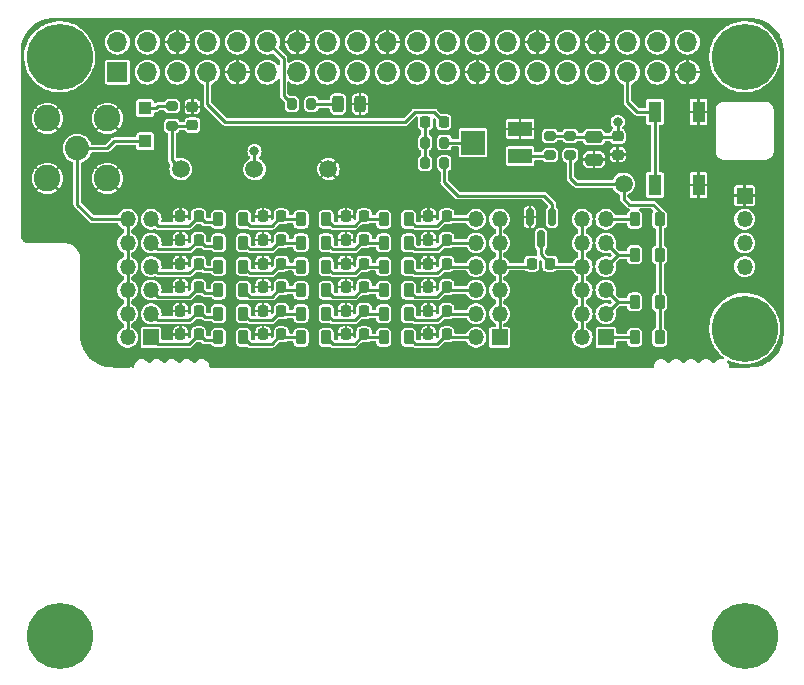
<source format=gbr>
%TF.GenerationSoftware,KiCad,Pcbnew,(6.0.1)*%
%TF.CreationDate,2022-08-09T16:04:10-07:00*%
%TF.ProjectId,WSPR3,57535052-332e-46b6-9963-61645f706362,rev?*%
%TF.SameCoordinates,Original*%
%TF.FileFunction,Copper,L1,Top*%
%TF.FilePolarity,Positive*%
%FSLAX46Y46*%
G04 Gerber Fmt 4.6, Leading zero omitted, Abs format (unit mm)*
G04 Created by KiCad (PCBNEW (6.0.1)) date 2022-08-09 16:04:10*
%MOMM*%
%LPD*%
G01*
G04 APERTURE LIST*
G04 Aperture macros list*
%AMRoundRect*
0 Rectangle with rounded corners*
0 $1 Rounding radius*
0 $2 $3 $4 $5 $6 $7 $8 $9 X,Y pos of 4 corners*
0 Add a 4 corners polygon primitive as box body*
4,1,4,$2,$3,$4,$5,$6,$7,$8,$9,$2,$3,0*
0 Add four circle primitives for the rounded corners*
1,1,$1+$1,$2,$3*
1,1,$1+$1,$4,$5*
1,1,$1+$1,$6,$7*
1,1,$1+$1,$8,$9*
0 Add four rect primitives between the rounded corners*
20,1,$1+$1,$2,$3,$4,$5,0*
20,1,$1+$1,$4,$5,$6,$7,0*
20,1,$1+$1,$6,$7,$8,$9,0*
20,1,$1+$1,$8,$9,$2,$3,0*%
G04 Aperture macros list end*
%TA.AperFunction,ComponentPad*%
%ADD10R,1.350000X1.350000*%
%TD*%
%TA.AperFunction,ComponentPad*%
%ADD11O,1.350000X1.350000*%
%TD*%
%TA.AperFunction,ComponentPad*%
%ADD12C,5.600000*%
%TD*%
%TA.AperFunction,SMDPad,CuDef*%
%ADD13RoundRect,0.225000X0.225000X0.250000X-0.225000X0.250000X-0.225000X-0.250000X0.225000X-0.250000X0*%
%TD*%
%TA.AperFunction,SMDPad,CuDef*%
%ADD14RoundRect,0.218750X0.218750X0.381250X-0.218750X0.381250X-0.218750X-0.381250X0.218750X-0.381250X0*%
%TD*%
%TA.AperFunction,SMDPad,CuDef*%
%ADD15RoundRect,0.200000X0.275000X-0.200000X0.275000X0.200000X-0.275000X0.200000X-0.275000X-0.200000X0*%
%TD*%
%TA.AperFunction,SMDPad,CuDef*%
%ADD16RoundRect,0.225000X-0.250000X0.225000X-0.250000X-0.225000X0.250000X-0.225000X0.250000X0.225000X0*%
%TD*%
%TA.AperFunction,SMDPad,CuDef*%
%ADD17RoundRect,0.200000X-0.200000X-0.275000X0.200000X-0.275000X0.200000X0.275000X-0.200000X0.275000X0*%
%TD*%
%TA.AperFunction,SMDPad,CuDef*%
%ADD18C,1.500000*%
%TD*%
%TA.AperFunction,ComponentPad*%
%ADD19C,2.050000*%
%TD*%
%TA.AperFunction,ComponentPad*%
%ADD20C,2.250000*%
%TD*%
%TA.AperFunction,SMDPad,CuDef*%
%ADD21RoundRect,0.200000X-0.275000X0.200000X-0.275000X-0.200000X0.275000X-0.200000X0.275000X0.200000X0*%
%TD*%
%TA.AperFunction,SMDPad,CuDef*%
%ADD22RoundRect,0.225000X0.250000X-0.225000X0.250000X0.225000X-0.250000X0.225000X-0.250000X-0.225000X0*%
%TD*%
%TA.AperFunction,SMDPad,CuDef*%
%ADD23RoundRect,0.150000X-0.150000X0.587500X-0.150000X-0.587500X0.150000X-0.587500X0.150000X0.587500X0*%
%TD*%
%TA.AperFunction,SMDPad,CuDef*%
%ADD24R,1.100000X1.100000*%
%TD*%
%TA.AperFunction,SMDPad,CuDef*%
%ADD25R,2.000000X1.300000*%
%TD*%
%TA.AperFunction,SMDPad,CuDef*%
%ADD26R,2.000000X2.000000*%
%TD*%
%TA.AperFunction,SMDPad,CuDef*%
%ADD27RoundRect,0.243750X0.243750X0.456250X-0.243750X0.456250X-0.243750X-0.456250X0.243750X-0.456250X0*%
%TD*%
%TA.AperFunction,SMDPad,CuDef*%
%ADD28RoundRect,0.200000X0.200000X0.275000X-0.200000X0.275000X-0.200000X-0.275000X0.200000X-0.275000X0*%
%TD*%
%TA.AperFunction,SMDPad,CuDef*%
%ADD29RoundRect,0.250000X-0.475000X0.250000X-0.475000X-0.250000X0.475000X-0.250000X0.475000X0.250000X0*%
%TD*%
%TA.AperFunction,SMDPad,CuDef*%
%ADD30R,1.100000X1.800000*%
%TD*%
%TA.AperFunction,ComponentPad*%
%ADD31R,1.700000X1.700000*%
%TD*%
%TA.AperFunction,ComponentPad*%
%ADD32O,1.700000X1.700000*%
%TD*%
%TA.AperFunction,ViaPad*%
%ADD33C,0.800000*%
%TD*%
%TA.AperFunction,Conductor*%
%ADD34C,0.250000*%
%TD*%
G04 APERTURE END LIST*
D10*
%TO.P,J1,1,Pin_1*%
%TO.N,Net-(J1-Pad1)*%
X99750001Y-77250000D03*
D11*
%TO.P,J1,2,Pin_2*%
%TO.N,Net-(C7-Pad1)*%
X97750001Y-77250000D03*
%TO.P,J1,3,Pin_3*%
%TO.N,Net-(J1-Pad3)*%
X99750001Y-75250000D03*
%TO.P,J1,4,Pin_4*%
%TO.N,Net-(C7-Pad1)*%
X97750001Y-75250000D03*
%TO.P,J1,5,Pin_5*%
%TO.N,Net-(J1-Pad3)*%
X99750001Y-73250000D03*
%TO.P,J1,6,Pin_6*%
%TO.N,Net-(C7-Pad1)*%
X97750001Y-73250000D03*
%TO.P,J1,7,Pin_7*%
%TO.N,Net-(J1-Pad7)*%
X99750001Y-71250000D03*
%TO.P,J1,8,Pin_8*%
%TO.N,Net-(C7-Pad1)*%
X97750001Y-71250000D03*
%TO.P,J1,9,Pin_9*%
%TO.N,Net-(J1-Pad7)*%
X99750001Y-69250000D03*
%TO.P,J1,10,Pin_10*%
%TO.N,Net-(C7-Pad1)*%
X97750001Y-69250000D03*
%TO.P,J1,11,Pin_11*%
%TO.N,Net-(J1-Pad11)*%
X99750001Y-67250000D03*
%TO.P,J1,12,Pin_12*%
%TO.N,Net-(C7-Pad1)*%
X97750001Y-67250000D03*
%TD*%
D12*
%TO.P,H3,1*%
%TO.N,N/C*%
X111500000Y-76500000D03*
%TD*%
D13*
%TO.P,C23,1*%
%TO.N,Net-(C23-Pad1)*%
X79275000Y-69000001D03*
%TO.P,C23,2*%
%TO.N,GND*%
X77725000Y-69000001D03*
%TD*%
%TO.P,C3,1*%
%TO.N,Net-(C3-Pad1)*%
X86275000Y-77000000D03*
%TO.P,C3,2*%
%TO.N,GND*%
X84725000Y-77000000D03*
%TD*%
D14*
%TO.P,L12,1*%
%TO.N,Net-(C15-Pad1)*%
X76062500Y-73250000D03*
%TO.P,L12,2*%
%TO.N,Net-(C16-Pad1)*%
X73937500Y-73250000D03*
%TD*%
D15*
%TO.P,R2,1*%
%TO.N,Net-(R2-Pad1)*%
X95000000Y-61825000D03*
%TO.P,R2,2*%
%TO.N,VCC*%
X95000000Y-60175000D03*
%TD*%
D14*
%TO.P,L6,1*%
%TO.N,Net-(C4-Pad1)*%
X76062500Y-77250000D03*
%TO.P,L6,2*%
%TO.N,Net-(C5-Pad1)*%
X73937500Y-77250000D03*
%TD*%
D16*
%TO.P,C1,1*%
%TO.N,VCC*%
X100750000Y-60225000D03*
%TO.P,C1,2*%
%TO.N,GND*%
X100750000Y-61775000D03*
%TD*%
D14*
%TO.P,L16,1*%
%TO.N,Net-(C20-Pad1)*%
X69062500Y-71250000D03*
%TO.P,L16,2*%
%TO.N,Net-(C21-Pad1)*%
X66937500Y-71250000D03*
%TD*%
D10*
%TO.P,J6,1,Pin_1*%
%TO.N,GND*%
X111500000Y-65250000D03*
D11*
%TO.P,J6,2,Pin_2*%
%TO.N,/TX*%
X111500000Y-67250000D03*
%TO.P,J6,3,Pin_3*%
%TO.N,/RX*%
X111500000Y-69250000D03*
%TO.P,J6,4,Pin_4*%
%TO.N,/3.3v*%
X111500000Y-71250000D03*
%TD*%
D13*
%TO.P,C7,1*%
%TO.N,Net-(C7-Pad1)*%
X95025000Y-71000000D03*
%TO.P,C7,2*%
%TO.N,Net-(C7-Pad2)*%
X93475000Y-71000000D03*
%TD*%
D14*
%TO.P,L10,1*%
%TO.N,Net-(C11-Pad1)*%
X69062500Y-75250000D03*
%TO.P,L10,2*%
%TO.N,Net-(C12-Pad1)*%
X66937500Y-75250000D03*
%TD*%
D13*
%TO.P,C14,1*%
%TO.N,Net-(C14-Pad1)*%
X86275000Y-73000000D03*
%TO.P,C14,2*%
%TO.N,GND*%
X84725000Y-73000000D03*
%TD*%
D17*
%TO.P,R6,1*%
%TO.N,Net-(C8-Pad2)*%
X84425000Y-62500000D03*
%TO.P,R6,2*%
%TO.N,Net-(Q1-Pad1)*%
X86075000Y-62500000D03*
%TD*%
D14*
%TO.P,L14,1*%
%TO.N,Net-(C18-Pad1)*%
X83062500Y-71250000D03*
%TO.P,L14,2*%
%TO.N,Net-(C19-Pad1)*%
X80937500Y-71250000D03*
%TD*%
D13*
%TO.P,C20,1*%
%TO.N,Net-(C20-Pad1)*%
X72275000Y-71000001D03*
%TO.P,C20,2*%
%TO.N,GND*%
X70725000Y-71000001D03*
%TD*%
%TO.P,C27,1*%
%TO.N,Net-(C27-Pad1)*%
X79275000Y-67000000D03*
%TO.P,C27,2*%
%TO.N,GND*%
X77725000Y-67000000D03*
%TD*%
%TO.P,C25,1*%
%TO.N,Net-(C25-Pad1)*%
X65275001Y-69000000D03*
%TO.P,C25,2*%
%TO.N,GND*%
X63725001Y-69000000D03*
%TD*%
D18*
%TO.P,TP2,1,1*%
%TO.N,Net-(L1-Pad1)*%
X101250000Y-64250000D03*
%TD*%
D19*
%TO.P,J3,1,Pin_1*%
%TO.N,Net-(D1-Pad2)*%
X55000000Y-61250000D03*
D20*
%TO.P,J3,2,Pin_2*%
%TO.N,GND*%
X52460000Y-58710000D03*
X57540000Y-63790000D03*
X52460000Y-63790000D03*
X57540000Y-58710000D03*
%TD*%
D14*
%TO.P,L21,1*%
%TO.N,Net-(C27-Pad1)*%
X76062500Y-67250000D03*
%TO.P,L21,2*%
%TO.N,Net-(C28-Pad1)*%
X73937500Y-67250000D03*
%TD*%
D13*
%TO.P,C26,1*%
%TO.N,Net-(C26-Pad1)*%
X86275000Y-66999999D03*
%TO.P,C26,2*%
%TO.N,GND*%
X84725000Y-66999999D03*
%TD*%
D12*
%TO.P,H2,1*%
%TO.N,N/C*%
X111500000Y-53500000D03*
%TD*%
D13*
%TO.P,C9,1*%
%TO.N,Net-(C9-Pad1)*%
X86275000Y-75000000D03*
%TO.P,C9,2*%
%TO.N,GND*%
X84725000Y-75000000D03*
%TD*%
D14*
%TO.P,L7,1*%
%TO.N,Net-(C5-Pad1)*%
X69062500Y-77250000D03*
%TO.P,L7,2*%
%TO.N,Net-(C6-Pad1)*%
X66937500Y-77250000D03*
%TD*%
D18*
%TO.P,TP1,1,1*%
%TO.N,VCC*%
X70000000Y-63000000D03*
%TD*%
D21*
%TO.P,R1,1*%
%TO.N,VCC*%
X96750000Y-60175000D03*
%TO.P,R1,2*%
%TO.N,Net-(L1-Pad1)*%
X96750000Y-61825000D03*
%TD*%
D12*
%TO.P,H1,1*%
%TO.N,N/C*%
X53500000Y-53500000D03*
%TD*%
D13*
%TO.P,C28,1*%
%TO.N,Net-(C28-Pad1)*%
X72275001Y-67000000D03*
%TO.P,C28,2*%
%TO.N,GND*%
X70725001Y-67000000D03*
%TD*%
D14*
%TO.P,L18,1*%
%TO.N,Net-(C23-Pad1)*%
X76062500Y-69250000D03*
%TO.P,L18,2*%
%TO.N,Net-(C24-Pad1)*%
X73937500Y-69250000D03*
%TD*%
%TO.P,L20,1*%
%TO.N,Net-(C26-Pad1)*%
X83062500Y-67250000D03*
%TO.P,L20,2*%
%TO.N,Net-(C27-Pad1)*%
X80937500Y-67250000D03*
%TD*%
%TO.P,L1,1*%
%TO.N,Net-(L1-Pad1)*%
X104312499Y-77250000D03*
%TO.P,L1,2*%
%TO.N,Net-(J1-Pad1)*%
X102187499Y-77250000D03*
%TD*%
D10*
%TO.P,J4,1,Pin_1*%
%TO.N,Net-(C7-Pad2)*%
X90750001Y-77250000D03*
D11*
%TO.P,J4,2,Pin_2*%
%TO.N,Net-(C3-Pad1)*%
X88750001Y-77250000D03*
%TO.P,J4,3,Pin_3*%
%TO.N,Net-(C7-Pad2)*%
X90750001Y-75250000D03*
%TO.P,J4,4,Pin_4*%
%TO.N,Net-(C9-Pad1)*%
X88750001Y-75250000D03*
%TO.P,J4,5,Pin_5*%
%TO.N,Net-(C7-Pad2)*%
X90750001Y-73250000D03*
%TO.P,J4,6,Pin_6*%
%TO.N,Net-(C14-Pad1)*%
X88750001Y-73250000D03*
%TO.P,J4,7,Pin_7*%
%TO.N,Net-(C7-Pad2)*%
X90750001Y-71250000D03*
%TO.P,J4,8,Pin_8*%
%TO.N,Net-(C18-Pad1)*%
X88750001Y-71250000D03*
%TO.P,J4,9,Pin_9*%
%TO.N,Net-(C7-Pad2)*%
X90750001Y-69250000D03*
%TO.P,J4,10,Pin_10*%
%TO.N,Net-(C22-Pad1)*%
X88750001Y-69250000D03*
%TO.P,J4,11,Pin_11*%
%TO.N,Net-(C7-Pad2)*%
X90750001Y-67250000D03*
%TO.P,J4,12,Pin_12*%
%TO.N,Net-(C26-Pad1)*%
X88750001Y-67250000D03*
%TD*%
D13*
%TO.P,C4,1*%
%TO.N,Net-(C4-Pad1)*%
X79275000Y-77000000D03*
%TO.P,C4,2*%
%TO.N,GND*%
X77725000Y-77000000D03*
%TD*%
D22*
%TO.P,C13,1*%
%TO.N,Net-(C13-Pad1)*%
X64750000Y-59275000D03*
%TO.P,C13,2*%
%TO.N,GND*%
X64750000Y-57725000D03*
%TD*%
D23*
%TO.P,Q1,1,G*%
%TO.N,Net-(Q1-Pad1)*%
X95200000Y-67062500D03*
%TO.P,Q1,2,S*%
%TO.N,GND*%
X93300000Y-67062500D03*
%TO.P,Q1,3,D*%
%TO.N,Net-(C7-Pad1)*%
X94250000Y-68937500D03*
%TD*%
D14*
%TO.P,L8,1*%
%TO.N,Net-(C9-Pad1)*%
X83062500Y-75250000D03*
%TO.P,L8,2*%
%TO.N,Net-(C10-Pad1)*%
X80937500Y-75250000D03*
%TD*%
%TO.P,L11,1*%
%TO.N,Net-(C14-Pad1)*%
X83062500Y-73250000D03*
%TO.P,L11,2*%
%TO.N,Net-(C15-Pad1)*%
X80937500Y-73250000D03*
%TD*%
D12*
%TO.P,H5,1*%
%TO.N,N/C*%
X53500000Y-102500000D03*
%TD*%
D14*
%TO.P,L13,1*%
%TO.N,Net-(C16-Pad1)*%
X69062500Y-73250000D03*
%TO.P,L13,2*%
%TO.N,Net-(C17-Pad1)*%
X66937500Y-73250000D03*
%TD*%
%TO.P,L5,1*%
%TO.N,Net-(C3-Pad1)*%
X83062500Y-77250000D03*
%TO.P,L5,2*%
%TO.N,Net-(C4-Pad1)*%
X80937500Y-77250000D03*
%TD*%
D13*
%TO.P,C6,1*%
%TO.N,Net-(C6-Pad1)*%
X65275000Y-77000000D03*
%TO.P,C6,2*%
%TO.N,GND*%
X63725000Y-77000000D03*
%TD*%
%TO.P,C11,1*%
%TO.N,Net-(C11-Pad1)*%
X72275000Y-75000000D03*
%TO.P,C11,2*%
%TO.N,GND*%
X70725000Y-75000000D03*
%TD*%
D18*
%TO.P,TP4,1,1*%
%TO.N,GND*%
X76250000Y-63000000D03*
%TD*%
D13*
%TO.P,C5,1*%
%TO.N,Net-(C5-Pad1)*%
X72275000Y-77000000D03*
%TO.P,C5,2*%
%TO.N,GND*%
X70725000Y-77000000D03*
%TD*%
D12*
%TO.P,H4,1*%
%TO.N,N/C*%
X111500000Y-102500000D03*
%TD*%
D24*
%TO.P,D1,1,K*%
%TO.N,Net-(D1-Pad1)*%
X60750000Y-57850000D03*
%TO.P,D1,2,A*%
%TO.N,Net-(D1-Pad2)*%
X60750000Y-60650000D03*
%TD*%
D13*
%TO.P,C29,1*%
%TO.N,Net-(C29-Pad1)*%
X65275000Y-67000000D03*
%TO.P,C29,2*%
%TO.N,GND*%
X63725000Y-67000000D03*
%TD*%
%TO.P,C8,1*%
%TO.N,Net-(C8-Pad1)*%
X86025000Y-59000000D03*
%TO.P,C8,2*%
%TO.N,Net-(C8-Pad2)*%
X84475000Y-59000000D03*
%TD*%
D14*
%TO.P,L22,1*%
%TO.N,Net-(C28-Pad1)*%
X69062500Y-67250000D03*
%TO.P,L22,2*%
%TO.N,Net-(C29-Pad1)*%
X66937500Y-67250000D03*
%TD*%
D21*
%TO.P,R7,1*%
%TO.N,Net-(D1-Pad1)*%
X63000000Y-57675000D03*
%TO.P,R7,2*%
%TO.N,Net-(C13-Pad1)*%
X63000000Y-59325000D03*
%TD*%
D25*
%TO.P,R3,1,1*%
%TO.N,Net-(R2-Pad1)*%
X92500000Y-61900000D03*
D26*
%TO.P,R3,2,2*%
%TO.N,Net-(R3-Pad2)*%
X88500000Y-60750000D03*
D25*
%TO.P,R3,3,3*%
%TO.N,GND*%
X92500000Y-59600000D03*
%TD*%
D14*
%TO.P,L17,1*%
%TO.N,Net-(C22-Pad1)*%
X83062500Y-69250000D03*
%TO.P,L17,2*%
%TO.N,Net-(C23-Pad1)*%
X80937500Y-69250000D03*
%TD*%
D13*
%TO.P,C12,1*%
%TO.N,Net-(C12-Pad1)*%
X65275000Y-75000000D03*
%TO.P,C12,2*%
%TO.N,GND*%
X63725000Y-75000000D03*
%TD*%
D18*
%TO.P,TP3,1,1*%
%TO.N,Net-(C13-Pad1)*%
X63750000Y-63000000D03*
%TD*%
D14*
%TO.P,L4,1*%
%TO.N,Net-(L1-Pad1)*%
X104312500Y-67250000D03*
%TO.P,L4,2*%
%TO.N,Net-(J1-Pad11)*%
X102187500Y-67250000D03*
%TD*%
D13*
%TO.P,C21,1*%
%TO.N,Net-(C21-Pad1)*%
X65275000Y-71000000D03*
%TO.P,C21,2*%
%TO.N,GND*%
X63725000Y-71000000D03*
%TD*%
D14*
%TO.P,L9,1*%
%TO.N,Net-(C10-Pad1)*%
X76062500Y-75250000D03*
%TO.P,L9,2*%
%TO.N,Net-(C11-Pad1)*%
X73937500Y-75250000D03*
%TD*%
D27*
%TO.P,LED1,1,K*%
%TO.N,GND*%
X78937500Y-57500000D03*
%TO.P,LED1,2,A*%
%TO.N,Net-(LED1-Pad2)*%
X77062500Y-57500000D03*
%TD*%
D13*
%TO.P,C10,1*%
%TO.N,Net-(C10-Pad1)*%
X79275000Y-75000000D03*
%TO.P,C10,2*%
%TO.N,GND*%
X77725000Y-75000000D03*
%TD*%
D28*
%TO.P,R5,1*%
%TO.N,Net-(R3-Pad2)*%
X86075000Y-60750000D03*
%TO.P,R5,2*%
%TO.N,Net-(C8-Pad2)*%
X84425000Y-60750000D03*
%TD*%
D13*
%TO.P,C22,1*%
%TO.N,Net-(C22-Pad1)*%
X86275000Y-69000000D03*
%TO.P,C22,2*%
%TO.N,GND*%
X84725000Y-69000000D03*
%TD*%
D14*
%TO.P,L2,1*%
%TO.N,Net-(L1-Pad1)*%
X104312500Y-74250000D03*
%TO.P,L2,2*%
%TO.N,Net-(J1-Pad3)*%
X102187500Y-74250000D03*
%TD*%
D28*
%TO.P,R4,1*%
%TO.N,Net-(LED1-Pad2)*%
X74825000Y-57500000D03*
%TO.P,R4,2*%
%TO.N,Net-(J2-Pad12)*%
X73175000Y-57500000D03*
%TD*%
D13*
%TO.P,C17,1*%
%TO.N,Net-(C17-Pad1)*%
X65275000Y-73000000D03*
%TO.P,C17,2*%
%TO.N,GND*%
X63725000Y-73000000D03*
%TD*%
D29*
%TO.P,C2,1*%
%TO.N,VCC*%
X98750000Y-60300000D03*
%TO.P,C2,2*%
%TO.N,GND*%
X98750000Y-62200000D03*
%TD*%
D13*
%TO.P,C18,1*%
%TO.N,Net-(C18-Pad1)*%
X86275000Y-71000001D03*
%TO.P,C18,2*%
%TO.N,GND*%
X84725000Y-71000001D03*
%TD*%
D30*
%TO.P,SW1,1,A*%
%TO.N,Net-(J2-Pad35)*%
X103900000Y-64350000D03*
X103900000Y-58150000D03*
%TO.P,SW1,2,B*%
%TO.N,GND*%
X107600000Y-58150000D03*
X107600000Y-64350000D03*
%TD*%
D14*
%TO.P,L3,1*%
%TO.N,Net-(L1-Pad1)*%
X104312500Y-70250000D03*
%TO.P,L3,2*%
%TO.N,Net-(J1-Pad7)*%
X102187500Y-70250000D03*
%TD*%
%TO.P,L15,1*%
%TO.N,Net-(C19-Pad1)*%
X76062500Y-71250000D03*
%TO.P,L15,2*%
%TO.N,Net-(C20-Pad1)*%
X73937500Y-71250000D03*
%TD*%
D13*
%TO.P,C24,1*%
%TO.N,Net-(C24-Pad1)*%
X72275000Y-69000000D03*
%TO.P,C24,2*%
%TO.N,GND*%
X70725000Y-69000000D03*
%TD*%
%TO.P,C19,1*%
%TO.N,Net-(C19-Pad1)*%
X79275000Y-71000000D03*
%TO.P,C19,2*%
%TO.N,GND*%
X77725000Y-71000000D03*
%TD*%
D10*
%TO.P,J5,1,Pin_1*%
%TO.N,Net-(C6-Pad1)*%
X61250001Y-77250000D03*
D11*
%TO.P,J5,2,Pin_2*%
%TO.N,Net-(D1-Pad2)*%
X59250001Y-77250000D03*
%TO.P,J5,3,Pin_3*%
%TO.N,Net-(C12-Pad1)*%
X61250001Y-75250000D03*
%TO.P,J5,4,Pin_4*%
%TO.N,Net-(D1-Pad2)*%
X59250001Y-75250000D03*
%TO.P,J5,5,Pin_5*%
%TO.N,Net-(C17-Pad1)*%
X61250001Y-73250000D03*
%TO.P,J5,6,Pin_6*%
%TO.N,Net-(D1-Pad2)*%
X59250001Y-73250000D03*
%TO.P,J5,7,Pin_7*%
%TO.N,Net-(C21-Pad1)*%
X61250001Y-71250000D03*
%TO.P,J5,8,Pin_8*%
%TO.N,Net-(D1-Pad2)*%
X59250001Y-71250000D03*
%TO.P,J5,9,Pin_9*%
%TO.N,Net-(C25-Pad1)*%
X61250001Y-69250000D03*
%TO.P,J5,10,Pin_10*%
%TO.N,Net-(D1-Pad2)*%
X59250001Y-69250000D03*
%TO.P,J5,11,Pin_11*%
%TO.N,Net-(C29-Pad1)*%
X61250001Y-67250000D03*
%TO.P,J5,12,Pin_12*%
%TO.N,Net-(D1-Pad2)*%
X59250001Y-67250000D03*
%TD*%
D13*
%TO.P,C15,1*%
%TO.N,Net-(C15-Pad1)*%
X79275000Y-73000000D03*
%TO.P,C15,2*%
%TO.N,GND*%
X77725000Y-73000000D03*
%TD*%
D14*
%TO.P,L19,1*%
%TO.N,Net-(C24-Pad1)*%
X69062500Y-69250000D03*
%TO.P,L19,2*%
%TO.N,Net-(C25-Pad1)*%
X66937500Y-69250000D03*
%TD*%
D13*
%TO.P,C16,1*%
%TO.N,Net-(C16-Pad1)*%
X72275000Y-73000000D03*
%TO.P,C16,2*%
%TO.N,GND*%
X70725000Y-73000000D03*
%TD*%
D31*
%TO.P,J2,1,Pin_1*%
%TO.N,unconnected-(J2-Pad1)*%
X58400000Y-54790000D03*
D32*
%TO.P,J2,2,Pin_2*%
%TO.N,VCC*%
X58400000Y-52250000D03*
%TO.P,J2,3,Pin_3*%
%TO.N,unconnected-(J2-Pad3)*%
X60940000Y-54790000D03*
%TO.P,J2,4,Pin_4*%
%TO.N,VCC*%
X60940000Y-52250000D03*
%TO.P,J2,5,Pin_5*%
%TO.N,unconnected-(J2-Pad5)*%
X63480000Y-54790000D03*
%TO.P,J2,6,Pin_6*%
%TO.N,GND*%
X63480000Y-52250000D03*
%TO.P,J2,7,Pin_7*%
%TO.N,Net-(C8-Pad1)*%
X66020000Y-54790000D03*
%TO.P,J2,8,Pin_8*%
%TO.N,/TX*%
X66020000Y-52250000D03*
%TO.P,J2,9,Pin_9*%
%TO.N,GND*%
X68560000Y-54790000D03*
%TO.P,J2,10,Pin_10*%
%TO.N,/RX*%
X68560000Y-52250000D03*
%TO.P,J2,11,Pin_11*%
%TO.N,unconnected-(J2-Pad11)*%
X71100000Y-54790000D03*
%TO.P,J2,12,Pin_12*%
%TO.N,Net-(J2-Pad12)*%
X71100000Y-52250000D03*
%TO.P,J2,13,Pin_13*%
%TO.N,unconnected-(J2-Pad13)*%
X73640000Y-54790000D03*
%TO.P,J2,14,Pin_14*%
%TO.N,GND*%
X73640000Y-52250000D03*
%TO.P,J2,15,Pin_15*%
%TO.N,unconnected-(J2-Pad15)*%
X76180000Y-54790000D03*
%TO.P,J2,16,Pin_16*%
%TO.N,unconnected-(J2-Pad16)*%
X76180000Y-52250000D03*
%TO.P,J2,17,Pin_17*%
%TO.N,/3.3v*%
X78720000Y-54790000D03*
%TO.P,J2,18,Pin_18*%
%TO.N,unconnected-(J2-Pad18)*%
X78720000Y-52250000D03*
%TO.P,J2,19,Pin_19*%
%TO.N,unconnected-(J2-Pad19)*%
X81260000Y-54790000D03*
%TO.P,J2,20,Pin_20*%
%TO.N,GND*%
X81260000Y-52250000D03*
%TO.P,J2,21,Pin_21*%
%TO.N,unconnected-(J2-Pad21)*%
X83800000Y-54790000D03*
%TO.P,J2,22,Pin_22*%
%TO.N,unconnected-(J2-Pad22)*%
X83800000Y-52250000D03*
%TO.P,J2,23,Pin_23*%
%TO.N,unconnected-(J2-Pad23)*%
X86340000Y-54790000D03*
%TO.P,J2,24,Pin_24*%
%TO.N,unconnected-(J2-Pad24)*%
X86340000Y-52250000D03*
%TO.P,J2,25,Pin_25*%
%TO.N,GND*%
X88880000Y-54790000D03*
%TO.P,J2,26,Pin_26*%
%TO.N,unconnected-(J2-Pad26)*%
X88880000Y-52250000D03*
%TO.P,J2,27,Pin_27*%
%TO.N,unconnected-(J2-Pad27)*%
X91420000Y-54790000D03*
%TO.P,J2,28,Pin_28*%
%TO.N,unconnected-(J2-Pad28)*%
X91420000Y-52250000D03*
%TO.P,J2,29,Pin_29*%
%TO.N,unconnected-(J2-Pad29)*%
X93960000Y-54790000D03*
%TO.P,J2,30,Pin_30*%
%TO.N,GND*%
X93960000Y-52250000D03*
%TO.P,J2,31,Pin_31*%
%TO.N,unconnected-(J2-Pad31)*%
X96500000Y-54790000D03*
%TO.P,J2,32,Pin_32*%
%TO.N,unconnected-(J2-Pad32)*%
X96500000Y-52250000D03*
%TO.P,J2,33,Pin_33*%
%TO.N,unconnected-(J2-Pad33)*%
X99040000Y-54790000D03*
%TO.P,J2,34,Pin_34*%
%TO.N,GND*%
X99040000Y-52250000D03*
%TO.P,J2,35,Pin_35*%
%TO.N,Net-(J2-Pad35)*%
X101580000Y-54790000D03*
%TO.P,J2,36,Pin_36*%
%TO.N,unconnected-(J2-Pad36)*%
X101580000Y-52250000D03*
%TO.P,J2,37,Pin_37*%
%TO.N,unconnected-(J2-Pad37)*%
X104120000Y-54790000D03*
%TO.P,J2,38,Pin_38*%
%TO.N,unconnected-(J2-Pad38)*%
X104120000Y-52250000D03*
%TO.P,J2,39,Pin_39*%
%TO.N,GND*%
X106660000Y-54790000D03*
%TO.P,J2,40,Pin_40*%
%TO.N,unconnected-(J2-Pad40)*%
X106660000Y-52250000D03*
%TD*%
D33*
%TO.N,VCC*%
X100750000Y-59000000D03*
X70000000Y-61500000D03*
%TD*%
D34*
%TO.N,VCC*%
X100675000Y-60300000D02*
X100750000Y-60225000D01*
X96875000Y-60300000D02*
X96750000Y-60175000D01*
X95000000Y-60175000D02*
X96750000Y-60175000D01*
X100750000Y-60225000D02*
X100750000Y-59000000D01*
X70000000Y-63000000D02*
X70000000Y-61500000D01*
X98750000Y-60300001D02*
X100675000Y-60300000D01*
X98750000Y-60300001D02*
X96875000Y-60300000D01*
%TO.N,Net-(C5-Pad1)*%
X71475480Y-77799520D02*
X69612020Y-77799520D01*
X72525001Y-77250000D02*
X72275000Y-77000000D01*
X69612020Y-77799520D02*
X69062500Y-77250000D01*
X73937500Y-77250000D02*
X72525001Y-77250000D01*
X72275000Y-77000000D02*
X71475480Y-77799520D01*
%TO.N,Net-(C6-Pad1)*%
X65275000Y-77000000D02*
X64475480Y-77799520D01*
X65775000Y-77500000D02*
X65275000Y-77000000D01*
X64475480Y-77799520D02*
X61799520Y-77799520D01*
X61799520Y-77799520D02*
X61250001Y-77250000D01*
X66937500Y-77500000D02*
X65775000Y-77500000D01*
%TO.N,Net-(C7-Pad1)*%
X97750000Y-77250000D02*
X97750001Y-75250000D01*
X97750001Y-75250000D02*
X97750000Y-73250000D01*
X97750000Y-69250000D02*
X97750000Y-67250000D01*
X97750000Y-73250000D02*
X97750000Y-71250000D01*
X95275000Y-71250000D02*
X95025000Y-71000000D01*
X94250000Y-70225000D02*
X95025000Y-71000000D01*
X97750000Y-69250000D02*
X97750000Y-71250000D01*
X94250000Y-68937500D02*
X94250000Y-70225000D01*
X97750001Y-71250000D02*
X95275000Y-71250000D01*
%TO.N,Net-(C8-Pad1)*%
X83549520Y-58200480D02*
X85225480Y-58200480D01*
X85225480Y-58200480D02*
X86025000Y-59000000D01*
X82750000Y-59000000D02*
X67500000Y-59000000D01*
X66020000Y-54790000D02*
X66020000Y-57520000D01*
X82750000Y-59000000D02*
X83549520Y-58200480D01*
X66020000Y-57520000D02*
X67500000Y-59000000D01*
%TO.N,Net-(C8-Pad2)*%
X84425000Y-59050000D02*
X84475000Y-59000000D01*
X84425000Y-60750000D02*
X84425000Y-59050000D01*
X84425000Y-62500000D02*
X84425000Y-60750000D01*
%TO.N,Net-(D1-Pad2)*%
X55000000Y-66000000D02*
X56250000Y-67250000D01*
X56250000Y-67250000D02*
X59250001Y-67250000D01*
X57500000Y-61250000D02*
X55000000Y-61250000D01*
X59250000Y-71250000D02*
X59250000Y-73250000D01*
X55000000Y-61250000D02*
X55000000Y-66000000D01*
X59250000Y-67250000D02*
X59250000Y-69250000D01*
X60750000Y-60650000D02*
X58100000Y-60650000D01*
X59250000Y-73250000D02*
X59250000Y-75249999D01*
X59250000Y-75249999D02*
X59250000Y-77250000D01*
X59250000Y-69250000D02*
X59250000Y-71250000D01*
X58100000Y-60650000D02*
X57500000Y-61250000D01*
%TO.N,Net-(J1-Pad1)*%
X102187499Y-77250000D02*
X99750001Y-77250000D01*
%TO.N,Net-(C3-Pad1)*%
X86275000Y-77000000D02*
X85475480Y-77799520D01*
X86524999Y-77250000D02*
X86275000Y-77000000D01*
X83612020Y-77799520D02*
X83062500Y-77250000D01*
X88750000Y-77250000D02*
X86524999Y-77250000D01*
X85475480Y-77799520D02*
X83612020Y-77799520D01*
%TO.N,Net-(C4-Pad1)*%
X76612020Y-77799520D02*
X76062500Y-77250000D01*
X79275000Y-77000000D02*
X78475480Y-77799520D01*
X78475480Y-77799520D02*
X76612020Y-77799520D01*
X80937500Y-77250000D02*
X79525000Y-77250000D01*
X79525000Y-77250000D02*
X79275000Y-77000000D01*
%TO.N,Net-(C7-Pad2)*%
X90750001Y-71250000D02*
X93225000Y-71250000D01*
X90750000Y-73249999D02*
X90750000Y-75250000D01*
X90750000Y-69250000D02*
X90750000Y-71250000D01*
X90750000Y-67250000D02*
X90750000Y-69250000D01*
X90750000Y-75250000D02*
X90750001Y-77250000D01*
X90750000Y-71250000D02*
X90750000Y-73249999D01*
X93225000Y-71250000D02*
X93475000Y-71000000D01*
%TO.N,Net-(L1-Pad1)*%
X104312500Y-67250000D02*
X104312500Y-66562500D01*
X103750000Y-66000000D02*
X101750000Y-66000000D01*
X104312500Y-74000000D02*
X104312500Y-70250000D01*
X96750000Y-61825000D02*
X96750000Y-63750000D01*
X104312500Y-66562500D02*
X103750000Y-66000000D01*
X96750000Y-63750000D02*
X97250000Y-64250000D01*
X101250000Y-65500000D02*
X101250000Y-64250000D01*
X104312500Y-77250000D02*
X104312500Y-74000000D01*
X104312500Y-70250000D02*
X104312500Y-67250000D01*
X97250000Y-64250000D02*
X101250000Y-64250000D01*
X101750000Y-66000000D02*
X101250000Y-65500000D01*
%TO.N,Net-(LED1-Pad2)*%
X74825000Y-57500000D02*
X77062499Y-57500000D01*
%TO.N,Net-(C9-Pad1)*%
X83612020Y-75799520D02*
X83062500Y-75250000D01*
X86275000Y-75000000D02*
X85475480Y-75799520D01*
X86525000Y-75250000D02*
X86275000Y-75000000D01*
X85475480Y-75799520D02*
X83612020Y-75799520D01*
X88750000Y-75249999D02*
X86525000Y-75250000D01*
%TO.N,Net-(C10-Pad1)*%
X79525000Y-75249999D02*
X79275000Y-75000000D01*
X76612020Y-75799520D02*
X76062500Y-75250000D01*
X79275000Y-75000000D02*
X78475480Y-75799520D01*
X78475480Y-75799520D02*
X76612020Y-75799520D01*
X80937500Y-75250000D02*
X79525000Y-75249999D01*
%TO.N,Net-(C11-Pad1)*%
X73937500Y-75250000D02*
X72525000Y-75250000D01*
X71475480Y-75799520D02*
X69612020Y-75799520D01*
X72275000Y-75000000D02*
X71475480Y-75799520D01*
X69612020Y-75799520D02*
X69062500Y-75250000D01*
X72525000Y-75250000D02*
X72275000Y-75000000D01*
%TO.N,Net-(C12-Pad1)*%
X65275000Y-75000000D02*
X64475480Y-75799520D01*
X64475480Y-75799520D02*
X61799520Y-75799520D01*
X66937500Y-75500001D02*
X65775000Y-75500000D01*
X61799520Y-75799520D02*
X61250000Y-75250000D01*
X65775000Y-75500000D02*
X65275000Y-75000000D01*
%TO.N,Net-(C13-Pad1)*%
X63000000Y-59325000D02*
X64700000Y-59325000D01*
X63000000Y-59325000D02*
X63000000Y-62250000D01*
X63000000Y-62250000D02*
X63750000Y-63000000D01*
X64700000Y-59325000D02*
X64750000Y-59275000D01*
%TO.N,Net-(C14-Pad1)*%
X83612020Y-73799520D02*
X83062500Y-73250000D01*
X86525000Y-73249999D02*
X86275000Y-73000000D01*
X86275000Y-73000000D02*
X85475480Y-73799520D01*
X88750000Y-73250000D02*
X86525000Y-73249999D01*
X85475480Y-73799520D02*
X83612020Y-73799520D01*
%TO.N,Net-(C15-Pad1)*%
X79275000Y-73000000D02*
X78475480Y-73799520D01*
X80937500Y-73250000D02*
X79525000Y-73250000D01*
X78475480Y-73799520D02*
X76612020Y-73799520D01*
X79525000Y-73250000D02*
X79275000Y-73000000D01*
X76612020Y-73799520D02*
X76062500Y-73250000D01*
%TO.N,Net-(C16-Pad1)*%
X72275000Y-73000000D02*
X71475480Y-73799520D01*
X73937500Y-73250000D02*
X72525000Y-73249999D01*
X71475480Y-73799520D02*
X69612020Y-73799520D01*
X69612020Y-73799520D02*
X69062500Y-73250000D01*
X72525000Y-73249999D02*
X72275000Y-73000000D01*
%TO.N,Net-(C17-Pad1)*%
X65275000Y-73000000D02*
X64475480Y-73799520D01*
X61799520Y-73799520D02*
X61250000Y-73249999D01*
X65775000Y-73500000D02*
X65275000Y-73000000D01*
X66937500Y-73500000D02*
X65775000Y-73500000D01*
X64475480Y-73799520D02*
X61799520Y-73799520D01*
%TO.N,Net-(C18-Pad1)*%
X86275000Y-71000000D02*
X85475480Y-71799520D01*
X83612020Y-71799520D02*
X83062500Y-71250000D01*
X86525000Y-71250000D02*
X86275000Y-71000000D01*
X85475480Y-71799520D02*
X83612020Y-71799520D01*
X88750000Y-71250000D02*
X86525000Y-71250000D01*
%TO.N,Net-(C19-Pad1)*%
X79525000Y-71250000D02*
X79275000Y-71000000D01*
X80937500Y-71250000D02*
X79525000Y-71250000D01*
X79275000Y-71000000D02*
X78475480Y-71799520D01*
X78475480Y-71799520D02*
X76612020Y-71799521D01*
X76612020Y-71799521D02*
X76062500Y-71250000D01*
%TO.N,Net-(C20-Pad1)*%
X71475480Y-71799520D02*
X69612020Y-71799520D01*
X72525000Y-71250000D02*
X72275000Y-71000000D01*
X69612020Y-71799520D02*
X69062500Y-71250000D01*
X72275000Y-71000000D02*
X71475480Y-71799520D01*
X73937500Y-71250000D02*
X72525000Y-71250000D01*
%TO.N,Net-(C21-Pad1)*%
X64475480Y-71799520D02*
X61799520Y-71799521D01*
X66937499Y-71500000D02*
X65775000Y-71500000D01*
X65775000Y-71500000D02*
X65275000Y-71000000D01*
X61799520Y-71799521D02*
X61250000Y-71250000D01*
X65275000Y-71000000D02*
X64475480Y-71799520D01*
%TO.N,Net-(C22-Pad1)*%
X86275000Y-69000000D02*
X85475480Y-69799520D01*
X83612020Y-69799521D02*
X83062500Y-69250000D01*
X88750000Y-69250000D02*
X86525000Y-69250000D01*
X85475480Y-69799520D02*
X83612020Y-69799521D01*
X86525000Y-69250000D02*
X86275000Y-69000000D01*
%TO.N,Net-(C23-Pad1)*%
X80937500Y-69250000D02*
X79525000Y-69250000D01*
X78475480Y-69799520D02*
X76612020Y-69799520D01*
X79275000Y-69000000D02*
X78475480Y-69799520D01*
X79525000Y-69250000D02*
X79275000Y-69000000D01*
X76612020Y-69799520D02*
X76062500Y-69250000D01*
%TO.N,Net-(C24-Pad1)*%
X72275000Y-69000000D02*
X71475480Y-69799520D01*
X73937500Y-69250000D02*
X72525000Y-69250000D01*
X69612021Y-69799520D02*
X69062500Y-69250000D01*
X71475480Y-69799520D02*
X69612021Y-69799520D01*
X72525000Y-69250000D02*
X72275000Y-69000000D01*
%TO.N,Net-(C25-Pad1)*%
X65775000Y-69500000D02*
X65274999Y-69000000D01*
X65274999Y-69000000D02*
X64475480Y-69799520D01*
X61799520Y-69799520D02*
X61250000Y-69250000D01*
X64475480Y-69799520D02*
X61799520Y-69799520D01*
X66937500Y-69500000D02*
X65775000Y-69500000D01*
%TO.N,Net-(C26-Pad1)*%
X85475480Y-67799520D02*
X83612020Y-67799520D01*
X88750000Y-67250000D02*
X86525000Y-67250000D01*
X83612020Y-67799520D02*
X83062500Y-67250000D01*
X86275000Y-67000000D02*
X85475480Y-67799520D01*
X86525000Y-67250000D02*
X86275000Y-67000000D01*
%TO.N,Net-(C27-Pad1)*%
X76612021Y-67799520D02*
X76062500Y-67250000D01*
X79525000Y-67250000D02*
X79275000Y-67000000D01*
X80937500Y-67250000D02*
X79525000Y-67250000D01*
X79275000Y-67000000D02*
X78475480Y-67799520D01*
X78475480Y-67799520D02*
X76612021Y-67799520D01*
%TO.N,Net-(C28-Pad1)*%
X71475480Y-67799520D02*
X69612020Y-67799520D01*
X69612020Y-67799520D02*
X69062500Y-67250000D01*
X72275000Y-67000000D02*
X71475480Y-67799520D01*
X73937500Y-67250000D02*
X72525000Y-67250000D01*
X72525000Y-67250000D02*
X72275000Y-67000000D01*
%TO.N,Net-(C29-Pad1)*%
X66937499Y-67500000D02*
X65775000Y-67500000D01*
X61799519Y-67799520D02*
X61250000Y-67250000D01*
X65775000Y-67500000D02*
X65275000Y-67000000D01*
X65275000Y-67000000D02*
X64475480Y-67799520D01*
X64475480Y-67799520D02*
X61799519Y-67799520D01*
%TO.N,Net-(D1-Pad1)*%
X61650000Y-57850000D02*
X61825000Y-57675000D01*
X61825000Y-57675000D02*
X63000000Y-57675000D01*
X60750000Y-57850000D02*
X61650000Y-57850000D01*
%TO.N,Net-(J1-Pad3)*%
X99750000Y-75250000D02*
X100750000Y-74250000D01*
X100750000Y-74250000D02*
X99750001Y-73250000D01*
X102187500Y-74250000D02*
X100750000Y-74250000D01*
%TO.N,Net-(J1-Pad7)*%
X102187500Y-70250000D02*
X100750000Y-70250000D01*
X99750000Y-71250000D02*
X100750000Y-70250000D01*
X100750000Y-70250000D02*
X99750000Y-69250000D01*
%TO.N,Net-(J2-Pad35)*%
X103900000Y-58150000D02*
X102400000Y-58150000D01*
X101580000Y-57330000D02*
X101580000Y-54790000D01*
X102400000Y-58150000D02*
X101580000Y-57330000D01*
X103900000Y-64350000D02*
X103900000Y-58150000D01*
%TO.N,Net-(J2-Pad12)*%
X72465489Y-53615489D02*
X72465489Y-56790489D01*
X71100000Y-52250000D02*
X72465489Y-53615489D01*
X72465489Y-56790489D02*
X73175000Y-57500000D01*
%TO.N,Net-(R2-Pad1)*%
X92500000Y-61900000D02*
X94925000Y-61900000D01*
X94925000Y-61900000D02*
X95000000Y-61825000D01*
%TO.N,Net-(R3-Pad2)*%
X88500000Y-60750000D02*
X86075000Y-60750000D01*
%TO.N,Net-(Q1-Pad1)*%
X86075000Y-62500000D02*
X86075000Y-64075000D01*
X94500000Y-65250000D02*
X95200000Y-65950000D01*
X94500000Y-65250000D02*
X87250000Y-65250000D01*
X95200000Y-65950000D02*
X95200000Y-67062500D01*
X86075000Y-64075000D02*
X87250000Y-65250000D01*
%TO.N,Net-(J1-Pad11)*%
X102187500Y-67250000D02*
X99750000Y-67250000D01*
%TD*%
%TA.AperFunction,Conductor*%
%TO.N,GND*%
G36*
X111988227Y-50202518D02*
G01*
X111988778Y-50202645D01*
X111988779Y-50202645D01*
X111999642Y-50205143D01*
X112010515Y-50202683D01*
X112020797Y-50202701D01*
X112031781Y-50201785D01*
X112307954Y-50217295D01*
X112318976Y-50218536D01*
X112529395Y-50254288D01*
X112617572Y-50269270D01*
X112628396Y-50271740D01*
X112727938Y-50300417D01*
X112919445Y-50355590D01*
X112929918Y-50359255D01*
X113209739Y-50475160D01*
X113219736Y-50479974D01*
X113343449Y-50548348D01*
X113484821Y-50626482D01*
X113494221Y-50632388D01*
X113664561Y-50753250D01*
X113741236Y-50807654D01*
X113749916Y-50814576D01*
X113975753Y-51016396D01*
X113983604Y-51024247D01*
X114008267Y-51051845D01*
X114152386Y-51213114D01*
X114185424Y-51250084D01*
X114192344Y-51258761D01*
X114291000Y-51397804D01*
X114367612Y-51505779D01*
X114373518Y-51515179D01*
X114459307Y-51670401D01*
X114520023Y-51780258D01*
X114524840Y-51790261D01*
X114640745Y-52070082D01*
X114644410Y-52080555D01*
X114688981Y-52235262D01*
X114728260Y-52371604D01*
X114730730Y-52382428D01*
X114780839Y-52677344D01*
X114781463Y-52681019D01*
X114782705Y-52692046D01*
X114791799Y-52853973D01*
X114798186Y-52967701D01*
X114797341Y-52977630D01*
X114797375Y-52977630D01*
X114797355Y-52988777D01*
X114794857Y-52999642D01*
X114797317Y-53010514D01*
X114797317Y-53010516D01*
X114797559Y-53011583D01*
X114800000Y-53033432D01*
X114800000Y-76966040D01*
X114797482Y-76988227D01*
X114794857Y-76999642D01*
X114797317Y-77010515D01*
X114797299Y-77020797D01*
X114798215Y-77031781D01*
X114782706Y-77307949D01*
X114781464Y-77318976D01*
X114762085Y-77433029D01*
X114730730Y-77617572D01*
X114728260Y-77628396D01*
X114710227Y-77690989D01*
X114644410Y-77919445D01*
X114640745Y-77929918D01*
X114524840Y-78209739D01*
X114520026Y-78219736D01*
X114473817Y-78303344D01*
X114373518Y-78484821D01*
X114367612Y-78494221D01*
X114192346Y-78741236D01*
X114185424Y-78749916D01*
X113983604Y-78975753D01*
X113975753Y-78983604D01*
X113749916Y-79185424D01*
X113741239Y-79192344D01*
X113702753Y-79219651D01*
X113494221Y-79367612D01*
X113484821Y-79373518D01*
X113219736Y-79520026D01*
X113209739Y-79524840D01*
X112929918Y-79640745D01*
X112919445Y-79644410D01*
X112729568Y-79699113D01*
X112628396Y-79728260D01*
X112617572Y-79730730D01*
X112529395Y-79745712D01*
X112318976Y-79781464D01*
X112307954Y-79782705D01*
X112032297Y-79798186D01*
X112022370Y-79797341D01*
X112022370Y-79797375D01*
X112011223Y-79797355D01*
X112000358Y-79794857D01*
X111989486Y-79797317D01*
X111989484Y-79797317D01*
X111988417Y-79797559D01*
X111966568Y-79800000D01*
X110534222Y-79800000D01*
X110511870Y-79797443D01*
X110500716Y-79794858D01*
X110500000Y-79794857D01*
X110494557Y-79796098D01*
X110489160Y-79796702D01*
X110483213Y-79797610D01*
X110454500Y-79799870D01*
X110315568Y-79810804D01*
X110315563Y-79810805D01*
X110311698Y-79811109D01*
X110307920Y-79812016D01*
X110305907Y-79812499D01*
X110305213Y-79812444D01*
X110304073Y-79812625D01*
X110304030Y-79812351D01*
X110244911Y-79807698D01*
X110198385Y-79767961D01*
X110183992Y-79722450D01*
X110183684Y-79717543D01*
X110177819Y-79624330D01*
X110152156Y-79545349D01*
X110129446Y-79475453D01*
X110129445Y-79475450D01*
X110127522Y-79469533D01*
X110124189Y-79464280D01*
X110124187Y-79464277D01*
X110042655Y-79335803D01*
X110027439Y-79276539D01*
X110049963Y-79219651D01*
X110101624Y-79186866D01*
X110162689Y-79190708D01*
X110174380Y-79196247D01*
X110191876Y-79205985D01*
X110194516Y-79207079D01*
X110194517Y-79207079D01*
X110486074Y-79327845D01*
X110511563Y-79338403D01*
X110844352Y-79433201D01*
X110955640Y-79451425D01*
X111183021Y-79488660D01*
X111183024Y-79488660D01*
X111185831Y-79489120D01*
X111531474Y-79505420D01*
X111534319Y-79505226D01*
X111534323Y-79505226D01*
X111873854Y-79482079D01*
X111876700Y-79481885D01*
X112136901Y-79433660D01*
X112214123Y-79419348D01*
X112214126Y-79419347D01*
X112216933Y-79418827D01*
X112547663Y-79317081D01*
X112550266Y-79315938D01*
X112550275Y-79315935D01*
X112861902Y-79179140D01*
X112861909Y-79179137D01*
X112864507Y-79177996D01*
X112866960Y-79176563D01*
X112866969Y-79176558D01*
X113160806Y-79004853D01*
X113160807Y-79004852D01*
X113163265Y-79003416D01*
X113439978Y-78795654D01*
X113580741Y-78662075D01*
X113688909Y-78559428D01*
X113688914Y-78559423D01*
X113690977Y-78557465D01*
X113692805Y-78555279D01*
X113911108Y-78294192D01*
X113911113Y-78294185D01*
X113912936Y-78292005D01*
X114102913Y-78002792D01*
X114258390Y-77693662D01*
X114355727Y-77427674D01*
X114376323Y-77371394D01*
X114376324Y-77371391D01*
X114377305Y-77368710D01*
X114396851Y-77287298D01*
X114448508Y-77072129D01*
X114458084Y-77032243D01*
X114459470Y-77020797D01*
X114499389Y-76690913D01*
X114499389Y-76690910D01*
X114499654Y-76688722D01*
X114505585Y-76500000D01*
X114505400Y-76496780D01*
X114485830Y-76157393D01*
X114485666Y-76154547D01*
X114480985Y-76127724D01*
X114426663Y-75816471D01*
X114426661Y-75816463D01*
X114426174Y-75813672D01*
X114425261Y-75810588D01*
X114375887Y-75643907D01*
X114327897Y-75481894D01*
X114192138Y-75163611D01*
X114159331Y-75106093D01*
X114022106Y-74865513D01*
X114020696Y-74863041D01*
X113815843Y-74584168D01*
X113813912Y-74582090D01*
X113813907Y-74582084D01*
X113651188Y-74406978D01*
X113580295Y-74330688D01*
X113578131Y-74328840D01*
X113578126Y-74328835D01*
X113467687Y-74234512D01*
X113317174Y-74105962D01*
X113029967Y-73912967D01*
X112722482Y-73754261D01*
X112719810Y-73753251D01*
X112719807Y-73753250D01*
X112564082Y-73694407D01*
X112398793Y-73631950D01*
X112396028Y-73631255D01*
X112396020Y-73631253D01*
X112171944Y-73574969D01*
X112063190Y-73547652D01*
X111862043Y-73521171D01*
X111722952Y-73502859D01*
X111722947Y-73502859D01*
X111720124Y-73502487D01*
X111717278Y-73502442D01*
X111717274Y-73502442D01*
X111534159Y-73499565D01*
X111374139Y-73497051D01*
X111371294Y-73497335D01*
X111032657Y-73531136D01*
X111032655Y-73531136D01*
X111029823Y-73531419D01*
X111027049Y-73532024D01*
X111027048Y-73532024D01*
X110700935Y-73603128D01*
X110691739Y-73605133D01*
X110364367Y-73717217D01*
X110052048Y-73866186D01*
X110049635Y-73867700D01*
X110049629Y-73867703D01*
X109873492Y-73978194D01*
X109758921Y-74050064D01*
X109488871Y-74266415D01*
X109245477Y-74512371D01*
X109195978Y-74575500D01*
X109033721Y-74782433D01*
X109033716Y-74782440D01*
X109031966Y-74784672D01*
X108851168Y-75079709D01*
X108705478Y-75393570D01*
X108596828Y-75722097D01*
X108578429Y-75810944D01*
X108529781Y-76045857D01*
X108526658Y-76060935D01*
X108526405Y-76063773D01*
X108526404Y-76063778D01*
X108496266Y-76401472D01*
X108495898Y-76405592D01*
X108504956Y-76751501D01*
X108505360Y-76754337D01*
X108541050Y-77005106D01*
X108553712Y-77094076D01*
X108554432Y-77096819D01*
X108554433Y-77096826D01*
X108626465Y-77371394D01*
X108641519Y-77428777D01*
X108714635Y-77616309D01*
X108749018Y-77704496D01*
X108767214Y-77751167D01*
X108768546Y-77753682D01*
X108768547Y-77753685D01*
X108901702Y-78005172D01*
X108929130Y-78056974D01*
X109125122Y-78342144D01*
X109352592Y-78602898D01*
X109354702Y-78604818D01*
X109354704Y-78604820D01*
X109564428Y-78795654D01*
X109608524Y-78835778D01*
X109610837Y-78837440D01*
X109610848Y-78837449D01*
X109749879Y-78937352D01*
X109786102Y-78986662D01*
X109786423Y-79047847D01*
X109750719Y-79097535D01*
X109692628Y-79116747D01*
X109667489Y-79113638D01*
X109627418Y-79103350D01*
X109621381Y-79101800D01*
X109499472Y-79101800D01*
X109408596Y-79113281D01*
X109384702Y-79116299D01*
X109384701Y-79116299D01*
X109378521Y-79117080D01*
X109227188Y-79176997D01*
X109222149Y-79180658D01*
X109200686Y-79196252D01*
X109095510Y-79272666D01*
X108991761Y-79398077D01*
X108989107Y-79403717D01*
X108986021Y-79408580D01*
X108938877Y-79447582D01*
X108877813Y-79451425D01*
X108826152Y-79418642D01*
X108818843Y-79408582D01*
X108773650Y-79337369D01*
X108773644Y-79337362D01*
X108770310Y-79332108D01*
X108765773Y-79327848D01*
X108765771Y-79327845D01*
X108656203Y-79224954D01*
X108656202Y-79224953D01*
X108651661Y-79220689D01*
X108646199Y-79217686D01*
X108514489Y-79145278D01*
X108514485Y-79145277D01*
X108509031Y-79142278D01*
X108503005Y-79140731D01*
X108503003Y-79140730D01*
X108357416Y-79103349D01*
X108357412Y-79103348D01*
X108351381Y-79101800D01*
X108229472Y-79101800D01*
X108138596Y-79113281D01*
X108114702Y-79116299D01*
X108114701Y-79116299D01*
X108108521Y-79117080D01*
X107957188Y-79176997D01*
X107952149Y-79180658D01*
X107930686Y-79196252D01*
X107825510Y-79272666D01*
X107721761Y-79398077D01*
X107719107Y-79403717D01*
X107716021Y-79408580D01*
X107668877Y-79447582D01*
X107607813Y-79451425D01*
X107556152Y-79418642D01*
X107548843Y-79408582D01*
X107503650Y-79337369D01*
X107503644Y-79337362D01*
X107500310Y-79332108D01*
X107495773Y-79327848D01*
X107495771Y-79327845D01*
X107386203Y-79224954D01*
X107386202Y-79224953D01*
X107381661Y-79220689D01*
X107376199Y-79217686D01*
X107244489Y-79145278D01*
X107244485Y-79145277D01*
X107239031Y-79142278D01*
X107233005Y-79140731D01*
X107233003Y-79140730D01*
X107087416Y-79103349D01*
X107087412Y-79103348D01*
X107081381Y-79101800D01*
X106959472Y-79101800D01*
X106868596Y-79113281D01*
X106844702Y-79116299D01*
X106844701Y-79116299D01*
X106838521Y-79117080D01*
X106687188Y-79176997D01*
X106682149Y-79180658D01*
X106660686Y-79196252D01*
X106555510Y-79272666D01*
X106451761Y-79398077D01*
X106449107Y-79403717D01*
X106446021Y-79408580D01*
X106398877Y-79447582D01*
X106337813Y-79451425D01*
X106286152Y-79418642D01*
X106278843Y-79408582D01*
X106233650Y-79337369D01*
X106233644Y-79337362D01*
X106230310Y-79332108D01*
X106225773Y-79327848D01*
X106225771Y-79327845D01*
X106116203Y-79224954D01*
X106116202Y-79224953D01*
X106111661Y-79220689D01*
X106106199Y-79217686D01*
X105974489Y-79145278D01*
X105974485Y-79145277D01*
X105969031Y-79142278D01*
X105963005Y-79140731D01*
X105963003Y-79140730D01*
X105817416Y-79103349D01*
X105817412Y-79103348D01*
X105811381Y-79101800D01*
X105689472Y-79101800D01*
X105598596Y-79113281D01*
X105574702Y-79116299D01*
X105574701Y-79116299D01*
X105568521Y-79117080D01*
X105417188Y-79176997D01*
X105412149Y-79180658D01*
X105390686Y-79196252D01*
X105285510Y-79272666D01*
X105181761Y-79398077D01*
X105179107Y-79403717D01*
X105176021Y-79408580D01*
X105128877Y-79447582D01*
X105067813Y-79451425D01*
X105016152Y-79418642D01*
X105008843Y-79408582D01*
X104963650Y-79337369D01*
X104963644Y-79337362D01*
X104960310Y-79332108D01*
X104955773Y-79327848D01*
X104955771Y-79327845D01*
X104846203Y-79224954D01*
X104846202Y-79224953D01*
X104841661Y-79220689D01*
X104836199Y-79217686D01*
X104704489Y-79145278D01*
X104704485Y-79145277D01*
X104699031Y-79142278D01*
X104693005Y-79140731D01*
X104693003Y-79140730D01*
X104547416Y-79103349D01*
X104547412Y-79103348D01*
X104541381Y-79101800D01*
X104419472Y-79101800D01*
X104328596Y-79113281D01*
X104304702Y-79116299D01*
X104304701Y-79116299D01*
X104298521Y-79117080D01*
X104147188Y-79176997D01*
X104142149Y-79180658D01*
X104120686Y-79196252D01*
X104015510Y-79272666D01*
X103911761Y-79398077D01*
X103909110Y-79403710D01*
X103909109Y-79403712D01*
X103895600Y-79432421D01*
X103842460Y-79545349D01*
X103811961Y-79705229D01*
X103812352Y-79711441D01*
X103811960Y-79717664D01*
X103810038Y-79717543D01*
X103796990Y-79768367D01*
X103749846Y-79807369D01*
X103696156Y-79811175D01*
X103695926Y-79812626D01*
X103692074Y-79812016D01*
X103688301Y-79811110D01*
X103684436Y-79810806D01*
X103684431Y-79810805D01*
X103517805Y-79797691D01*
X103511750Y-79796757D01*
X103511749Y-79796767D01*
X103506181Y-79796126D01*
X103500715Y-79794859D01*
X103499999Y-79794858D01*
X103494550Y-79796101D01*
X103488320Y-79797522D01*
X103466303Y-79800001D01*
X66534223Y-79800001D01*
X66511871Y-79797444D01*
X66500717Y-79794859D01*
X66500001Y-79794858D01*
X66494558Y-79796099D01*
X66489161Y-79796703D01*
X66483214Y-79797611D01*
X66465640Y-79798994D01*
X66315569Y-79810805D01*
X66315564Y-79810806D01*
X66311699Y-79811110D01*
X66307923Y-79812017D01*
X66307920Y-79812017D01*
X66305903Y-79812501D01*
X66305209Y-79812446D01*
X66304074Y-79812626D01*
X66304031Y-79812354D01*
X66244907Y-79807697D01*
X66198383Y-79767958D01*
X66183992Y-79722451D01*
X66183684Y-79717543D01*
X66177819Y-79624330D01*
X66152156Y-79545349D01*
X66129446Y-79475453D01*
X66129445Y-79475450D01*
X66127522Y-79469533D01*
X66124189Y-79464280D01*
X66124187Y-79464277D01*
X66064882Y-79370828D01*
X66040310Y-79332108D01*
X66035773Y-79327848D01*
X66035771Y-79327845D01*
X65926203Y-79224954D01*
X65926202Y-79224953D01*
X65921661Y-79220689D01*
X65916199Y-79217686D01*
X65784489Y-79145278D01*
X65784485Y-79145277D01*
X65779031Y-79142278D01*
X65773005Y-79140731D01*
X65773003Y-79140730D01*
X65627416Y-79103349D01*
X65627412Y-79103348D01*
X65621381Y-79101800D01*
X65499472Y-79101800D01*
X65408596Y-79113281D01*
X65384702Y-79116299D01*
X65384701Y-79116299D01*
X65378521Y-79117080D01*
X65227188Y-79176997D01*
X65222149Y-79180658D01*
X65200686Y-79196252D01*
X65095510Y-79272666D01*
X64991761Y-79398077D01*
X64989107Y-79403717D01*
X64986021Y-79408580D01*
X64938877Y-79447582D01*
X64877813Y-79451425D01*
X64826152Y-79418642D01*
X64818843Y-79408582D01*
X64773650Y-79337369D01*
X64773644Y-79337362D01*
X64770310Y-79332108D01*
X64765773Y-79327848D01*
X64765771Y-79327845D01*
X64656203Y-79224954D01*
X64656202Y-79224953D01*
X64651661Y-79220689D01*
X64646199Y-79217686D01*
X64514489Y-79145278D01*
X64514485Y-79145277D01*
X64509031Y-79142278D01*
X64503005Y-79140731D01*
X64503003Y-79140730D01*
X64357416Y-79103349D01*
X64357412Y-79103348D01*
X64351381Y-79101800D01*
X64229472Y-79101800D01*
X64138596Y-79113281D01*
X64114702Y-79116299D01*
X64114701Y-79116299D01*
X64108521Y-79117080D01*
X63957188Y-79176997D01*
X63952149Y-79180658D01*
X63930686Y-79196252D01*
X63825510Y-79272666D01*
X63721761Y-79398077D01*
X63719107Y-79403717D01*
X63716021Y-79408580D01*
X63668877Y-79447582D01*
X63607813Y-79451425D01*
X63556152Y-79418642D01*
X63548843Y-79408582D01*
X63503650Y-79337369D01*
X63503644Y-79337362D01*
X63500310Y-79332108D01*
X63495773Y-79327848D01*
X63495771Y-79327845D01*
X63386203Y-79224954D01*
X63386202Y-79224953D01*
X63381661Y-79220689D01*
X63376199Y-79217686D01*
X63244489Y-79145278D01*
X63244485Y-79145277D01*
X63239031Y-79142278D01*
X63233005Y-79140731D01*
X63233003Y-79140730D01*
X63087416Y-79103349D01*
X63087412Y-79103348D01*
X63081381Y-79101800D01*
X62959472Y-79101800D01*
X62868596Y-79113281D01*
X62844702Y-79116299D01*
X62844701Y-79116299D01*
X62838521Y-79117080D01*
X62687188Y-79176997D01*
X62682149Y-79180658D01*
X62660686Y-79196252D01*
X62555510Y-79272666D01*
X62451761Y-79398077D01*
X62449107Y-79403717D01*
X62446021Y-79408580D01*
X62398877Y-79447582D01*
X62337813Y-79451425D01*
X62286152Y-79418642D01*
X62278843Y-79408582D01*
X62233650Y-79337369D01*
X62233644Y-79337362D01*
X62230310Y-79332108D01*
X62225773Y-79327848D01*
X62225771Y-79327845D01*
X62116203Y-79224954D01*
X62116202Y-79224953D01*
X62111661Y-79220689D01*
X62106199Y-79217686D01*
X61974489Y-79145278D01*
X61974485Y-79145277D01*
X61969031Y-79142278D01*
X61963005Y-79140731D01*
X61963003Y-79140730D01*
X61817416Y-79103349D01*
X61817412Y-79103348D01*
X61811381Y-79101800D01*
X61689472Y-79101800D01*
X61598596Y-79113281D01*
X61574702Y-79116299D01*
X61574701Y-79116299D01*
X61568521Y-79117080D01*
X61417188Y-79176997D01*
X61412149Y-79180658D01*
X61390686Y-79196252D01*
X61285510Y-79272666D01*
X61181761Y-79398077D01*
X61179107Y-79403717D01*
X61176021Y-79408580D01*
X61128877Y-79447582D01*
X61067813Y-79451425D01*
X61016152Y-79418642D01*
X61008843Y-79408582D01*
X60963650Y-79337369D01*
X60963644Y-79337362D01*
X60960310Y-79332108D01*
X60955773Y-79327848D01*
X60955771Y-79327845D01*
X60846203Y-79224954D01*
X60846202Y-79224953D01*
X60841661Y-79220689D01*
X60836199Y-79217686D01*
X60704489Y-79145278D01*
X60704485Y-79145277D01*
X60699031Y-79142278D01*
X60693005Y-79140731D01*
X60693003Y-79140730D01*
X60547416Y-79103349D01*
X60547412Y-79103348D01*
X60541381Y-79101800D01*
X60419472Y-79101800D01*
X60328596Y-79113281D01*
X60304702Y-79116299D01*
X60304701Y-79116299D01*
X60298521Y-79117080D01*
X60147188Y-79176997D01*
X60142149Y-79180658D01*
X60120686Y-79196252D01*
X60015510Y-79272666D01*
X59911761Y-79398077D01*
X59909110Y-79403710D01*
X59909109Y-79403712D01*
X59895600Y-79432421D01*
X59842460Y-79545349D01*
X59811961Y-79705229D01*
X59812352Y-79711441D01*
X59811960Y-79717664D01*
X59810038Y-79717543D01*
X59796990Y-79768367D01*
X59749846Y-79807369D01*
X59696156Y-79811175D01*
X59695926Y-79812626D01*
X59692074Y-79812016D01*
X59688301Y-79811110D01*
X59684436Y-79810806D01*
X59684431Y-79810805D01*
X59517805Y-79797691D01*
X59511750Y-79796757D01*
X59511749Y-79796767D01*
X59506181Y-79796126D01*
X59500715Y-79794859D01*
X59499999Y-79794858D01*
X59494550Y-79796101D01*
X59488320Y-79797522D01*
X59466303Y-79800001D01*
X58033959Y-79800001D01*
X58011772Y-79797483D01*
X58011221Y-79797356D01*
X58011220Y-79797356D01*
X58000357Y-79794858D01*
X57989484Y-79797318D01*
X57979202Y-79797300D01*
X57968218Y-79798216D01*
X57692045Y-79782706D01*
X57681023Y-79781465D01*
X57470604Y-79745713D01*
X57382427Y-79730731D01*
X57371603Y-79728261D01*
X57270428Y-79699113D01*
X57080554Y-79644411D01*
X57070081Y-79640746D01*
X56790260Y-79524841D01*
X56780263Y-79520027D01*
X56515176Y-79373518D01*
X56505778Y-79367613D01*
X56366801Y-79269004D01*
X56258760Y-79192345D01*
X56250083Y-79185425D01*
X56205159Y-79145278D01*
X56084777Y-79037699D01*
X56024246Y-78983605D01*
X56016395Y-78975754D01*
X55814575Y-78749917D01*
X55807653Y-78741237D01*
X55807653Y-78741236D01*
X55632386Y-78494221D01*
X55626481Y-78484822D01*
X55479976Y-78219743D01*
X55475159Y-78209740D01*
X55359254Y-77929919D01*
X55355587Y-77919441D01*
X55324661Y-77812092D01*
X55283175Y-77668092D01*
X55271739Y-77628397D01*
X55269269Y-77617573D01*
X55241666Y-77455113D01*
X55218535Y-77318977D01*
X55217293Y-77307950D01*
X55216760Y-77298447D01*
X55201813Y-77032298D01*
X55202658Y-77022371D01*
X55202624Y-77022371D01*
X55202644Y-77011224D01*
X55205142Y-77000359D01*
X55202682Y-76989487D01*
X55202682Y-76989485D01*
X55202440Y-76988418D01*
X55199999Y-76966569D01*
X55200000Y-70534222D01*
X55202557Y-70511867D01*
X55203875Y-70506181D01*
X55205142Y-70500716D01*
X55205143Y-70500000D01*
X55203902Y-70494557D01*
X55203298Y-70489160D01*
X55202390Y-70483212D01*
X55189196Y-70315568D01*
X55189195Y-70315563D01*
X55188891Y-70311698D01*
X55144797Y-70128033D01*
X55107207Y-70037281D01*
X55074005Y-69957123D01*
X55074002Y-69957118D01*
X55072515Y-69953527D01*
X55060742Y-69934314D01*
X54999081Y-69833694D01*
X54973823Y-69792476D01*
X54956871Y-69772627D01*
X54860439Y-69659720D01*
X54851153Y-69648847D01*
X54707524Y-69526177D01*
X54605783Y-69463830D01*
X54549793Y-69429519D01*
X54549788Y-69429517D01*
X54546473Y-69427485D01*
X54542882Y-69425998D01*
X54542877Y-69425995D01*
X54382425Y-69359535D01*
X54371967Y-69355203D01*
X54188302Y-69311109D01*
X54184437Y-69310805D01*
X54184432Y-69310804D01*
X54017806Y-69297690D01*
X54011751Y-69296756D01*
X54011750Y-69296766D01*
X54006182Y-69296125D01*
X54000716Y-69294858D01*
X54000000Y-69294857D01*
X53994551Y-69296100D01*
X53988321Y-69297521D01*
X53966304Y-69300000D01*
X51033960Y-69300000D01*
X51011773Y-69297482D01*
X51000358Y-69294857D01*
X50989484Y-69297318D01*
X50978335Y-69297298D01*
X50978337Y-69296284D01*
X50968476Y-69296895D01*
X50912462Y-69291378D01*
X50853630Y-69285584D01*
X50834600Y-69281798D01*
X50729773Y-69250000D01*
X50703183Y-69241934D01*
X50685255Y-69234508D01*
X50564143Y-69169772D01*
X50548009Y-69158992D01*
X50517179Y-69133691D01*
X50441848Y-69071869D01*
X50428131Y-69058152D01*
X50341008Y-68951991D01*
X50330227Y-68935856D01*
X50311062Y-68900001D01*
X50265492Y-68814745D01*
X50258066Y-68796817D01*
X50232551Y-68712704D01*
X50218202Y-68665400D01*
X50214416Y-68646368D01*
X50203103Y-68531501D01*
X50202626Y-68521629D01*
X50202644Y-68511225D01*
X50205143Y-68500358D01*
X50202441Y-68488417D01*
X50200000Y-68466568D01*
X50200000Y-64798424D01*
X51598826Y-64798424D01*
X51599622Y-64803455D01*
X51601999Y-64805832D01*
X51608594Y-64811365D01*
X51791424Y-64939385D01*
X51798894Y-64943697D01*
X52001172Y-65038021D01*
X52009265Y-65040967D01*
X52224870Y-65098737D01*
X52233338Y-65100230D01*
X52455691Y-65119684D01*
X52464309Y-65119684D01*
X52686662Y-65100230D01*
X52695130Y-65098737D01*
X52910735Y-65040967D01*
X52918828Y-65038021D01*
X53121106Y-64943697D01*
X53128576Y-64939385D01*
X53311406Y-64811365D01*
X53315532Y-64807903D01*
X53321174Y-64796830D01*
X53320378Y-64791799D01*
X52471086Y-63942507D01*
X52459203Y-63936453D01*
X52454172Y-63937249D01*
X51604880Y-64786541D01*
X51598826Y-64798424D01*
X50200000Y-64798424D01*
X50200000Y-63794309D01*
X51130316Y-63794309D01*
X51149770Y-64016662D01*
X51151263Y-64025130D01*
X51209033Y-64240735D01*
X51211979Y-64248828D01*
X51306303Y-64451105D01*
X51310615Y-64458575D01*
X51438635Y-64641406D01*
X51442097Y-64645532D01*
X51453170Y-64651174D01*
X51458201Y-64650378D01*
X52307493Y-63801086D01*
X52312735Y-63790797D01*
X52606453Y-63790797D01*
X52607249Y-63795828D01*
X53456541Y-64645120D01*
X53468424Y-64651174D01*
X53473455Y-64650378D01*
X53475832Y-64648001D01*
X53481365Y-64641406D01*
X53609385Y-64458575D01*
X53613697Y-64451105D01*
X53708021Y-64248828D01*
X53710967Y-64240735D01*
X53768737Y-64025130D01*
X53770230Y-64016662D01*
X53789684Y-63794309D01*
X53789684Y-63785691D01*
X53770230Y-63563338D01*
X53768737Y-63554870D01*
X53710967Y-63339265D01*
X53708021Y-63331172D01*
X53613697Y-63128895D01*
X53609385Y-63121425D01*
X53481365Y-62938594D01*
X53477903Y-62934468D01*
X53466830Y-62928826D01*
X53461799Y-62929622D01*
X52612507Y-63778914D01*
X52606453Y-63790797D01*
X52312735Y-63790797D01*
X52313547Y-63789203D01*
X52312751Y-63784172D01*
X51463459Y-62934880D01*
X51451576Y-62928826D01*
X51446545Y-62929622D01*
X51444168Y-62931999D01*
X51438635Y-62938594D01*
X51310615Y-63121425D01*
X51306303Y-63128895D01*
X51211979Y-63331172D01*
X51209033Y-63339265D01*
X51151263Y-63554870D01*
X51149770Y-63563338D01*
X51130316Y-63785691D01*
X51130316Y-63794309D01*
X50200000Y-63794309D01*
X50200000Y-62783170D01*
X51598826Y-62783170D01*
X51599622Y-62788201D01*
X52448914Y-63637493D01*
X52460797Y-63643547D01*
X52465828Y-63642751D01*
X53315120Y-62793459D01*
X53321174Y-62781576D01*
X53320378Y-62776545D01*
X53318001Y-62774168D01*
X53311406Y-62768635D01*
X53128576Y-62640615D01*
X53121106Y-62636303D01*
X52918828Y-62541979D01*
X52910735Y-62539033D01*
X52695130Y-62481263D01*
X52686662Y-62479770D01*
X52464309Y-62460316D01*
X52455691Y-62460316D01*
X52233338Y-62479770D01*
X52224870Y-62481263D01*
X52009265Y-62539033D01*
X52001172Y-62541979D01*
X51798895Y-62636303D01*
X51791425Y-62640615D01*
X51608594Y-62768635D01*
X51604468Y-62772097D01*
X51598826Y-62783170D01*
X50200000Y-62783170D01*
X50200000Y-61250000D01*
X53769819Y-61250000D01*
X53788508Y-61463619D01*
X53789627Y-61467794D01*
X53789627Y-61467796D01*
X53818219Y-61574500D01*
X53844008Y-61670747D01*
X53934632Y-61865090D01*
X53937113Y-61868633D01*
X53937114Y-61868635D01*
X53958064Y-61898554D01*
X54057627Y-62040745D01*
X54209255Y-62192373D01*
X54309512Y-62262574D01*
X54374734Y-62308243D01*
X54384909Y-62315368D01*
X54579253Y-62405992D01*
X54594902Y-62410185D01*
X54601123Y-62411852D01*
X54652437Y-62445176D01*
X54674500Y-62507479D01*
X54674500Y-65981466D01*
X54674123Y-65990095D01*
X54670736Y-66028807D01*
X54672978Y-66037174D01*
X54680796Y-66066349D01*
X54682666Y-66074784D01*
X54687868Y-66104287D01*
X54689412Y-66113045D01*
X54693742Y-66120544D01*
X54695738Y-66126029D01*
X54698204Y-66131316D01*
X54700446Y-66139684D01*
X54717976Y-66164719D01*
X54722732Y-66171511D01*
X54727371Y-66178792D01*
X54746806Y-66212455D01*
X54776571Y-66237431D01*
X54782939Y-66243265D01*
X56006731Y-67467057D01*
X56012565Y-67473424D01*
X56037545Y-67503194D01*
X56071205Y-67522627D01*
X56078489Y-67527268D01*
X56110316Y-67549554D01*
X56118684Y-67551796D01*
X56123971Y-67554262D01*
X56129456Y-67556258D01*
X56136955Y-67560588D01*
X56145481Y-67562091D01*
X56145483Y-67562092D01*
X56175216Y-67567334D01*
X56183650Y-67569204D01*
X56221193Y-67579264D01*
X56229822Y-67578509D01*
X56259905Y-67575877D01*
X56268534Y-67575500D01*
X58369832Y-67575500D01*
X58428023Y-67594407D01*
X58455568Y-67625000D01*
X58537806Y-67767440D01*
X58541274Y-67771292D01*
X58541278Y-67771297D01*
X58657481Y-67900354D01*
X58657485Y-67900358D01*
X58660951Y-67904207D01*
X58809840Y-68012381D01*
X58865768Y-68037282D01*
X58911236Y-68078222D01*
X58924500Y-68127722D01*
X58924500Y-68372278D01*
X58905593Y-68430469D01*
X58865768Y-68462718D01*
X58809840Y-68487619D01*
X58660951Y-68595793D01*
X58657485Y-68599642D01*
X58657481Y-68599646D01*
X58541278Y-68728703D01*
X58541274Y-68728708D01*
X58537806Y-68732560D01*
X58535211Y-68737055D01*
X58448381Y-68887447D01*
X58448379Y-68887452D01*
X58445787Y-68891941D01*
X58443168Y-68900001D01*
X58390518Y-69062039D01*
X58390517Y-69062044D01*
X58388916Y-69066971D01*
X58369679Y-69250000D01*
X58388916Y-69433029D01*
X58390517Y-69437956D01*
X58390518Y-69437961D01*
X58418521Y-69524143D01*
X58445787Y-69608059D01*
X58448379Y-69612548D01*
X58448381Y-69612553D01*
X58500538Y-69702890D01*
X58537806Y-69767440D01*
X58541274Y-69771292D01*
X58541278Y-69771297D01*
X58657481Y-69900354D01*
X58657485Y-69900358D01*
X58660951Y-69904207D01*
X58809840Y-70012381D01*
X58865768Y-70037282D01*
X58911236Y-70078222D01*
X58924500Y-70127722D01*
X58924500Y-70372278D01*
X58905593Y-70430469D01*
X58865768Y-70462718D01*
X58809840Y-70487619D01*
X58660951Y-70595793D01*
X58657485Y-70599642D01*
X58657481Y-70599646D01*
X58541278Y-70728703D01*
X58541274Y-70728708D01*
X58537806Y-70732560D01*
X58535211Y-70737055D01*
X58448381Y-70887447D01*
X58448379Y-70887452D01*
X58445787Y-70891941D01*
X58443168Y-70900001D01*
X58390518Y-71062039D01*
X58390517Y-71062044D01*
X58388916Y-71066971D01*
X58369679Y-71250000D01*
X58388916Y-71433029D01*
X58390517Y-71437956D01*
X58390518Y-71437961D01*
X58429804Y-71558868D01*
X58445787Y-71608059D01*
X58448379Y-71612548D01*
X58448381Y-71612553D01*
X58495640Y-71694407D01*
X58537806Y-71767440D01*
X58541274Y-71771292D01*
X58541278Y-71771297D01*
X58657481Y-71900354D01*
X58657485Y-71900358D01*
X58660951Y-71904207D01*
X58809840Y-72012381D01*
X58865768Y-72037282D01*
X58911236Y-72078222D01*
X58924500Y-72127722D01*
X58924500Y-72372278D01*
X58905593Y-72430469D01*
X58865768Y-72462718D01*
X58809840Y-72487619D01*
X58660951Y-72595793D01*
X58657485Y-72599642D01*
X58657481Y-72599646D01*
X58541278Y-72728703D01*
X58541274Y-72728708D01*
X58537806Y-72732560D01*
X58535211Y-72737055D01*
X58448381Y-72887447D01*
X58448379Y-72887452D01*
X58445787Y-72891941D01*
X58441351Y-72905593D01*
X58390518Y-73062039D01*
X58390517Y-73062044D01*
X58388916Y-73066971D01*
X58369679Y-73250000D01*
X58388916Y-73433029D01*
X58390517Y-73437956D01*
X58390518Y-73437961D01*
X58423564Y-73539665D01*
X58445787Y-73608059D01*
X58448379Y-73612548D01*
X58448381Y-73612553D01*
X58484724Y-73675500D01*
X58537806Y-73767440D01*
X58541274Y-73771292D01*
X58541278Y-73771297D01*
X58657481Y-73900354D01*
X58657485Y-73900358D01*
X58660951Y-73904207D01*
X58809840Y-74012381D01*
X58865768Y-74037282D01*
X58911236Y-74078222D01*
X58924500Y-74127722D01*
X58924500Y-74372278D01*
X58905593Y-74430469D01*
X58865768Y-74462718D01*
X58809840Y-74487619D01*
X58660951Y-74595793D01*
X58657485Y-74599642D01*
X58657481Y-74599646D01*
X58541278Y-74728703D01*
X58541274Y-74728708D01*
X58537806Y-74732560D01*
X58535211Y-74737055D01*
X58448381Y-74887447D01*
X58448379Y-74887452D01*
X58445787Y-74891941D01*
X58442312Y-74902636D01*
X58390518Y-75062039D01*
X58390517Y-75062044D01*
X58388916Y-75066971D01*
X58369679Y-75250000D01*
X58388916Y-75433029D01*
X58390517Y-75437956D01*
X58390518Y-75437961D01*
X58403938Y-75479262D01*
X58445787Y-75608059D01*
X58448379Y-75612548D01*
X58448381Y-75612553D01*
X58510481Y-75720112D01*
X58537806Y-75767440D01*
X58541274Y-75771292D01*
X58541278Y-75771297D01*
X58657481Y-75900354D01*
X58657485Y-75900358D01*
X58660951Y-75904207D01*
X58809840Y-76012381D01*
X58865768Y-76037282D01*
X58911236Y-76078222D01*
X58924500Y-76127722D01*
X58924500Y-76372278D01*
X58905593Y-76430469D01*
X58865768Y-76462718D01*
X58809840Y-76487619D01*
X58660951Y-76595793D01*
X58657485Y-76599642D01*
X58657481Y-76599646D01*
X58541278Y-76728703D01*
X58541274Y-76728708D01*
X58537806Y-76732560D01*
X58535211Y-76737055D01*
X58448381Y-76887447D01*
X58448379Y-76887452D01*
X58445787Y-76891941D01*
X58441351Y-76905593D01*
X58390518Y-77062039D01*
X58390517Y-77062044D01*
X58388916Y-77066971D01*
X58369679Y-77250000D01*
X58388916Y-77433029D01*
X58390517Y-77437956D01*
X58390518Y-77437961D01*
X58429804Y-77558868D01*
X58445787Y-77608059D01*
X58448379Y-77612548D01*
X58448381Y-77612553D01*
X58484724Y-77675500D01*
X58537806Y-77767440D01*
X58541274Y-77771292D01*
X58541278Y-77771297D01*
X58657481Y-77900354D01*
X58657485Y-77900358D01*
X58660951Y-77904207D01*
X58809840Y-78012381D01*
X58814572Y-78014488D01*
X58814574Y-78014489D01*
X58973227Y-78085126D01*
X58973230Y-78085127D01*
X58977967Y-78087236D01*
X59055809Y-78103782D01*
X59120840Y-78117605D01*
X59157982Y-78125500D01*
X59342020Y-78125500D01*
X59379163Y-78117605D01*
X59444193Y-78103782D01*
X59522035Y-78087236D01*
X59526772Y-78085127D01*
X59526775Y-78085126D01*
X59685428Y-78014489D01*
X59685430Y-78014488D01*
X59690162Y-78012381D01*
X59783251Y-77944748D01*
X60374501Y-77944748D01*
X60375449Y-77949512D01*
X60383545Y-77990213D01*
X60386134Y-78003231D01*
X60430449Y-78069552D01*
X60496770Y-78113867D01*
X60506333Y-78115769D01*
X60506335Y-78115770D01*
X60529006Y-78120279D01*
X60555253Y-78125500D01*
X61746107Y-78125500D01*
X61754734Y-78125877D01*
X61762350Y-78126543D01*
X61770713Y-78128784D01*
X61803941Y-78125877D01*
X61812570Y-78125500D01*
X61944749Y-78125500D01*
X61946354Y-78125181D01*
X61949623Y-78125020D01*
X64456946Y-78125020D01*
X64465575Y-78125397D01*
X64504287Y-78128784D01*
X64515136Y-78125877D01*
X64541829Y-78118724D01*
X64550264Y-78116854D01*
X64579997Y-78111612D01*
X64579999Y-78111611D01*
X64588525Y-78110108D01*
X64596024Y-78105778D01*
X64601509Y-78103782D01*
X64606796Y-78101316D01*
X64615164Y-78099074D01*
X64646991Y-78076788D01*
X64654275Y-78072147D01*
X64672817Y-78061442D01*
X64687935Y-78052714D01*
X64712911Y-78022949D01*
X64718745Y-78016581D01*
X65030830Y-77704496D01*
X65085347Y-77676719D01*
X65100834Y-77675500D01*
X65449166Y-77675500D01*
X65507357Y-77694407D01*
X65519170Y-77704496D01*
X65531731Y-77717057D01*
X65537565Y-77723424D01*
X65562545Y-77753194D01*
X65590546Y-77769360D01*
X65596205Y-77772627D01*
X65603489Y-77777268D01*
X65635316Y-77799554D01*
X65643684Y-77801796D01*
X65648971Y-77804262D01*
X65654456Y-77806258D01*
X65661955Y-77810588D01*
X65670481Y-77812091D01*
X65670483Y-77812092D01*
X65700216Y-77817334D01*
X65708650Y-77819204D01*
X65746193Y-77829264D01*
X65784908Y-77825877D01*
X65793537Y-77825500D01*
X66286523Y-77825500D01*
X66344714Y-77844407D01*
X66365504Y-77868756D01*
X66367225Y-77867506D01*
X66371806Y-77873812D01*
X66375342Y-77880751D01*
X66469249Y-77974658D01*
X66476186Y-77978193D01*
X66476188Y-77978194D01*
X66537308Y-78009336D01*
X66587580Y-78034951D01*
X66595273Y-78036170D01*
X66595275Y-78036170D01*
X66681908Y-78049891D01*
X66681910Y-78049891D01*
X66685754Y-78050500D01*
X67189246Y-78050500D01*
X67193090Y-78049891D01*
X67193092Y-78049891D01*
X67279725Y-78036170D01*
X67279727Y-78036170D01*
X67287420Y-78034951D01*
X67337692Y-78009336D01*
X67398812Y-77978194D01*
X67398814Y-77978193D01*
X67405751Y-77974658D01*
X67499658Y-77880751D01*
X67518177Y-77844407D01*
X67556415Y-77769360D01*
X67556415Y-77769359D01*
X67559951Y-77762420D01*
X67561335Y-77753685D01*
X67574891Y-77668092D01*
X67574891Y-77668090D01*
X67575500Y-77664246D01*
X68424500Y-77664246D01*
X68425109Y-77668090D01*
X68425109Y-77668092D01*
X68438666Y-77753685D01*
X68440049Y-77762420D01*
X68443585Y-77769359D01*
X68443585Y-77769360D01*
X68481824Y-77844407D01*
X68500342Y-77880751D01*
X68594249Y-77974658D01*
X68601186Y-77978193D01*
X68601188Y-77978194D01*
X68662308Y-78009336D01*
X68712580Y-78034951D01*
X68720273Y-78036170D01*
X68720275Y-78036170D01*
X68806908Y-78049891D01*
X68806910Y-78049891D01*
X68810754Y-78050500D01*
X69314246Y-78050500D01*
X69318087Y-78049892D01*
X69318095Y-78049891D01*
X69343564Y-78045857D01*
X69408549Y-78057901D01*
X69414683Y-78061442D01*
X69433225Y-78072147D01*
X69440509Y-78076788D01*
X69472336Y-78099074D01*
X69480704Y-78101316D01*
X69485991Y-78103782D01*
X69491476Y-78105778D01*
X69498975Y-78110108D01*
X69507501Y-78111611D01*
X69507503Y-78111612D01*
X69537236Y-78116854D01*
X69545671Y-78118724D01*
X69572365Y-78125877D01*
X69583213Y-78128784D01*
X69616442Y-78125877D01*
X69621929Y-78125397D01*
X69630557Y-78125020D01*
X71456946Y-78125020D01*
X71465575Y-78125397D01*
X71504287Y-78128784D01*
X71515136Y-78125877D01*
X71541829Y-78118724D01*
X71550264Y-78116854D01*
X71579997Y-78111612D01*
X71579999Y-78111611D01*
X71588525Y-78110108D01*
X71596024Y-78105778D01*
X71601509Y-78103782D01*
X71606796Y-78101316D01*
X71615164Y-78099074D01*
X71646991Y-78076788D01*
X71654275Y-78072147D01*
X71672817Y-78061442D01*
X71687935Y-78052714D01*
X71712911Y-78022949D01*
X71718745Y-78016581D01*
X72030830Y-77704496D01*
X72085347Y-77676719D01*
X72100834Y-77675500D01*
X72533488Y-77675500D01*
X72537332Y-77674891D01*
X72537334Y-77674891D01*
X72625431Y-77660938D01*
X72625432Y-77660938D01*
X72633126Y-77659719D01*
X72753220Y-77598528D01*
X72757593Y-77594155D01*
X72815010Y-77575500D01*
X73201307Y-77575500D01*
X73259498Y-77594407D01*
X73295462Y-77643907D01*
X73299500Y-77664206D01*
X73299500Y-77664246D01*
X73300109Y-77668089D01*
X73300109Y-77668093D01*
X73313830Y-77754725D01*
X73315049Y-77762420D01*
X73318585Y-77769359D01*
X73318585Y-77769360D01*
X73356824Y-77844407D01*
X73375342Y-77880751D01*
X73469249Y-77974658D01*
X73476186Y-77978193D01*
X73476188Y-77978194D01*
X73537308Y-78009336D01*
X73587580Y-78034951D01*
X73595273Y-78036170D01*
X73595275Y-78036170D01*
X73681908Y-78049891D01*
X73681910Y-78049891D01*
X73685754Y-78050500D01*
X74189246Y-78050500D01*
X74193090Y-78049891D01*
X74193092Y-78049891D01*
X74279725Y-78036170D01*
X74279727Y-78036170D01*
X74287420Y-78034951D01*
X74337692Y-78009336D01*
X74398812Y-77978194D01*
X74398814Y-77978193D01*
X74405751Y-77974658D01*
X74499658Y-77880751D01*
X74518177Y-77844407D01*
X74556415Y-77769360D01*
X74556415Y-77769359D01*
X74559951Y-77762420D01*
X74561335Y-77753685D01*
X74574891Y-77668092D01*
X74574891Y-77668090D01*
X74575500Y-77664246D01*
X75424500Y-77664246D01*
X75425109Y-77668090D01*
X75425109Y-77668092D01*
X75438666Y-77753685D01*
X75440049Y-77762420D01*
X75443585Y-77769359D01*
X75443585Y-77769360D01*
X75481824Y-77844407D01*
X75500342Y-77880751D01*
X75594249Y-77974658D01*
X75601186Y-77978193D01*
X75601188Y-77978194D01*
X75662308Y-78009336D01*
X75712580Y-78034951D01*
X75720273Y-78036170D01*
X75720275Y-78036170D01*
X75806908Y-78049891D01*
X75806910Y-78049891D01*
X75810754Y-78050500D01*
X76314246Y-78050500D01*
X76318087Y-78049892D01*
X76318095Y-78049891D01*
X76343564Y-78045857D01*
X76408549Y-78057901D01*
X76414683Y-78061442D01*
X76433225Y-78072147D01*
X76440509Y-78076788D01*
X76472336Y-78099074D01*
X76480704Y-78101316D01*
X76485991Y-78103782D01*
X76491476Y-78105778D01*
X76498975Y-78110108D01*
X76507501Y-78111611D01*
X76507503Y-78111612D01*
X76537236Y-78116854D01*
X76545671Y-78118724D01*
X76572365Y-78125877D01*
X76583213Y-78128784D01*
X76616442Y-78125877D01*
X76621929Y-78125397D01*
X76630557Y-78125020D01*
X78456946Y-78125020D01*
X78465575Y-78125397D01*
X78504287Y-78128784D01*
X78515136Y-78125877D01*
X78541829Y-78118724D01*
X78550264Y-78116854D01*
X78579997Y-78111612D01*
X78579999Y-78111611D01*
X78588525Y-78110108D01*
X78596024Y-78105778D01*
X78601509Y-78103782D01*
X78606796Y-78101316D01*
X78615164Y-78099074D01*
X78646991Y-78076788D01*
X78654275Y-78072147D01*
X78672817Y-78061442D01*
X78687935Y-78052714D01*
X78712911Y-78022949D01*
X78718745Y-78016581D01*
X79030830Y-77704496D01*
X79085347Y-77676719D01*
X79100834Y-77675500D01*
X79533488Y-77675500D01*
X79537332Y-77674891D01*
X79537334Y-77674891D01*
X79625431Y-77660938D01*
X79625432Y-77660938D01*
X79633126Y-77659719D01*
X79753220Y-77598528D01*
X79757593Y-77594155D01*
X79815010Y-77575500D01*
X80201307Y-77575500D01*
X80259498Y-77594407D01*
X80295462Y-77643907D01*
X80299500Y-77664206D01*
X80299500Y-77664246D01*
X80300109Y-77668089D01*
X80300109Y-77668093D01*
X80313830Y-77754725D01*
X80315049Y-77762420D01*
X80318585Y-77769359D01*
X80318585Y-77769360D01*
X80356824Y-77844407D01*
X80375342Y-77880751D01*
X80469249Y-77974658D01*
X80476186Y-77978193D01*
X80476188Y-77978194D01*
X80537308Y-78009336D01*
X80587580Y-78034951D01*
X80595273Y-78036170D01*
X80595275Y-78036170D01*
X80681908Y-78049891D01*
X80681910Y-78049891D01*
X80685754Y-78050500D01*
X81189246Y-78050500D01*
X81193090Y-78049891D01*
X81193092Y-78049891D01*
X81279725Y-78036170D01*
X81279727Y-78036170D01*
X81287420Y-78034951D01*
X81337692Y-78009336D01*
X81398812Y-77978194D01*
X81398814Y-77978193D01*
X81405751Y-77974658D01*
X81499658Y-77880751D01*
X81518177Y-77844407D01*
X81556415Y-77769360D01*
X81556415Y-77769359D01*
X81559951Y-77762420D01*
X81561335Y-77753685D01*
X81574891Y-77668092D01*
X81574891Y-77668090D01*
X81575500Y-77664246D01*
X82424500Y-77664246D01*
X82425109Y-77668090D01*
X82425109Y-77668092D01*
X82438666Y-77753685D01*
X82440049Y-77762420D01*
X82443585Y-77769359D01*
X82443585Y-77769360D01*
X82481824Y-77844407D01*
X82500342Y-77880751D01*
X82594249Y-77974658D01*
X82601186Y-77978193D01*
X82601188Y-77978194D01*
X82662308Y-78009336D01*
X82712580Y-78034951D01*
X82720273Y-78036170D01*
X82720275Y-78036170D01*
X82806908Y-78049891D01*
X82806910Y-78049891D01*
X82810754Y-78050500D01*
X83314246Y-78050500D01*
X83318087Y-78049892D01*
X83318095Y-78049891D01*
X83343564Y-78045857D01*
X83408549Y-78057901D01*
X83414683Y-78061442D01*
X83433225Y-78072147D01*
X83440509Y-78076788D01*
X83472336Y-78099074D01*
X83480704Y-78101316D01*
X83485991Y-78103782D01*
X83491476Y-78105778D01*
X83498975Y-78110108D01*
X83507501Y-78111611D01*
X83507503Y-78111612D01*
X83537236Y-78116854D01*
X83545671Y-78118724D01*
X83572365Y-78125877D01*
X83583213Y-78128784D01*
X83616442Y-78125877D01*
X83621929Y-78125397D01*
X83630557Y-78125020D01*
X85456946Y-78125020D01*
X85465575Y-78125397D01*
X85504287Y-78128784D01*
X85515136Y-78125877D01*
X85541829Y-78118724D01*
X85550264Y-78116854D01*
X85579997Y-78111612D01*
X85579999Y-78111611D01*
X85588525Y-78110108D01*
X85596024Y-78105778D01*
X85601509Y-78103782D01*
X85606796Y-78101316D01*
X85615164Y-78099074D01*
X85646991Y-78076788D01*
X85654275Y-78072147D01*
X85672817Y-78061442D01*
X85687935Y-78052714D01*
X85712911Y-78022949D01*
X85718745Y-78016581D01*
X86030830Y-77704496D01*
X86085347Y-77676719D01*
X86100834Y-77675500D01*
X86533488Y-77675500D01*
X86537332Y-77674891D01*
X86537334Y-77674891D01*
X86625431Y-77660938D01*
X86625432Y-77660938D01*
X86633126Y-77659719D01*
X86753220Y-77598528D01*
X86757593Y-77594155D01*
X86815010Y-77575500D01*
X87869832Y-77575500D01*
X87928023Y-77594407D01*
X87955568Y-77625000D01*
X88037806Y-77767440D01*
X88041274Y-77771292D01*
X88041278Y-77771297D01*
X88157481Y-77900354D01*
X88157485Y-77900358D01*
X88160951Y-77904207D01*
X88309840Y-78012381D01*
X88314572Y-78014488D01*
X88314574Y-78014489D01*
X88473227Y-78085126D01*
X88473230Y-78085127D01*
X88477967Y-78087236D01*
X88555809Y-78103782D01*
X88620840Y-78117605D01*
X88657982Y-78125500D01*
X88842020Y-78125500D01*
X88879163Y-78117605D01*
X88944193Y-78103782D01*
X89022035Y-78087236D01*
X89026772Y-78085127D01*
X89026775Y-78085126D01*
X89185428Y-78014489D01*
X89185430Y-78014488D01*
X89190162Y-78012381D01*
X89339051Y-77904207D01*
X89342517Y-77900358D01*
X89342521Y-77900354D01*
X89458724Y-77771297D01*
X89458728Y-77771292D01*
X89462196Y-77767440D01*
X89515278Y-77675500D01*
X89551621Y-77612553D01*
X89551623Y-77612548D01*
X89554215Y-77608059D01*
X89570198Y-77558868D01*
X89609484Y-77437961D01*
X89609485Y-77437956D01*
X89611086Y-77433029D01*
X89630323Y-77250000D01*
X89611086Y-77066971D01*
X89609485Y-77062044D01*
X89609484Y-77062039D01*
X89558651Y-76905593D01*
X89554215Y-76891941D01*
X89551623Y-76887452D01*
X89551621Y-76887447D01*
X89464791Y-76737055D01*
X89462196Y-76732560D01*
X89458728Y-76728708D01*
X89458724Y-76728703D01*
X89342521Y-76599646D01*
X89342517Y-76599642D01*
X89339051Y-76595793D01*
X89190162Y-76487619D01*
X89185430Y-76485512D01*
X89185428Y-76485511D01*
X89026775Y-76414874D01*
X89026772Y-76414873D01*
X89022035Y-76412764D01*
X88896748Y-76386133D01*
X88847092Y-76375578D01*
X88847091Y-76375578D01*
X88842020Y-76374500D01*
X88657982Y-76374500D01*
X88652911Y-76375578D01*
X88652910Y-76375578D01*
X88603254Y-76386133D01*
X88477967Y-76412764D01*
X88473230Y-76414873D01*
X88473227Y-76414874D01*
X88314574Y-76485511D01*
X88314572Y-76485512D01*
X88309840Y-76487619D01*
X88160951Y-76595793D01*
X88157485Y-76599642D01*
X88157481Y-76599646D01*
X88041278Y-76728703D01*
X88041274Y-76728708D01*
X88037806Y-76732560D01*
X88025233Y-76754337D01*
X87955568Y-76875000D01*
X87910099Y-76915941D01*
X87869832Y-76924500D01*
X87024500Y-76924500D01*
X86966309Y-76905593D01*
X86930345Y-76856093D01*
X86925500Y-76825500D01*
X86925500Y-76716512D01*
X86910963Y-76624726D01*
X86910938Y-76624569D01*
X86910938Y-76624568D01*
X86909719Y-76616874D01*
X86897426Y-76592747D01*
X86852064Y-76503719D01*
X86852063Y-76503717D01*
X86848528Y-76496780D01*
X86753220Y-76401472D01*
X86746283Y-76397937D01*
X86746281Y-76397936D01*
X86640066Y-76343817D01*
X86640065Y-76343817D01*
X86633126Y-76340281D01*
X86625432Y-76339062D01*
X86625431Y-76339062D01*
X86537334Y-76325109D01*
X86537332Y-76325109D01*
X86533488Y-76324500D01*
X86016512Y-76324500D01*
X86012668Y-76325109D01*
X86012666Y-76325109D01*
X85924569Y-76339062D01*
X85924568Y-76339062D01*
X85916874Y-76340281D01*
X85909935Y-76343817D01*
X85909934Y-76343817D01*
X85803719Y-76397936D01*
X85803717Y-76397937D01*
X85796780Y-76401472D01*
X85701472Y-76496780D01*
X85697937Y-76503717D01*
X85697936Y-76503719D01*
X85652574Y-76592747D01*
X85640281Y-76616874D01*
X85639062Y-76624568D01*
X85639062Y-76624569D01*
X85639037Y-76624726D01*
X85624500Y-76716512D01*
X85624500Y-77149166D01*
X85605593Y-77207357D01*
X85595504Y-77219170D01*
X85544004Y-77270670D01*
X85489487Y-77298447D01*
X85429055Y-77288876D01*
X85385790Y-77245611D01*
X85375000Y-77200666D01*
X85375000Y-77115680D01*
X85370878Y-77102995D01*
X85366757Y-77100000D01*
X84090681Y-77100000D01*
X84077996Y-77104122D01*
X84075001Y-77108243D01*
X84075001Y-77279556D01*
X84075610Y-77287298D01*
X84087051Y-77359534D01*
X84077479Y-77419966D01*
X84034214Y-77463230D01*
X83989270Y-77474020D01*
X83799500Y-77474020D01*
X83741309Y-77455113D01*
X83705345Y-77405613D01*
X83700500Y-77375020D01*
X83700500Y-76884320D01*
X84075000Y-76884320D01*
X84079122Y-76897005D01*
X84083243Y-76900000D01*
X84609320Y-76900000D01*
X84622005Y-76895878D01*
X84625000Y-76891757D01*
X84625000Y-76884320D01*
X84825000Y-76884320D01*
X84829122Y-76897005D01*
X84833243Y-76900000D01*
X85359319Y-76900000D01*
X85372004Y-76895878D01*
X85374999Y-76891757D01*
X85374999Y-76720444D01*
X85374390Y-76712702D01*
X85360456Y-76624725D01*
X85355702Y-76610092D01*
X85301654Y-76504016D01*
X85292612Y-76491571D01*
X85208429Y-76407388D01*
X85195984Y-76398346D01*
X85089909Y-76344298D01*
X85075274Y-76339543D01*
X84987297Y-76325609D01*
X84979558Y-76325000D01*
X84840680Y-76325000D01*
X84827995Y-76329122D01*
X84825000Y-76333243D01*
X84825000Y-76884320D01*
X84625000Y-76884320D01*
X84625000Y-76340681D01*
X84620878Y-76327996D01*
X84616757Y-76325001D01*
X84470444Y-76325001D01*
X84462702Y-76325610D01*
X84374725Y-76339544D01*
X84360092Y-76344298D01*
X84254016Y-76398346D01*
X84241571Y-76407388D01*
X84157388Y-76491571D01*
X84148346Y-76504016D01*
X84094298Y-76610091D01*
X84089543Y-76624726D01*
X84075609Y-76712703D01*
X84075000Y-76720442D01*
X84075000Y-76884320D01*
X83700500Y-76884320D01*
X83700500Y-76835754D01*
X83684951Y-76737580D01*
X83674216Y-76716512D01*
X83628194Y-76626188D01*
X83628193Y-76626186D01*
X83624658Y-76619249D01*
X83530751Y-76525342D01*
X83523814Y-76521807D01*
X83523812Y-76521806D01*
X83419360Y-76468585D01*
X83419359Y-76468585D01*
X83412420Y-76465049D01*
X83404727Y-76463830D01*
X83404725Y-76463830D01*
X83318092Y-76450109D01*
X83318090Y-76450109D01*
X83314246Y-76449500D01*
X82810754Y-76449500D01*
X82806910Y-76450109D01*
X82806908Y-76450109D01*
X82720275Y-76463830D01*
X82720273Y-76463830D01*
X82712580Y-76465049D01*
X82705641Y-76468585D01*
X82705640Y-76468585D01*
X82601188Y-76521806D01*
X82601186Y-76521807D01*
X82594249Y-76525342D01*
X82500342Y-76619249D01*
X82496807Y-76626186D01*
X82496806Y-76626188D01*
X82450784Y-76716512D01*
X82440049Y-76737580D01*
X82424500Y-76835754D01*
X82424500Y-77664246D01*
X81575500Y-77664246D01*
X81575500Y-76835754D01*
X81559951Y-76737580D01*
X81549216Y-76716512D01*
X81503194Y-76626188D01*
X81503193Y-76626186D01*
X81499658Y-76619249D01*
X81405751Y-76525342D01*
X81398814Y-76521807D01*
X81398812Y-76521806D01*
X81294360Y-76468585D01*
X81294359Y-76468585D01*
X81287420Y-76465049D01*
X81279727Y-76463830D01*
X81279725Y-76463830D01*
X81193092Y-76450109D01*
X81193090Y-76450109D01*
X81189246Y-76449500D01*
X80685754Y-76449500D01*
X80681910Y-76450109D01*
X80681908Y-76450109D01*
X80595275Y-76463830D01*
X80595273Y-76463830D01*
X80587580Y-76465049D01*
X80580641Y-76468585D01*
X80580640Y-76468585D01*
X80476188Y-76521806D01*
X80476186Y-76521807D01*
X80469249Y-76525342D01*
X80375342Y-76619249D01*
X80371807Y-76626186D01*
X80371806Y-76626188D01*
X80325784Y-76716512D01*
X80315049Y-76737580D01*
X80299500Y-76835754D01*
X80299005Y-76835676D01*
X80276585Y-76889798D01*
X80224415Y-76921765D01*
X80201307Y-76924500D01*
X80024500Y-76924500D01*
X79966309Y-76905593D01*
X79930345Y-76856093D01*
X79925500Y-76825500D01*
X79925500Y-76716512D01*
X79910963Y-76624726D01*
X79910938Y-76624569D01*
X79910938Y-76624568D01*
X79909719Y-76616874D01*
X79897426Y-76592747D01*
X79852064Y-76503719D01*
X79852063Y-76503717D01*
X79848528Y-76496780D01*
X79753220Y-76401472D01*
X79746283Y-76397937D01*
X79746281Y-76397936D01*
X79640066Y-76343817D01*
X79640065Y-76343817D01*
X79633126Y-76340281D01*
X79625432Y-76339062D01*
X79625431Y-76339062D01*
X79537334Y-76325109D01*
X79537332Y-76325109D01*
X79533488Y-76324500D01*
X79016512Y-76324500D01*
X79012668Y-76325109D01*
X79012666Y-76325109D01*
X78924569Y-76339062D01*
X78924568Y-76339062D01*
X78916874Y-76340281D01*
X78909935Y-76343817D01*
X78909934Y-76343817D01*
X78803719Y-76397936D01*
X78803717Y-76397937D01*
X78796780Y-76401472D01*
X78701472Y-76496780D01*
X78697937Y-76503717D01*
X78697936Y-76503719D01*
X78652574Y-76592747D01*
X78640281Y-76616874D01*
X78639062Y-76624568D01*
X78639062Y-76624569D01*
X78639037Y-76624726D01*
X78624500Y-76716512D01*
X78624500Y-77149166D01*
X78605593Y-77207357D01*
X78595504Y-77219170D01*
X78544004Y-77270670D01*
X78489487Y-77298447D01*
X78429055Y-77288876D01*
X78385790Y-77245611D01*
X78375000Y-77200666D01*
X78375000Y-77115680D01*
X78370878Y-77102995D01*
X78366757Y-77100000D01*
X77090681Y-77100000D01*
X77077996Y-77104122D01*
X77075001Y-77108243D01*
X77075001Y-77279556D01*
X77075610Y-77287298D01*
X77087051Y-77359534D01*
X77077479Y-77419966D01*
X77034214Y-77463230D01*
X76989270Y-77474020D01*
X76799500Y-77474020D01*
X76741309Y-77455113D01*
X76705345Y-77405613D01*
X76700500Y-77375020D01*
X76700500Y-76884320D01*
X77075000Y-76884320D01*
X77079122Y-76897005D01*
X77083243Y-76900000D01*
X77609320Y-76900000D01*
X77622005Y-76895878D01*
X77625000Y-76891757D01*
X77625000Y-76884320D01*
X77825000Y-76884320D01*
X77829122Y-76897005D01*
X77833243Y-76900000D01*
X78359319Y-76900000D01*
X78372004Y-76895878D01*
X78374999Y-76891757D01*
X78374999Y-76720444D01*
X78374390Y-76712702D01*
X78360456Y-76624725D01*
X78355702Y-76610092D01*
X78301654Y-76504016D01*
X78292612Y-76491571D01*
X78208429Y-76407388D01*
X78195984Y-76398346D01*
X78089909Y-76344298D01*
X78075274Y-76339543D01*
X77987297Y-76325609D01*
X77979558Y-76325000D01*
X77840680Y-76325000D01*
X77827995Y-76329122D01*
X77825000Y-76333243D01*
X77825000Y-76884320D01*
X77625000Y-76884320D01*
X77625000Y-76340681D01*
X77620878Y-76327996D01*
X77616757Y-76325001D01*
X77470444Y-76325001D01*
X77462702Y-76325610D01*
X77374725Y-76339544D01*
X77360092Y-76344298D01*
X77254016Y-76398346D01*
X77241571Y-76407388D01*
X77157388Y-76491571D01*
X77148346Y-76504016D01*
X77094298Y-76610091D01*
X77089543Y-76624726D01*
X77075609Y-76712703D01*
X77075000Y-76720442D01*
X77075000Y-76884320D01*
X76700500Y-76884320D01*
X76700500Y-76835754D01*
X76684951Y-76737580D01*
X76674216Y-76716512D01*
X76628194Y-76626188D01*
X76628193Y-76626186D01*
X76624658Y-76619249D01*
X76530751Y-76525342D01*
X76523814Y-76521807D01*
X76523812Y-76521806D01*
X76419360Y-76468585D01*
X76419359Y-76468585D01*
X76412420Y-76465049D01*
X76404727Y-76463830D01*
X76404725Y-76463830D01*
X76318092Y-76450109D01*
X76318090Y-76450109D01*
X76314246Y-76449500D01*
X75810754Y-76449500D01*
X75806910Y-76450109D01*
X75806908Y-76450109D01*
X75720275Y-76463830D01*
X75720273Y-76463830D01*
X75712580Y-76465049D01*
X75705641Y-76468585D01*
X75705640Y-76468585D01*
X75601188Y-76521806D01*
X75601186Y-76521807D01*
X75594249Y-76525342D01*
X75500342Y-76619249D01*
X75496807Y-76626186D01*
X75496806Y-76626188D01*
X75450784Y-76716512D01*
X75440049Y-76737580D01*
X75424500Y-76835754D01*
X75424500Y-77664246D01*
X74575500Y-77664246D01*
X74575500Y-76835754D01*
X74559951Y-76737580D01*
X74549216Y-76716512D01*
X74503194Y-76626188D01*
X74503193Y-76626186D01*
X74499658Y-76619249D01*
X74405751Y-76525342D01*
X74398814Y-76521807D01*
X74398812Y-76521806D01*
X74294360Y-76468585D01*
X74294359Y-76468585D01*
X74287420Y-76465049D01*
X74279727Y-76463830D01*
X74279725Y-76463830D01*
X74193092Y-76450109D01*
X74193090Y-76450109D01*
X74189246Y-76449500D01*
X73685754Y-76449500D01*
X73681910Y-76450109D01*
X73681908Y-76450109D01*
X73595275Y-76463830D01*
X73595273Y-76463830D01*
X73587580Y-76465049D01*
X73580641Y-76468585D01*
X73580640Y-76468585D01*
X73476188Y-76521806D01*
X73476186Y-76521807D01*
X73469249Y-76525342D01*
X73375342Y-76619249D01*
X73371807Y-76626186D01*
X73371806Y-76626188D01*
X73325784Y-76716512D01*
X73315049Y-76737580D01*
X73299500Y-76835754D01*
X73299005Y-76835676D01*
X73276585Y-76889798D01*
X73224415Y-76921765D01*
X73201307Y-76924500D01*
X73024500Y-76924500D01*
X72966309Y-76905593D01*
X72930345Y-76856093D01*
X72925500Y-76825500D01*
X72925500Y-76716512D01*
X72910963Y-76624726D01*
X72910938Y-76624569D01*
X72910938Y-76624568D01*
X72909719Y-76616874D01*
X72897426Y-76592747D01*
X72852064Y-76503719D01*
X72852063Y-76503717D01*
X72848528Y-76496780D01*
X72753220Y-76401472D01*
X72746283Y-76397937D01*
X72746281Y-76397936D01*
X72640066Y-76343817D01*
X72640065Y-76343817D01*
X72633126Y-76340281D01*
X72625432Y-76339062D01*
X72625431Y-76339062D01*
X72537334Y-76325109D01*
X72537332Y-76325109D01*
X72533488Y-76324500D01*
X72016512Y-76324500D01*
X72012668Y-76325109D01*
X72012666Y-76325109D01*
X71924569Y-76339062D01*
X71924568Y-76339062D01*
X71916874Y-76340281D01*
X71909935Y-76343817D01*
X71909934Y-76343817D01*
X71803719Y-76397936D01*
X71803717Y-76397937D01*
X71796780Y-76401472D01*
X71701472Y-76496780D01*
X71697937Y-76503717D01*
X71697936Y-76503719D01*
X71652574Y-76592747D01*
X71640281Y-76616874D01*
X71639062Y-76624568D01*
X71639062Y-76624569D01*
X71639037Y-76624726D01*
X71624500Y-76716512D01*
X71624500Y-77149166D01*
X71605593Y-77207357D01*
X71595504Y-77219170D01*
X71544004Y-77270670D01*
X71489487Y-77298447D01*
X71429055Y-77288876D01*
X71385790Y-77245611D01*
X71375000Y-77200666D01*
X71375000Y-77115680D01*
X71370878Y-77102995D01*
X71366757Y-77100000D01*
X70090681Y-77100000D01*
X70077996Y-77104122D01*
X70075001Y-77108243D01*
X70075001Y-77279556D01*
X70075610Y-77287298D01*
X70087051Y-77359534D01*
X70077479Y-77419966D01*
X70034214Y-77463230D01*
X69989270Y-77474020D01*
X69799500Y-77474020D01*
X69741309Y-77455113D01*
X69705345Y-77405613D01*
X69700500Y-77375020D01*
X69700500Y-76884320D01*
X70075000Y-76884320D01*
X70079122Y-76897005D01*
X70083243Y-76900000D01*
X70609320Y-76900000D01*
X70622005Y-76895878D01*
X70625000Y-76891757D01*
X70625000Y-76884320D01*
X70825000Y-76884320D01*
X70829122Y-76897005D01*
X70833243Y-76900000D01*
X71359319Y-76900000D01*
X71372004Y-76895878D01*
X71374999Y-76891757D01*
X71374999Y-76720444D01*
X71374390Y-76712702D01*
X71360456Y-76624725D01*
X71355702Y-76610092D01*
X71301654Y-76504016D01*
X71292612Y-76491571D01*
X71208429Y-76407388D01*
X71195984Y-76398346D01*
X71089909Y-76344298D01*
X71075274Y-76339543D01*
X70987297Y-76325609D01*
X70979558Y-76325000D01*
X70840680Y-76325000D01*
X70827995Y-76329122D01*
X70825000Y-76333243D01*
X70825000Y-76884320D01*
X70625000Y-76884320D01*
X70625000Y-76340681D01*
X70620878Y-76327996D01*
X70616757Y-76325001D01*
X70470444Y-76325001D01*
X70462702Y-76325610D01*
X70374725Y-76339544D01*
X70360092Y-76344298D01*
X70254016Y-76398346D01*
X70241571Y-76407388D01*
X70157388Y-76491571D01*
X70148346Y-76504016D01*
X70094298Y-76610091D01*
X70089543Y-76624726D01*
X70075609Y-76712703D01*
X70075000Y-76720442D01*
X70075000Y-76884320D01*
X69700500Y-76884320D01*
X69700500Y-76835754D01*
X69684951Y-76737580D01*
X69674216Y-76716512D01*
X69628194Y-76626188D01*
X69628193Y-76626186D01*
X69624658Y-76619249D01*
X69530751Y-76525342D01*
X69523814Y-76521807D01*
X69523812Y-76521806D01*
X69419360Y-76468585D01*
X69419359Y-76468585D01*
X69412420Y-76465049D01*
X69404727Y-76463830D01*
X69404725Y-76463830D01*
X69318092Y-76450109D01*
X69318090Y-76450109D01*
X69314246Y-76449500D01*
X68810754Y-76449500D01*
X68806910Y-76450109D01*
X68806908Y-76450109D01*
X68720275Y-76463830D01*
X68720273Y-76463830D01*
X68712580Y-76465049D01*
X68705641Y-76468585D01*
X68705640Y-76468585D01*
X68601188Y-76521806D01*
X68601186Y-76521807D01*
X68594249Y-76525342D01*
X68500342Y-76619249D01*
X68496807Y-76626186D01*
X68496806Y-76626188D01*
X68450784Y-76716512D01*
X68440049Y-76737580D01*
X68424500Y-76835754D01*
X68424500Y-77664246D01*
X67575500Y-77664246D01*
X67575500Y-76835754D01*
X67559951Y-76737580D01*
X67549216Y-76716512D01*
X67503194Y-76626188D01*
X67503193Y-76626186D01*
X67499658Y-76619249D01*
X67405751Y-76525342D01*
X67398814Y-76521807D01*
X67398812Y-76521806D01*
X67294360Y-76468585D01*
X67294359Y-76468585D01*
X67287420Y-76465049D01*
X67279727Y-76463830D01*
X67279725Y-76463830D01*
X67193092Y-76450109D01*
X67193090Y-76450109D01*
X67189246Y-76449500D01*
X66685754Y-76449500D01*
X66681910Y-76450109D01*
X66681908Y-76450109D01*
X66595275Y-76463830D01*
X66595273Y-76463830D01*
X66587580Y-76465049D01*
X66580641Y-76468585D01*
X66580640Y-76468585D01*
X66476188Y-76521806D01*
X66476186Y-76521807D01*
X66469249Y-76525342D01*
X66375342Y-76619249D01*
X66371807Y-76626186D01*
X66371806Y-76626188D01*
X66325784Y-76716512D01*
X66315049Y-76737580D01*
X66299500Y-76835754D01*
X66299500Y-77075500D01*
X66280593Y-77133691D01*
X66231093Y-77169655D01*
X66200500Y-77174500D01*
X66024500Y-77174500D01*
X65966309Y-77155593D01*
X65930345Y-77106093D01*
X65925500Y-77075500D01*
X65925500Y-76716512D01*
X65910963Y-76624726D01*
X65910938Y-76624569D01*
X65910938Y-76624568D01*
X65909719Y-76616874D01*
X65897426Y-76592747D01*
X65852064Y-76503719D01*
X65852063Y-76503717D01*
X65848528Y-76496780D01*
X65753220Y-76401472D01*
X65746283Y-76397937D01*
X65746281Y-76397936D01*
X65640066Y-76343817D01*
X65640065Y-76343817D01*
X65633126Y-76340281D01*
X65625432Y-76339062D01*
X65625431Y-76339062D01*
X65537334Y-76325109D01*
X65537332Y-76325109D01*
X65533488Y-76324500D01*
X65016512Y-76324500D01*
X65012668Y-76325109D01*
X65012666Y-76325109D01*
X64924569Y-76339062D01*
X64924568Y-76339062D01*
X64916874Y-76340281D01*
X64909935Y-76343817D01*
X64909934Y-76343817D01*
X64803719Y-76397936D01*
X64803717Y-76397937D01*
X64796780Y-76401472D01*
X64701472Y-76496780D01*
X64697937Y-76503717D01*
X64697936Y-76503719D01*
X64652574Y-76592747D01*
X64640281Y-76616874D01*
X64639062Y-76624568D01*
X64639062Y-76624569D01*
X64639037Y-76624726D01*
X64624500Y-76716512D01*
X64624500Y-77149166D01*
X64605593Y-77207357D01*
X64595504Y-77219170D01*
X64544004Y-77270670D01*
X64489487Y-77298447D01*
X64429055Y-77288876D01*
X64385790Y-77245611D01*
X64375000Y-77200666D01*
X64375000Y-77115680D01*
X64370878Y-77102995D01*
X64366757Y-77100000D01*
X63090681Y-77100000D01*
X63077996Y-77104122D01*
X63075001Y-77108243D01*
X63075001Y-77279556D01*
X63075610Y-77287298D01*
X63087051Y-77359534D01*
X63077479Y-77419966D01*
X63034214Y-77463230D01*
X62989270Y-77474020D01*
X62224501Y-77474020D01*
X62166310Y-77455113D01*
X62130346Y-77405613D01*
X62125501Y-77375020D01*
X62125501Y-76884320D01*
X63075000Y-76884320D01*
X63079122Y-76897005D01*
X63083243Y-76900000D01*
X63609320Y-76900000D01*
X63622005Y-76895878D01*
X63625000Y-76891757D01*
X63625000Y-76884320D01*
X63825000Y-76884320D01*
X63829122Y-76897005D01*
X63833243Y-76900000D01*
X64359319Y-76900000D01*
X64372004Y-76895878D01*
X64374999Y-76891757D01*
X64374999Y-76720444D01*
X64374390Y-76712702D01*
X64360456Y-76624725D01*
X64355702Y-76610092D01*
X64301654Y-76504016D01*
X64292612Y-76491571D01*
X64208429Y-76407388D01*
X64195984Y-76398346D01*
X64089909Y-76344298D01*
X64075274Y-76339543D01*
X63987297Y-76325609D01*
X63979558Y-76325000D01*
X63840680Y-76325000D01*
X63827995Y-76329122D01*
X63825000Y-76333243D01*
X63825000Y-76884320D01*
X63625000Y-76884320D01*
X63625000Y-76340681D01*
X63620878Y-76327996D01*
X63616757Y-76325001D01*
X63470444Y-76325001D01*
X63462702Y-76325610D01*
X63374725Y-76339544D01*
X63360092Y-76344298D01*
X63254016Y-76398346D01*
X63241571Y-76407388D01*
X63157388Y-76491571D01*
X63148346Y-76504016D01*
X63094298Y-76610091D01*
X63089543Y-76624726D01*
X63075609Y-76712703D01*
X63075000Y-76720442D01*
X63075000Y-76884320D01*
X62125501Y-76884320D01*
X62125501Y-76555252D01*
X62113868Y-76496769D01*
X62069553Y-76430448D01*
X62003232Y-76386133D01*
X61993669Y-76384231D01*
X61993667Y-76384230D01*
X61970996Y-76379721D01*
X61944749Y-76374500D01*
X60555253Y-76374500D01*
X60529006Y-76379721D01*
X60506335Y-76384230D01*
X60506333Y-76384231D01*
X60496770Y-76386133D01*
X60430449Y-76430448D01*
X60386134Y-76496769D01*
X60374501Y-76555252D01*
X60374501Y-77944748D01*
X59783251Y-77944748D01*
X59839051Y-77904207D01*
X59842517Y-77900358D01*
X59842521Y-77900354D01*
X59958724Y-77771297D01*
X59958728Y-77771292D01*
X59962196Y-77767440D01*
X60015278Y-77675500D01*
X60051621Y-77612553D01*
X60051623Y-77612548D01*
X60054215Y-77608059D01*
X60070198Y-77558868D01*
X60109484Y-77437961D01*
X60109485Y-77437956D01*
X60111086Y-77433029D01*
X60130323Y-77250000D01*
X60111086Y-77066971D01*
X60109485Y-77062044D01*
X60109484Y-77062039D01*
X60058651Y-76905593D01*
X60054215Y-76891941D01*
X60051623Y-76887452D01*
X60051621Y-76887447D01*
X59964791Y-76737055D01*
X59962196Y-76732560D01*
X59958728Y-76728708D01*
X59958724Y-76728703D01*
X59842521Y-76599646D01*
X59842517Y-76599642D01*
X59839051Y-76595793D01*
X59690162Y-76487619D01*
X59634232Y-76462717D01*
X59588764Y-76421777D01*
X59575500Y-76372277D01*
X59575500Y-76127723D01*
X59594407Y-76069532D01*
X59634232Y-76037283D01*
X59690162Y-76012381D01*
X59839051Y-75904207D01*
X59842517Y-75900358D01*
X59842521Y-75900354D01*
X59958724Y-75771297D01*
X59958728Y-75771292D01*
X59962196Y-75767440D01*
X59989521Y-75720112D01*
X60051621Y-75612553D01*
X60051623Y-75612548D01*
X60054215Y-75608059D01*
X60096064Y-75479262D01*
X60109484Y-75437961D01*
X60109485Y-75437956D01*
X60111086Y-75433029D01*
X60130323Y-75250000D01*
X60369679Y-75250000D01*
X60388916Y-75433029D01*
X60390517Y-75437956D01*
X60390518Y-75437961D01*
X60403938Y-75479262D01*
X60445787Y-75608059D01*
X60448379Y-75612548D01*
X60448381Y-75612553D01*
X60510481Y-75720112D01*
X60537806Y-75767440D01*
X60541274Y-75771292D01*
X60541278Y-75771297D01*
X60657481Y-75900354D01*
X60657485Y-75900358D01*
X60660951Y-75904207D01*
X60809840Y-76012381D01*
X60814572Y-76014488D01*
X60814574Y-76014489D01*
X60973227Y-76085126D01*
X60973230Y-76085127D01*
X60977967Y-76087236D01*
X61055809Y-76103782D01*
X61120840Y-76117605D01*
X61157982Y-76125500D01*
X61342020Y-76125500D01*
X61379163Y-76117605D01*
X61444193Y-76103782D01*
X61522035Y-76087236D01*
X61526779Y-76085124D01*
X61544771Y-76077114D01*
X61605621Y-76070719D01*
X61641822Y-76086460D01*
X61659836Y-76099074D01*
X61668203Y-76101316D01*
X61673491Y-76103782D01*
X61678976Y-76105778D01*
X61686475Y-76110108D01*
X61695001Y-76111611D01*
X61695003Y-76111612D01*
X61724736Y-76116854D01*
X61733171Y-76118724D01*
X61758458Y-76125500D01*
X61770713Y-76128784D01*
X61802268Y-76126023D01*
X61809429Y-76125397D01*
X61818057Y-76125020D01*
X64456946Y-76125020D01*
X64465575Y-76125397D01*
X64504287Y-76128784D01*
X64516543Y-76125500D01*
X64541829Y-76118724D01*
X64550264Y-76116854D01*
X64579997Y-76111612D01*
X64579999Y-76111611D01*
X64588525Y-76110108D01*
X64596024Y-76105778D01*
X64601509Y-76103782D01*
X64606796Y-76101316D01*
X64615164Y-76099074D01*
X64646991Y-76076788D01*
X64654275Y-76072147D01*
X64687935Y-76052714D01*
X64712911Y-76022949D01*
X64718745Y-76016581D01*
X65030830Y-75704496D01*
X65085347Y-75676719D01*
X65100834Y-75675500D01*
X65449166Y-75675500D01*
X65507357Y-75694407D01*
X65519170Y-75704496D01*
X65531731Y-75717057D01*
X65537565Y-75723424D01*
X65562545Y-75753194D01*
X65590546Y-75769360D01*
X65596205Y-75772627D01*
X65603489Y-75777268D01*
X65635316Y-75799554D01*
X65643684Y-75801796D01*
X65648971Y-75804262D01*
X65654456Y-75806258D01*
X65661955Y-75810588D01*
X65670481Y-75812091D01*
X65670483Y-75812092D01*
X65700216Y-75817334D01*
X65708650Y-75819204D01*
X65746193Y-75829264D01*
X65784907Y-75825877D01*
X65793536Y-75825500D01*
X66286523Y-75825500D01*
X66344714Y-75844407D01*
X66365504Y-75868756D01*
X66367225Y-75867506D01*
X66371806Y-75873812D01*
X66375342Y-75880751D01*
X66469249Y-75974658D01*
X66476186Y-75978193D01*
X66476188Y-75978194D01*
X66537308Y-76009336D01*
X66587580Y-76034951D01*
X66595273Y-76036170D01*
X66595275Y-76036170D01*
X66681908Y-76049891D01*
X66681910Y-76049891D01*
X66685754Y-76050500D01*
X67189246Y-76050500D01*
X67193090Y-76049891D01*
X67193092Y-76049891D01*
X67279725Y-76036170D01*
X67279727Y-76036170D01*
X67287420Y-76034951D01*
X67337692Y-76009336D01*
X67398812Y-75978194D01*
X67398814Y-75978193D01*
X67405751Y-75974658D01*
X67499658Y-75880751D01*
X67518177Y-75844407D01*
X67556415Y-75769360D01*
X67556415Y-75769359D01*
X67559951Y-75762420D01*
X67566338Y-75722097D01*
X67574891Y-75668092D01*
X67574891Y-75668090D01*
X67575500Y-75664246D01*
X68424500Y-75664246D01*
X68425109Y-75668090D01*
X68425109Y-75668092D01*
X68433663Y-75722097D01*
X68440049Y-75762420D01*
X68443585Y-75769359D01*
X68443585Y-75769360D01*
X68481824Y-75844407D01*
X68500342Y-75880751D01*
X68594249Y-75974658D01*
X68601186Y-75978193D01*
X68601188Y-75978194D01*
X68662308Y-76009336D01*
X68712580Y-76034951D01*
X68720273Y-76036170D01*
X68720275Y-76036170D01*
X68806908Y-76049891D01*
X68806910Y-76049891D01*
X68810754Y-76050500D01*
X69314246Y-76050500D01*
X69318087Y-76049892D01*
X69318095Y-76049891D01*
X69343564Y-76045857D01*
X69408549Y-76057901D01*
X69433225Y-76072147D01*
X69440509Y-76076788D01*
X69472336Y-76099074D01*
X69480704Y-76101316D01*
X69485991Y-76103782D01*
X69491476Y-76105778D01*
X69498975Y-76110108D01*
X69507501Y-76111611D01*
X69507503Y-76111612D01*
X69537236Y-76116854D01*
X69545671Y-76118724D01*
X69570958Y-76125500D01*
X69583213Y-76128784D01*
X69614768Y-76126023D01*
X69621929Y-76125397D01*
X69630557Y-76125020D01*
X71456946Y-76125020D01*
X71465575Y-76125397D01*
X71504287Y-76128784D01*
X71516543Y-76125500D01*
X71541829Y-76118724D01*
X71550264Y-76116854D01*
X71579997Y-76111612D01*
X71579999Y-76111611D01*
X71588525Y-76110108D01*
X71596024Y-76105778D01*
X71601509Y-76103782D01*
X71606796Y-76101316D01*
X71615164Y-76099074D01*
X71646991Y-76076788D01*
X71654275Y-76072147D01*
X71687935Y-76052714D01*
X71712911Y-76022949D01*
X71718745Y-76016581D01*
X72030830Y-75704496D01*
X72085347Y-75676719D01*
X72100834Y-75675500D01*
X72533488Y-75675500D01*
X72537332Y-75674891D01*
X72537334Y-75674891D01*
X72625431Y-75660938D01*
X72625432Y-75660938D01*
X72633126Y-75659719D01*
X72753220Y-75598528D01*
X72757593Y-75594155D01*
X72815010Y-75575500D01*
X73201307Y-75575500D01*
X73259498Y-75594407D01*
X73295462Y-75643907D01*
X73299500Y-75664206D01*
X73299500Y-75664246D01*
X73300109Y-75668089D01*
X73300109Y-75668093D01*
X73308873Y-75723425D01*
X73315049Y-75762420D01*
X73318585Y-75769359D01*
X73318585Y-75769360D01*
X73356824Y-75844407D01*
X73375342Y-75880751D01*
X73469249Y-75974658D01*
X73476186Y-75978193D01*
X73476188Y-75978194D01*
X73537308Y-76009336D01*
X73587580Y-76034951D01*
X73595273Y-76036170D01*
X73595275Y-76036170D01*
X73681908Y-76049891D01*
X73681910Y-76049891D01*
X73685754Y-76050500D01*
X74189246Y-76050500D01*
X74193090Y-76049891D01*
X74193092Y-76049891D01*
X74279725Y-76036170D01*
X74279727Y-76036170D01*
X74287420Y-76034951D01*
X74337692Y-76009336D01*
X74398812Y-75978194D01*
X74398814Y-75978193D01*
X74405751Y-75974658D01*
X74499658Y-75880751D01*
X74518177Y-75844407D01*
X74556415Y-75769360D01*
X74556415Y-75769359D01*
X74559951Y-75762420D01*
X74566338Y-75722097D01*
X74574891Y-75668092D01*
X74574891Y-75668090D01*
X74575500Y-75664246D01*
X75424500Y-75664246D01*
X75425109Y-75668090D01*
X75425109Y-75668092D01*
X75433663Y-75722097D01*
X75440049Y-75762420D01*
X75443585Y-75769359D01*
X75443585Y-75769360D01*
X75481824Y-75844407D01*
X75500342Y-75880751D01*
X75594249Y-75974658D01*
X75601186Y-75978193D01*
X75601188Y-75978194D01*
X75662308Y-76009336D01*
X75712580Y-76034951D01*
X75720273Y-76036170D01*
X75720275Y-76036170D01*
X75806908Y-76049891D01*
X75806910Y-76049891D01*
X75810754Y-76050500D01*
X76314246Y-76050500D01*
X76318087Y-76049892D01*
X76318095Y-76049891D01*
X76343564Y-76045857D01*
X76408549Y-76057901D01*
X76433225Y-76072147D01*
X76440509Y-76076788D01*
X76472336Y-76099074D01*
X76480704Y-76101316D01*
X76485991Y-76103782D01*
X76491476Y-76105778D01*
X76498975Y-76110108D01*
X76507501Y-76111611D01*
X76507503Y-76111612D01*
X76537236Y-76116854D01*
X76545671Y-76118724D01*
X76570958Y-76125500D01*
X76583213Y-76128784D01*
X76614768Y-76126023D01*
X76621929Y-76125397D01*
X76630557Y-76125020D01*
X78456946Y-76125020D01*
X78465575Y-76125397D01*
X78504287Y-76128784D01*
X78516543Y-76125500D01*
X78541829Y-76118724D01*
X78550264Y-76116854D01*
X78579997Y-76111612D01*
X78579999Y-76111611D01*
X78588525Y-76110108D01*
X78596024Y-76105778D01*
X78601509Y-76103782D01*
X78606796Y-76101316D01*
X78615164Y-76099074D01*
X78646991Y-76076788D01*
X78654275Y-76072147D01*
X78687935Y-76052714D01*
X78712911Y-76022949D01*
X78718745Y-76016581D01*
X79030830Y-75704496D01*
X79085347Y-75676719D01*
X79100834Y-75675500D01*
X79533488Y-75675500D01*
X79537332Y-75674891D01*
X79537334Y-75674891D01*
X79625431Y-75660938D01*
X79625432Y-75660938D01*
X79633126Y-75659719D01*
X79701268Y-75624999D01*
X79746281Y-75602064D01*
X79746283Y-75602063D01*
X79753220Y-75598528D01*
X79757593Y-75594155D01*
X79815011Y-75575499D01*
X79924343Y-75575499D01*
X80201307Y-75575500D01*
X80259498Y-75594407D01*
X80295462Y-75643908D01*
X80299500Y-75664207D01*
X80299500Y-75664246D01*
X80300109Y-75668089D01*
X80300109Y-75668093D01*
X80308873Y-75723425D01*
X80315049Y-75762420D01*
X80318585Y-75769359D01*
X80318585Y-75769360D01*
X80356824Y-75844407D01*
X80375342Y-75880751D01*
X80469249Y-75974658D01*
X80476186Y-75978193D01*
X80476188Y-75978194D01*
X80537308Y-76009336D01*
X80587580Y-76034951D01*
X80595273Y-76036170D01*
X80595275Y-76036170D01*
X80681908Y-76049891D01*
X80681910Y-76049891D01*
X80685754Y-76050500D01*
X81189246Y-76050500D01*
X81193090Y-76049891D01*
X81193092Y-76049891D01*
X81279725Y-76036170D01*
X81279727Y-76036170D01*
X81287420Y-76034951D01*
X81337692Y-76009336D01*
X81398812Y-75978194D01*
X81398814Y-75978193D01*
X81405751Y-75974658D01*
X81499658Y-75880751D01*
X81518177Y-75844407D01*
X81556415Y-75769360D01*
X81556415Y-75769359D01*
X81559951Y-75762420D01*
X81566338Y-75722097D01*
X81574891Y-75668092D01*
X81574891Y-75668090D01*
X81575500Y-75664246D01*
X82424500Y-75664246D01*
X82425109Y-75668090D01*
X82425109Y-75668092D01*
X82433663Y-75722097D01*
X82440049Y-75762420D01*
X82443585Y-75769359D01*
X82443585Y-75769360D01*
X82481824Y-75844407D01*
X82500342Y-75880751D01*
X82594249Y-75974658D01*
X82601186Y-75978193D01*
X82601188Y-75978194D01*
X82662308Y-76009336D01*
X82712580Y-76034951D01*
X82720273Y-76036170D01*
X82720275Y-76036170D01*
X82806908Y-76049891D01*
X82806910Y-76049891D01*
X82810754Y-76050500D01*
X83314246Y-76050500D01*
X83318087Y-76049892D01*
X83318095Y-76049891D01*
X83343564Y-76045857D01*
X83408549Y-76057901D01*
X83433225Y-76072147D01*
X83440509Y-76076788D01*
X83472336Y-76099074D01*
X83480704Y-76101316D01*
X83485991Y-76103782D01*
X83491476Y-76105778D01*
X83498975Y-76110108D01*
X83507501Y-76111611D01*
X83507503Y-76111612D01*
X83537236Y-76116854D01*
X83545671Y-76118724D01*
X83570958Y-76125500D01*
X83583213Y-76128784D01*
X83614768Y-76126023D01*
X83621929Y-76125397D01*
X83630557Y-76125020D01*
X85456946Y-76125020D01*
X85465575Y-76125397D01*
X85504287Y-76128784D01*
X85516543Y-76125500D01*
X85541829Y-76118724D01*
X85550264Y-76116854D01*
X85579997Y-76111612D01*
X85579999Y-76111611D01*
X85588525Y-76110108D01*
X85596024Y-76105778D01*
X85601509Y-76103782D01*
X85606796Y-76101316D01*
X85615164Y-76099074D01*
X85646991Y-76076788D01*
X85654275Y-76072147D01*
X85687935Y-76052714D01*
X85712911Y-76022949D01*
X85718745Y-76016581D01*
X86030830Y-75704496D01*
X86085347Y-75676719D01*
X86100834Y-75675500D01*
X86533488Y-75675500D01*
X86537332Y-75674891D01*
X86537334Y-75674891D01*
X86625431Y-75660938D01*
X86625432Y-75660938D01*
X86633126Y-75659719D01*
X86753220Y-75598528D01*
X86757593Y-75594155D01*
X86815010Y-75575500D01*
X87207629Y-75575500D01*
X87869831Y-75575499D01*
X87928022Y-75594406D01*
X87955567Y-75624999D01*
X87984724Y-75675500D01*
X88037806Y-75767440D01*
X88041274Y-75771292D01*
X88041278Y-75771297D01*
X88157481Y-75900354D01*
X88157485Y-75900358D01*
X88160951Y-75904207D01*
X88309840Y-76012381D01*
X88314572Y-76014488D01*
X88314574Y-76014489D01*
X88473227Y-76085126D01*
X88473230Y-76085127D01*
X88477967Y-76087236D01*
X88555809Y-76103782D01*
X88620840Y-76117605D01*
X88657982Y-76125500D01*
X88842020Y-76125500D01*
X88879163Y-76117605D01*
X88944193Y-76103782D01*
X89022035Y-76087236D01*
X89026772Y-76085127D01*
X89026775Y-76085126D01*
X89185428Y-76014489D01*
X89185430Y-76014488D01*
X89190162Y-76012381D01*
X89339051Y-75904207D01*
X89342517Y-75900358D01*
X89342521Y-75900354D01*
X89458724Y-75771297D01*
X89458728Y-75771292D01*
X89462196Y-75767440D01*
X89489521Y-75720112D01*
X89551621Y-75612553D01*
X89551623Y-75612548D01*
X89554215Y-75608059D01*
X89596064Y-75479262D01*
X89609484Y-75437961D01*
X89609485Y-75437956D01*
X89611086Y-75433029D01*
X89630323Y-75250000D01*
X89869679Y-75250000D01*
X89888916Y-75433029D01*
X89890517Y-75437956D01*
X89890518Y-75437961D01*
X89903938Y-75479262D01*
X89945787Y-75608059D01*
X89948379Y-75612548D01*
X89948381Y-75612553D01*
X90010481Y-75720112D01*
X90037806Y-75767440D01*
X90041274Y-75771292D01*
X90041278Y-75771297D01*
X90157481Y-75900354D01*
X90157485Y-75900358D01*
X90160951Y-75904207D01*
X90309840Y-76012381D01*
X90365768Y-76037282D01*
X90411236Y-76078222D01*
X90424500Y-76127721D01*
X90424501Y-76275499D01*
X90405594Y-76333690D01*
X90356094Y-76369654D01*
X90325501Y-76374500D01*
X90055253Y-76374500D01*
X90029006Y-76379721D01*
X90006335Y-76384230D01*
X90006333Y-76384231D01*
X89996770Y-76386133D01*
X89930449Y-76430448D01*
X89886134Y-76496769D01*
X89874501Y-76555252D01*
X89874501Y-77944748D01*
X89875449Y-77949512D01*
X89883545Y-77990213D01*
X89886134Y-78003231D01*
X89930449Y-78069552D01*
X89996770Y-78113867D01*
X90006333Y-78115769D01*
X90006335Y-78115770D01*
X90029006Y-78120279D01*
X90055253Y-78125500D01*
X91444749Y-78125500D01*
X91470996Y-78120279D01*
X91493667Y-78115770D01*
X91493669Y-78115769D01*
X91503232Y-78113867D01*
X91569553Y-78069552D01*
X91613868Y-78003231D01*
X91616458Y-77990213D01*
X91624553Y-77949512D01*
X91625501Y-77944748D01*
X91625501Y-76555252D01*
X91613868Y-76496769D01*
X91569553Y-76430448D01*
X91503232Y-76386133D01*
X91493669Y-76384231D01*
X91493667Y-76384230D01*
X91470996Y-76379721D01*
X91444749Y-76374500D01*
X91174501Y-76374500D01*
X91116310Y-76355593D01*
X91080346Y-76306093D01*
X91075501Y-76275501D01*
X91075500Y-76127724D01*
X91094407Y-76069533D01*
X91134232Y-76037283D01*
X91190162Y-76012381D01*
X91339051Y-75904207D01*
X91342517Y-75900358D01*
X91342521Y-75900354D01*
X91458724Y-75771297D01*
X91458728Y-75771292D01*
X91462196Y-75767440D01*
X91489521Y-75720112D01*
X91551621Y-75612553D01*
X91551623Y-75612548D01*
X91554215Y-75608059D01*
X91596064Y-75479262D01*
X91609484Y-75437961D01*
X91609485Y-75437956D01*
X91611086Y-75433029D01*
X91630323Y-75250000D01*
X91611086Y-75066971D01*
X91609485Y-75062044D01*
X91609484Y-75062039D01*
X91557690Y-74902636D01*
X91554215Y-74891941D01*
X91551623Y-74887452D01*
X91551621Y-74887447D01*
X91464791Y-74737055D01*
X91462196Y-74732560D01*
X91458728Y-74728708D01*
X91458724Y-74728703D01*
X91342521Y-74599646D01*
X91342517Y-74599642D01*
X91339051Y-74595793D01*
X91190162Y-74487619D01*
X91134232Y-74462717D01*
X91088764Y-74421777D01*
X91075500Y-74372277D01*
X91075500Y-74127723D01*
X91094407Y-74069532D01*
X91134232Y-74037283D01*
X91190162Y-74012381D01*
X91339051Y-73904207D01*
X91342517Y-73900358D01*
X91342521Y-73900354D01*
X91458724Y-73771297D01*
X91458728Y-73771292D01*
X91462196Y-73767440D01*
X91515278Y-73675500D01*
X91551621Y-73612553D01*
X91551623Y-73612548D01*
X91554215Y-73608059D01*
X91576438Y-73539665D01*
X91609484Y-73437961D01*
X91609485Y-73437956D01*
X91611086Y-73433029D01*
X91630323Y-73250000D01*
X91611086Y-73066971D01*
X91609485Y-73062044D01*
X91609484Y-73062039D01*
X91558651Y-72905593D01*
X91554215Y-72891941D01*
X91551623Y-72887452D01*
X91551621Y-72887447D01*
X91464791Y-72737055D01*
X91462196Y-72732560D01*
X91458728Y-72728708D01*
X91458724Y-72728703D01*
X91342521Y-72599646D01*
X91342517Y-72599642D01*
X91339051Y-72595793D01*
X91190162Y-72487619D01*
X91134232Y-72462717D01*
X91088764Y-72421777D01*
X91075500Y-72372277D01*
X91075500Y-72127723D01*
X91094407Y-72069532D01*
X91134232Y-72037283D01*
X91190162Y-72012381D01*
X91339051Y-71904207D01*
X91342517Y-71900358D01*
X91342521Y-71900354D01*
X91458724Y-71771297D01*
X91458728Y-71771292D01*
X91462196Y-71767440D01*
X91544434Y-71625000D01*
X91589903Y-71584059D01*
X91630170Y-71575500D01*
X92934990Y-71575500D01*
X92992407Y-71594155D01*
X92996780Y-71598528D01*
X93116874Y-71659719D01*
X93124568Y-71660938D01*
X93124569Y-71660938D01*
X93212666Y-71674891D01*
X93212668Y-71674891D01*
X93216512Y-71675500D01*
X93733488Y-71675500D01*
X93737332Y-71674891D01*
X93737334Y-71674891D01*
X93825431Y-71660938D01*
X93825432Y-71660938D01*
X93833126Y-71659719D01*
X93901266Y-71625000D01*
X93946281Y-71602064D01*
X93946283Y-71602063D01*
X93953220Y-71598528D01*
X94048528Y-71503220D01*
X94068904Y-71463231D01*
X94106183Y-71390066D01*
X94106183Y-71390065D01*
X94109719Y-71383126D01*
X94113456Y-71359535D01*
X94124891Y-71287334D01*
X94124891Y-71287332D01*
X94125500Y-71283488D01*
X94125500Y-70799834D01*
X94144407Y-70741643D01*
X94193907Y-70705679D01*
X94255093Y-70705679D01*
X94294504Y-70729830D01*
X94345504Y-70780830D01*
X94373281Y-70835347D01*
X94374500Y-70850834D01*
X94374500Y-71283488D01*
X94375109Y-71287332D01*
X94375109Y-71287334D01*
X94386545Y-71359535D01*
X94390281Y-71383126D01*
X94393817Y-71390065D01*
X94393817Y-71390066D01*
X94431097Y-71463231D01*
X94451472Y-71503220D01*
X94546780Y-71598528D01*
X94553717Y-71602063D01*
X94553719Y-71602064D01*
X94598734Y-71625000D01*
X94666874Y-71659719D01*
X94674568Y-71660938D01*
X94674569Y-71660938D01*
X94762666Y-71674891D01*
X94762668Y-71674891D01*
X94766512Y-71675500D01*
X95283488Y-71675500D01*
X95287332Y-71674891D01*
X95287334Y-71674891D01*
X95375431Y-71660938D01*
X95375432Y-71660938D01*
X95383126Y-71659719D01*
X95503220Y-71598528D01*
X95507593Y-71594155D01*
X95565010Y-71575500D01*
X96869832Y-71575500D01*
X96928023Y-71594407D01*
X96955568Y-71625000D01*
X97037806Y-71767440D01*
X97041274Y-71771292D01*
X97041278Y-71771297D01*
X97157481Y-71900354D01*
X97157485Y-71900358D01*
X97160951Y-71904207D01*
X97309840Y-72012381D01*
X97365768Y-72037282D01*
X97411236Y-72078222D01*
X97424500Y-72127722D01*
X97424500Y-72372278D01*
X97405593Y-72430469D01*
X97365768Y-72462718D01*
X97309840Y-72487619D01*
X97160951Y-72595793D01*
X97157485Y-72599642D01*
X97157481Y-72599646D01*
X97041278Y-72728703D01*
X97041274Y-72728708D01*
X97037806Y-72732560D01*
X97035211Y-72737055D01*
X96948381Y-72887447D01*
X96948379Y-72887452D01*
X96945787Y-72891941D01*
X96941351Y-72905593D01*
X96890518Y-73062039D01*
X96890517Y-73062044D01*
X96888916Y-73066971D01*
X96869679Y-73250000D01*
X96888916Y-73433029D01*
X96890517Y-73437956D01*
X96890518Y-73437961D01*
X96923564Y-73539665D01*
X96945787Y-73608059D01*
X96948379Y-73612548D01*
X96948381Y-73612553D01*
X96984724Y-73675500D01*
X97037806Y-73767440D01*
X97041274Y-73771292D01*
X97041278Y-73771297D01*
X97157481Y-73900354D01*
X97157485Y-73900358D01*
X97160951Y-73904207D01*
X97309840Y-74012381D01*
X97365768Y-74037282D01*
X97411236Y-74078222D01*
X97424500Y-74127722D01*
X97424501Y-74372278D01*
X97405594Y-74430468D01*
X97365767Y-74462719D01*
X97309840Y-74487619D01*
X97160951Y-74595793D01*
X97157485Y-74599642D01*
X97157481Y-74599646D01*
X97041278Y-74728703D01*
X97041274Y-74728708D01*
X97037806Y-74732560D01*
X97035211Y-74737055D01*
X96948381Y-74887447D01*
X96948379Y-74887452D01*
X96945787Y-74891941D01*
X96942312Y-74902636D01*
X96890518Y-75062039D01*
X96890517Y-75062044D01*
X96888916Y-75066971D01*
X96869679Y-75250000D01*
X96888916Y-75433029D01*
X96890517Y-75437956D01*
X96890518Y-75437961D01*
X96903938Y-75479262D01*
X96945787Y-75608059D01*
X96948379Y-75612548D01*
X96948381Y-75612553D01*
X97010481Y-75720112D01*
X97037806Y-75767440D01*
X97041274Y-75771292D01*
X97041278Y-75771297D01*
X97157481Y-75900354D01*
X97157485Y-75900358D01*
X97160951Y-75904207D01*
X97309840Y-76012381D01*
X97363272Y-76036170D01*
X97365767Y-76037281D01*
X97411237Y-76078221D01*
X97424501Y-76127722D01*
X97424500Y-76372278D01*
X97405592Y-76430469D01*
X97365768Y-76462718D01*
X97309840Y-76487619D01*
X97160951Y-76595793D01*
X97157485Y-76599642D01*
X97157481Y-76599646D01*
X97041278Y-76728703D01*
X97041274Y-76728708D01*
X97037806Y-76732560D01*
X97035211Y-76737055D01*
X96948381Y-76887447D01*
X96948379Y-76887452D01*
X96945787Y-76891941D01*
X96941351Y-76905593D01*
X96890518Y-77062039D01*
X96890517Y-77062044D01*
X96888916Y-77066971D01*
X96869679Y-77250000D01*
X96888916Y-77433029D01*
X96890517Y-77437956D01*
X96890518Y-77437961D01*
X96929804Y-77558868D01*
X96945787Y-77608059D01*
X96948379Y-77612548D01*
X96948381Y-77612553D01*
X96984724Y-77675500D01*
X97037806Y-77767440D01*
X97041274Y-77771292D01*
X97041278Y-77771297D01*
X97157481Y-77900354D01*
X97157485Y-77900358D01*
X97160951Y-77904207D01*
X97309840Y-78012381D01*
X97314572Y-78014488D01*
X97314574Y-78014489D01*
X97473227Y-78085126D01*
X97473230Y-78085127D01*
X97477967Y-78087236D01*
X97555809Y-78103782D01*
X97620840Y-78117605D01*
X97657982Y-78125500D01*
X97842020Y-78125500D01*
X97879163Y-78117605D01*
X97944193Y-78103782D01*
X98022035Y-78087236D01*
X98026772Y-78085127D01*
X98026775Y-78085126D01*
X98185428Y-78014489D01*
X98185430Y-78014488D01*
X98190162Y-78012381D01*
X98283251Y-77944748D01*
X98874501Y-77944748D01*
X98875449Y-77949512D01*
X98883545Y-77990213D01*
X98886134Y-78003231D01*
X98930449Y-78069552D01*
X98996770Y-78113867D01*
X99006333Y-78115769D01*
X99006335Y-78115770D01*
X99029006Y-78120279D01*
X99055253Y-78125500D01*
X100444749Y-78125500D01*
X100470996Y-78120279D01*
X100493667Y-78115770D01*
X100493669Y-78115769D01*
X100503232Y-78113867D01*
X100569553Y-78069552D01*
X100613868Y-78003231D01*
X100616458Y-77990213D01*
X100624553Y-77949512D01*
X100625501Y-77944748D01*
X100625501Y-77674500D01*
X100644408Y-77616309D01*
X100693908Y-77580345D01*
X100724501Y-77575500D01*
X101451306Y-77575500D01*
X101509497Y-77594407D01*
X101545461Y-77643907D01*
X101549499Y-77664206D01*
X101549499Y-77664246D01*
X101550108Y-77668089D01*
X101550108Y-77668093D01*
X101563829Y-77754725D01*
X101565048Y-77762420D01*
X101568584Y-77769359D01*
X101568584Y-77769360D01*
X101606823Y-77844407D01*
X101625341Y-77880751D01*
X101719248Y-77974658D01*
X101726185Y-77978193D01*
X101726187Y-77978194D01*
X101787307Y-78009336D01*
X101837579Y-78034951D01*
X101845272Y-78036170D01*
X101845274Y-78036170D01*
X101931907Y-78049891D01*
X101931909Y-78049891D01*
X101935753Y-78050500D01*
X102439245Y-78050500D01*
X102443089Y-78049891D01*
X102443091Y-78049891D01*
X102529724Y-78036170D01*
X102529726Y-78036170D01*
X102537419Y-78034951D01*
X102587691Y-78009336D01*
X102648811Y-77978194D01*
X102648813Y-77978193D01*
X102655750Y-77974658D01*
X102749657Y-77880751D01*
X102768176Y-77844407D01*
X102806414Y-77769360D01*
X102806414Y-77769359D01*
X102809950Y-77762420D01*
X102811334Y-77753685D01*
X102824890Y-77668092D01*
X102824890Y-77668090D01*
X102825499Y-77664246D01*
X102825499Y-76835754D01*
X102809950Y-76737580D01*
X102799215Y-76716512D01*
X102753193Y-76626188D01*
X102753192Y-76626186D01*
X102749657Y-76619249D01*
X102655750Y-76525342D01*
X102648813Y-76521807D01*
X102648811Y-76521806D01*
X102544359Y-76468585D01*
X102544358Y-76468585D01*
X102537419Y-76465049D01*
X102529726Y-76463830D01*
X102529724Y-76463830D01*
X102443091Y-76450109D01*
X102443089Y-76450109D01*
X102439245Y-76449500D01*
X101935753Y-76449500D01*
X101931909Y-76450109D01*
X101931907Y-76450109D01*
X101845274Y-76463830D01*
X101845272Y-76463830D01*
X101837579Y-76465049D01*
X101830640Y-76468585D01*
X101830639Y-76468585D01*
X101726187Y-76521806D01*
X101726185Y-76521807D01*
X101719248Y-76525342D01*
X101625341Y-76619249D01*
X101621806Y-76626186D01*
X101621805Y-76626188D01*
X101575783Y-76716512D01*
X101565048Y-76737580D01*
X101549499Y-76835754D01*
X101549004Y-76835676D01*
X101526584Y-76889798D01*
X101474414Y-76921765D01*
X101451306Y-76924500D01*
X100724501Y-76924500D01*
X100666310Y-76905593D01*
X100630346Y-76856093D01*
X100625501Y-76825500D01*
X100625501Y-76555252D01*
X100613868Y-76496769D01*
X100569553Y-76430448D01*
X100503232Y-76386133D01*
X100493669Y-76384231D01*
X100493667Y-76384230D01*
X100470996Y-76379721D01*
X100444749Y-76374500D01*
X99055253Y-76374500D01*
X99029006Y-76379721D01*
X99006335Y-76384230D01*
X99006333Y-76384231D01*
X98996770Y-76386133D01*
X98930449Y-76430448D01*
X98886134Y-76496769D01*
X98874501Y-76555252D01*
X98874501Y-77944748D01*
X98283251Y-77944748D01*
X98339051Y-77904207D01*
X98342517Y-77900358D01*
X98342521Y-77900354D01*
X98458724Y-77771297D01*
X98458728Y-77771292D01*
X98462196Y-77767440D01*
X98515278Y-77675500D01*
X98551621Y-77612553D01*
X98551623Y-77612548D01*
X98554215Y-77608059D01*
X98570198Y-77558868D01*
X98609484Y-77437961D01*
X98609485Y-77437956D01*
X98611086Y-77433029D01*
X98630323Y-77250000D01*
X98611086Y-77066971D01*
X98609485Y-77062044D01*
X98609484Y-77062039D01*
X98558651Y-76905593D01*
X98554215Y-76891941D01*
X98551623Y-76887452D01*
X98551621Y-76887447D01*
X98464791Y-76737055D01*
X98462196Y-76732560D01*
X98458728Y-76728708D01*
X98458724Y-76728703D01*
X98342521Y-76599646D01*
X98342517Y-76599642D01*
X98339051Y-76595793D01*
X98190162Y-76487619D01*
X98134232Y-76462717D01*
X98088764Y-76421777D01*
X98075500Y-76372277D01*
X98075501Y-76127723D01*
X98094409Y-76069532D01*
X98134234Y-76037282D01*
X98185428Y-76014489D01*
X98185430Y-76014488D01*
X98190162Y-76012381D01*
X98339051Y-75904207D01*
X98342517Y-75900358D01*
X98342521Y-75900354D01*
X98458724Y-75771297D01*
X98458728Y-75771292D01*
X98462196Y-75767440D01*
X98489521Y-75720112D01*
X98551621Y-75612553D01*
X98551623Y-75612548D01*
X98554215Y-75608059D01*
X98596064Y-75479262D01*
X98609484Y-75437961D01*
X98609485Y-75437956D01*
X98611086Y-75433029D01*
X98630323Y-75250000D01*
X98869679Y-75250000D01*
X98888916Y-75433029D01*
X98890517Y-75437956D01*
X98890518Y-75437961D01*
X98903938Y-75479262D01*
X98945787Y-75608059D01*
X98948379Y-75612548D01*
X98948381Y-75612553D01*
X99010481Y-75720112D01*
X99037806Y-75767440D01*
X99041274Y-75771292D01*
X99041278Y-75771297D01*
X99157481Y-75900354D01*
X99157485Y-75900358D01*
X99160951Y-75904207D01*
X99309840Y-76012381D01*
X99314572Y-76014488D01*
X99314574Y-76014489D01*
X99473227Y-76085126D01*
X99473230Y-76085127D01*
X99477967Y-76087236D01*
X99555809Y-76103782D01*
X99620840Y-76117605D01*
X99657982Y-76125500D01*
X99842020Y-76125500D01*
X99879163Y-76117605D01*
X99944193Y-76103782D01*
X100022035Y-76087236D01*
X100026772Y-76085127D01*
X100026775Y-76085126D01*
X100185428Y-76014489D01*
X100185430Y-76014488D01*
X100190162Y-76012381D01*
X100339051Y-75904207D01*
X100342517Y-75900358D01*
X100342521Y-75900354D01*
X100458724Y-75771297D01*
X100458728Y-75771292D01*
X100462196Y-75767440D01*
X100489521Y-75720112D01*
X100551621Y-75612553D01*
X100551623Y-75612548D01*
X100554215Y-75608059D01*
X100596064Y-75479262D01*
X100609484Y-75437961D01*
X100609485Y-75437956D01*
X100611086Y-75433029D01*
X100630323Y-75250000D01*
X100611086Y-75066971D01*
X100609484Y-75062041D01*
X100609482Y-75062031D01*
X100576438Y-74960335D01*
X100576437Y-74899150D01*
X100600588Y-74859738D01*
X100855830Y-74604496D01*
X100910347Y-74576719D01*
X100925834Y-74575500D01*
X101451307Y-74575500D01*
X101509498Y-74594407D01*
X101545462Y-74643907D01*
X101549500Y-74664206D01*
X101549500Y-74664246D01*
X101550109Y-74668089D01*
X101550109Y-74668093D01*
X101563830Y-74754725D01*
X101565049Y-74762420D01*
X101568585Y-74769359D01*
X101568585Y-74769360D01*
X101617578Y-74865513D01*
X101625342Y-74880751D01*
X101719249Y-74974658D01*
X101726186Y-74978193D01*
X101726188Y-74978194D01*
X101830640Y-75031415D01*
X101837580Y-75034951D01*
X101845273Y-75036170D01*
X101845275Y-75036170D01*
X101931908Y-75049891D01*
X101931910Y-75049891D01*
X101935754Y-75050500D01*
X102439246Y-75050500D01*
X102443090Y-75049891D01*
X102443092Y-75049891D01*
X102529725Y-75036170D01*
X102529727Y-75036170D01*
X102537420Y-75034951D01*
X102544360Y-75031415D01*
X102648812Y-74978194D01*
X102648814Y-74978193D01*
X102655751Y-74974658D01*
X102749658Y-74880751D01*
X102757423Y-74865513D01*
X102806415Y-74769360D01*
X102806415Y-74769359D01*
X102809951Y-74762420D01*
X102812667Y-74745275D01*
X102824891Y-74668092D01*
X102824891Y-74668090D01*
X102825500Y-74664246D01*
X102825500Y-73835754D01*
X102822583Y-73817334D01*
X102811170Y-73745275D01*
X102811170Y-73745273D01*
X102809951Y-73737580D01*
X102800201Y-73718445D01*
X102753194Y-73626188D01*
X102753193Y-73626186D01*
X102749658Y-73619249D01*
X102655751Y-73525342D01*
X102648814Y-73521807D01*
X102648812Y-73521806D01*
X102544360Y-73468585D01*
X102544359Y-73468585D01*
X102537420Y-73465049D01*
X102529727Y-73463830D01*
X102529725Y-73463830D01*
X102443092Y-73450109D01*
X102443090Y-73450109D01*
X102439246Y-73449500D01*
X101935754Y-73449500D01*
X101931910Y-73450109D01*
X101931908Y-73450109D01*
X101845275Y-73463830D01*
X101845273Y-73463830D01*
X101837580Y-73465049D01*
X101830641Y-73468585D01*
X101830640Y-73468585D01*
X101726188Y-73521806D01*
X101726186Y-73521807D01*
X101719249Y-73525342D01*
X101625342Y-73619249D01*
X101621807Y-73626186D01*
X101621806Y-73626188D01*
X101574799Y-73718445D01*
X101565049Y-73737580D01*
X101563830Y-73745273D01*
X101563830Y-73745275D01*
X101553248Y-73812092D01*
X101549500Y-73835754D01*
X101549005Y-73835676D01*
X101526585Y-73889798D01*
X101474415Y-73921765D01*
X101451307Y-73924500D01*
X100925833Y-73924500D01*
X100867642Y-73905593D01*
X100855829Y-73895503D01*
X100600588Y-73640261D01*
X100572811Y-73585745D01*
X100576437Y-73539665D01*
X100578920Y-73532024D01*
X100611086Y-73433029D01*
X100630323Y-73250000D01*
X100611086Y-73066971D01*
X100609485Y-73062044D01*
X100609484Y-73062039D01*
X100558651Y-72905593D01*
X100554215Y-72891941D01*
X100551623Y-72887452D01*
X100551621Y-72887447D01*
X100464791Y-72737055D01*
X100462196Y-72732560D01*
X100458728Y-72728708D01*
X100458724Y-72728703D01*
X100342521Y-72599646D01*
X100342517Y-72599642D01*
X100339051Y-72595793D01*
X100190162Y-72487619D01*
X100185430Y-72485512D01*
X100185428Y-72485511D01*
X100026775Y-72414874D01*
X100026772Y-72414873D01*
X100022035Y-72412764D01*
X99842020Y-72374500D01*
X99657982Y-72374500D01*
X99477967Y-72412764D01*
X99473230Y-72414873D01*
X99473227Y-72414874D01*
X99314574Y-72485511D01*
X99314572Y-72485512D01*
X99309840Y-72487619D01*
X99160951Y-72595793D01*
X99157485Y-72599642D01*
X99157481Y-72599646D01*
X99041278Y-72728703D01*
X99041274Y-72728708D01*
X99037806Y-72732560D01*
X99035211Y-72737055D01*
X98948381Y-72887447D01*
X98948379Y-72887452D01*
X98945787Y-72891941D01*
X98941351Y-72905593D01*
X98890518Y-73062039D01*
X98890517Y-73062044D01*
X98888916Y-73066971D01*
X98869679Y-73250000D01*
X98888916Y-73433029D01*
X98890517Y-73437956D01*
X98890518Y-73437961D01*
X98923564Y-73539665D01*
X98945787Y-73608059D01*
X98948379Y-73612548D01*
X98948381Y-73612553D01*
X98984724Y-73675500D01*
X99037806Y-73767440D01*
X99041274Y-73771292D01*
X99041278Y-73771297D01*
X99157481Y-73900354D01*
X99157485Y-73900358D01*
X99160951Y-73904207D01*
X99309840Y-74012381D01*
X99314572Y-74014488D01*
X99314574Y-74014489D01*
X99473227Y-74085126D01*
X99473230Y-74085127D01*
X99477967Y-74087236D01*
X99552313Y-74103039D01*
X99626109Y-74118725D01*
X99657982Y-74125500D01*
X99842020Y-74125500D01*
X99873894Y-74118725D01*
X99947689Y-74103039D01*
X100022035Y-74087236D01*
X100026779Y-74085124D01*
X100032447Y-74082601D01*
X100093297Y-74076207D01*
X100142712Y-74103038D01*
X100219673Y-74179998D01*
X100247448Y-74234512D01*
X100237877Y-74294944D01*
X100219671Y-74320003D01*
X100142713Y-74396961D01*
X100088196Y-74424738D01*
X100032438Y-74417396D01*
X100026775Y-74414874D01*
X100026772Y-74414873D01*
X100022035Y-74412764D01*
X99842020Y-74374500D01*
X99657982Y-74374500D01*
X99477967Y-74412764D01*
X99473230Y-74414873D01*
X99473227Y-74414874D01*
X99314574Y-74485511D01*
X99314572Y-74485512D01*
X99309840Y-74487619D01*
X99160951Y-74595793D01*
X99157485Y-74599642D01*
X99157481Y-74599646D01*
X99041278Y-74728703D01*
X99041274Y-74728708D01*
X99037806Y-74732560D01*
X99035211Y-74737055D01*
X98948381Y-74887447D01*
X98948379Y-74887452D01*
X98945787Y-74891941D01*
X98942312Y-74902636D01*
X98890518Y-75062039D01*
X98890517Y-75062044D01*
X98888916Y-75066971D01*
X98869679Y-75250000D01*
X98630323Y-75250000D01*
X98611086Y-75066971D01*
X98609485Y-75062044D01*
X98609484Y-75062039D01*
X98557690Y-74902636D01*
X98554215Y-74891941D01*
X98551623Y-74887452D01*
X98551621Y-74887447D01*
X98464791Y-74737055D01*
X98462196Y-74732560D01*
X98458728Y-74728708D01*
X98458724Y-74728703D01*
X98342521Y-74599646D01*
X98342517Y-74599642D01*
X98339051Y-74595793D01*
X98190162Y-74487619D01*
X98185430Y-74485512D01*
X98185428Y-74485511D01*
X98134234Y-74462718D01*
X98088764Y-74421777D01*
X98075501Y-74372277D01*
X98075500Y-74127723D01*
X98094407Y-74069533D01*
X98134232Y-74037283D01*
X98190162Y-74012381D01*
X98339051Y-73904207D01*
X98342517Y-73900358D01*
X98342521Y-73900354D01*
X98458724Y-73771297D01*
X98458728Y-73771292D01*
X98462196Y-73767440D01*
X98515278Y-73675500D01*
X98551621Y-73612553D01*
X98551623Y-73612548D01*
X98554215Y-73608059D01*
X98576438Y-73539665D01*
X98609484Y-73437961D01*
X98609485Y-73437956D01*
X98611086Y-73433029D01*
X98630323Y-73250000D01*
X98611086Y-73066971D01*
X98609485Y-73062044D01*
X98609484Y-73062039D01*
X98558651Y-72905593D01*
X98554215Y-72891941D01*
X98551623Y-72887452D01*
X98551621Y-72887447D01*
X98464791Y-72737055D01*
X98462196Y-72732560D01*
X98458728Y-72728708D01*
X98458724Y-72728703D01*
X98342521Y-72599646D01*
X98342517Y-72599642D01*
X98339051Y-72595793D01*
X98190162Y-72487619D01*
X98134232Y-72462717D01*
X98088764Y-72421777D01*
X98075500Y-72372277D01*
X98075500Y-72127723D01*
X98094407Y-72069532D01*
X98134232Y-72037283D01*
X98190162Y-72012381D01*
X98339051Y-71904207D01*
X98342517Y-71900358D01*
X98342521Y-71900354D01*
X98458724Y-71771297D01*
X98458728Y-71771292D01*
X98462196Y-71767440D01*
X98504362Y-71694407D01*
X98551621Y-71612553D01*
X98551623Y-71612548D01*
X98554215Y-71608059D01*
X98570198Y-71558868D01*
X98609484Y-71437961D01*
X98609485Y-71437956D01*
X98611086Y-71433029D01*
X98630323Y-71250000D01*
X98869679Y-71250000D01*
X98888916Y-71433029D01*
X98890517Y-71437956D01*
X98890518Y-71437961D01*
X98929804Y-71558868D01*
X98945787Y-71608059D01*
X98948379Y-71612548D01*
X98948381Y-71612553D01*
X98995640Y-71694407D01*
X99037806Y-71767440D01*
X99041274Y-71771292D01*
X99041278Y-71771297D01*
X99157481Y-71900354D01*
X99157485Y-71900358D01*
X99160951Y-71904207D01*
X99309840Y-72012381D01*
X99314572Y-72014488D01*
X99314574Y-72014489D01*
X99473227Y-72085126D01*
X99473230Y-72085127D01*
X99477967Y-72087236D01*
X99555809Y-72103782D01*
X99620854Y-72117608D01*
X99657982Y-72125500D01*
X99842020Y-72125500D01*
X99879149Y-72117608D01*
X99944193Y-72103782D01*
X100022035Y-72087236D01*
X100026772Y-72085127D01*
X100026775Y-72085126D01*
X100185428Y-72014489D01*
X100185430Y-72014488D01*
X100190162Y-72012381D01*
X100339051Y-71904207D01*
X100342517Y-71900358D01*
X100342521Y-71900354D01*
X100458724Y-71771297D01*
X100458728Y-71771292D01*
X100462196Y-71767440D01*
X100504362Y-71694407D01*
X100551621Y-71612553D01*
X100551623Y-71612548D01*
X100554215Y-71608059D01*
X100570198Y-71558868D01*
X100609484Y-71437961D01*
X100609485Y-71437956D01*
X100611086Y-71433029D01*
X100630323Y-71250000D01*
X100611086Y-71066971D01*
X100609484Y-71062041D01*
X100609482Y-71062031D01*
X100576438Y-70960335D01*
X100576437Y-70899150D01*
X100600588Y-70859738D01*
X100855830Y-70604496D01*
X100910347Y-70576719D01*
X100925834Y-70575500D01*
X101451307Y-70575500D01*
X101509498Y-70594407D01*
X101545462Y-70643907D01*
X101549500Y-70664206D01*
X101549500Y-70664246D01*
X101550109Y-70668089D01*
X101550109Y-70668093D01*
X101563830Y-70754725D01*
X101565049Y-70762420D01*
X101568585Y-70769359D01*
X101568585Y-70769360D01*
X101602415Y-70835754D01*
X101625342Y-70880751D01*
X101719249Y-70974658D01*
X101726186Y-70978193D01*
X101726188Y-70978194D01*
X101830640Y-71031415D01*
X101837580Y-71034951D01*
X101845273Y-71036170D01*
X101845275Y-71036170D01*
X101931908Y-71049891D01*
X101931910Y-71049891D01*
X101935754Y-71050500D01*
X102439246Y-71050500D01*
X102443090Y-71049891D01*
X102443092Y-71049891D01*
X102529725Y-71036170D01*
X102529727Y-71036170D01*
X102537420Y-71034951D01*
X102544360Y-71031415D01*
X102648812Y-70978194D01*
X102648814Y-70978193D01*
X102655751Y-70974658D01*
X102749658Y-70880751D01*
X102772586Y-70835754D01*
X102806415Y-70769360D01*
X102806415Y-70769359D01*
X102809951Y-70762420D01*
X102812667Y-70745275D01*
X102824891Y-70668092D01*
X102824891Y-70668090D01*
X102825500Y-70664246D01*
X102825500Y-69835754D01*
X102824891Y-69831907D01*
X102811170Y-69745275D01*
X102811170Y-69745273D01*
X102809951Y-69737580D01*
X102806415Y-69730640D01*
X102753194Y-69626188D01*
X102753193Y-69626186D01*
X102749658Y-69619249D01*
X102655751Y-69525342D01*
X102648814Y-69521807D01*
X102648812Y-69521806D01*
X102544360Y-69468585D01*
X102544359Y-69468585D01*
X102537420Y-69465049D01*
X102529727Y-69463830D01*
X102529725Y-69463830D01*
X102443092Y-69450109D01*
X102443090Y-69450109D01*
X102439246Y-69449500D01*
X101935754Y-69449500D01*
X101931910Y-69450109D01*
X101931908Y-69450109D01*
X101845275Y-69463830D01*
X101845273Y-69463830D01*
X101837580Y-69465049D01*
X101830641Y-69468585D01*
X101830640Y-69468585D01*
X101726188Y-69521806D01*
X101726186Y-69521807D01*
X101719249Y-69525342D01*
X101625342Y-69619249D01*
X101621807Y-69626186D01*
X101621806Y-69626188D01*
X101568585Y-69730640D01*
X101565049Y-69737580D01*
X101563830Y-69745273D01*
X101563830Y-69745275D01*
X101550511Y-69829373D01*
X101549500Y-69835754D01*
X101549005Y-69835676D01*
X101526585Y-69889798D01*
X101474415Y-69921765D01*
X101451307Y-69924500D01*
X100925834Y-69924500D01*
X100867643Y-69905593D01*
X100855830Y-69895504D01*
X100600588Y-69640262D01*
X100572811Y-69585745D01*
X100576438Y-69539665D01*
X100609482Y-69437969D01*
X100609484Y-69437959D01*
X100611086Y-69433029D01*
X100630323Y-69250000D01*
X100611086Y-69066971D01*
X100609485Y-69062044D01*
X100609484Y-69062039D01*
X100556834Y-68900001D01*
X100554215Y-68891941D01*
X100551623Y-68887452D01*
X100551621Y-68887447D01*
X100464791Y-68737055D01*
X100462196Y-68732560D01*
X100458728Y-68728708D01*
X100458724Y-68728703D01*
X100342521Y-68599646D01*
X100342517Y-68599642D01*
X100339051Y-68595793D01*
X100190162Y-68487619D01*
X100185430Y-68485512D01*
X100185428Y-68485511D01*
X100026775Y-68414874D01*
X100026772Y-68414873D01*
X100022035Y-68412764D01*
X99842020Y-68374500D01*
X99657982Y-68374500D01*
X99477967Y-68412764D01*
X99473230Y-68414873D01*
X99473227Y-68414874D01*
X99314574Y-68485511D01*
X99314572Y-68485512D01*
X99309840Y-68487619D01*
X99160951Y-68595793D01*
X99157485Y-68599642D01*
X99157481Y-68599646D01*
X99041278Y-68728703D01*
X99041274Y-68728708D01*
X99037806Y-68732560D01*
X99035211Y-68737055D01*
X98948381Y-68887447D01*
X98948379Y-68887452D01*
X98945787Y-68891941D01*
X98943168Y-68900001D01*
X98890518Y-69062039D01*
X98890517Y-69062044D01*
X98888916Y-69066971D01*
X98869679Y-69250000D01*
X98888916Y-69433029D01*
X98890517Y-69437956D01*
X98890518Y-69437961D01*
X98918521Y-69524143D01*
X98945787Y-69608059D01*
X98948379Y-69612548D01*
X98948381Y-69612553D01*
X99000538Y-69702890D01*
X99037806Y-69767440D01*
X99041274Y-69771292D01*
X99041278Y-69771297D01*
X99157481Y-69900354D01*
X99157485Y-69900358D01*
X99160951Y-69904207D01*
X99309840Y-70012381D01*
X99314572Y-70014488D01*
X99314574Y-70014489D01*
X99473227Y-70085126D01*
X99473230Y-70085127D01*
X99477967Y-70087236D01*
X99552313Y-70103039D01*
X99620854Y-70117608D01*
X99657982Y-70125500D01*
X99842020Y-70125500D01*
X99879149Y-70117608D01*
X99947689Y-70103039D01*
X100022035Y-70087236D01*
X100026772Y-70085127D01*
X100026775Y-70085126D01*
X100032438Y-70082604D01*
X100093288Y-70076206D01*
X100142713Y-70103039D01*
X100219670Y-70179996D01*
X100247447Y-70234513D01*
X100237876Y-70294945D01*
X100219670Y-70320004D01*
X100142713Y-70396961D01*
X100088196Y-70424738D01*
X100032438Y-70417396D01*
X100026775Y-70414874D01*
X100026772Y-70414873D01*
X100022035Y-70412764D01*
X99842020Y-70374500D01*
X99657982Y-70374500D01*
X99477967Y-70412764D01*
X99473230Y-70414873D01*
X99473227Y-70414874D01*
X99314574Y-70485511D01*
X99314572Y-70485512D01*
X99309840Y-70487619D01*
X99160951Y-70595793D01*
X99157485Y-70599642D01*
X99157481Y-70599646D01*
X99041278Y-70728703D01*
X99041274Y-70728708D01*
X99037806Y-70732560D01*
X99035211Y-70737055D01*
X98948381Y-70887447D01*
X98948379Y-70887452D01*
X98945787Y-70891941D01*
X98943168Y-70900001D01*
X98890518Y-71062039D01*
X98890517Y-71062044D01*
X98888916Y-71066971D01*
X98869679Y-71250000D01*
X98630323Y-71250000D01*
X98611086Y-71066971D01*
X98609485Y-71062044D01*
X98609484Y-71062039D01*
X98556834Y-70900001D01*
X98554215Y-70891941D01*
X98551623Y-70887452D01*
X98551621Y-70887447D01*
X98464791Y-70737055D01*
X98462196Y-70732560D01*
X98458728Y-70728708D01*
X98458724Y-70728703D01*
X98342521Y-70599646D01*
X98342517Y-70599642D01*
X98339051Y-70595793D01*
X98190162Y-70487619D01*
X98134232Y-70462717D01*
X98088764Y-70421777D01*
X98075500Y-70372277D01*
X98075500Y-70127723D01*
X98094407Y-70069532D01*
X98134232Y-70037283D01*
X98190162Y-70012381D01*
X98339051Y-69904207D01*
X98342517Y-69900358D01*
X98342521Y-69900354D01*
X98458724Y-69771297D01*
X98458728Y-69771292D01*
X98462196Y-69767440D01*
X98499464Y-69702890D01*
X98551621Y-69612553D01*
X98551623Y-69612548D01*
X98554215Y-69608059D01*
X98581481Y-69524143D01*
X98609484Y-69437961D01*
X98609485Y-69437956D01*
X98611086Y-69433029D01*
X98630323Y-69250000D01*
X98611086Y-69066971D01*
X98609485Y-69062044D01*
X98609484Y-69062039D01*
X98556834Y-68900001D01*
X98554215Y-68891941D01*
X98551623Y-68887452D01*
X98551621Y-68887447D01*
X98464791Y-68737055D01*
X98462196Y-68732560D01*
X98458728Y-68728708D01*
X98458724Y-68728703D01*
X98342521Y-68599646D01*
X98342517Y-68599642D01*
X98339051Y-68595793D01*
X98190162Y-68487619D01*
X98134232Y-68462717D01*
X98088764Y-68421777D01*
X98075500Y-68372277D01*
X98075500Y-68127723D01*
X98094407Y-68069532D01*
X98134232Y-68037283D01*
X98190162Y-68012381D01*
X98339051Y-67904207D01*
X98342517Y-67900358D01*
X98342521Y-67900354D01*
X98458724Y-67771297D01*
X98458728Y-67771292D01*
X98462196Y-67767440D01*
X98498537Y-67704496D01*
X98551621Y-67612553D01*
X98551623Y-67612548D01*
X98554215Y-67608059D01*
X98581974Y-67522627D01*
X98609484Y-67437961D01*
X98609485Y-67437956D01*
X98611086Y-67433029D01*
X98630323Y-67250000D01*
X98611086Y-67066971D01*
X98609485Y-67062044D01*
X98609484Y-67062039D01*
X98558651Y-66905593D01*
X98554215Y-66891941D01*
X98551623Y-66887452D01*
X98551621Y-66887447D01*
X98464791Y-66737055D01*
X98462196Y-66732560D01*
X98458728Y-66728708D01*
X98458724Y-66728703D01*
X98342521Y-66599646D01*
X98342517Y-66599642D01*
X98339051Y-66595793D01*
X98190162Y-66487619D01*
X98185430Y-66485512D01*
X98185428Y-66485511D01*
X98026775Y-66414874D01*
X98026772Y-66414873D01*
X98022035Y-66412764D01*
X97902925Y-66387446D01*
X97847092Y-66375578D01*
X97847091Y-66375578D01*
X97842020Y-66374500D01*
X97657982Y-66374500D01*
X97652911Y-66375578D01*
X97652910Y-66375578D01*
X97597077Y-66387446D01*
X97477967Y-66412764D01*
X97473230Y-66414873D01*
X97473227Y-66414874D01*
X97314574Y-66485511D01*
X97314572Y-66485512D01*
X97309840Y-66487619D01*
X97160951Y-66595793D01*
X97157485Y-66599642D01*
X97157481Y-66599646D01*
X97041278Y-66728703D01*
X97041274Y-66728708D01*
X97037806Y-66732560D01*
X97035211Y-66737055D01*
X96948381Y-66887447D01*
X96948379Y-66887452D01*
X96945787Y-66891941D01*
X96941351Y-66905593D01*
X96890518Y-67062039D01*
X96890517Y-67062044D01*
X96888916Y-67066971D01*
X96869679Y-67250000D01*
X96888916Y-67433029D01*
X96890517Y-67437956D01*
X96890518Y-67437961D01*
X96918028Y-67522627D01*
X96945787Y-67608059D01*
X96948379Y-67612548D01*
X96948381Y-67612553D01*
X97001465Y-67704496D01*
X97037806Y-67767440D01*
X97041274Y-67771292D01*
X97041278Y-67771297D01*
X97157481Y-67900354D01*
X97157485Y-67900358D01*
X97160951Y-67904207D01*
X97309840Y-68012381D01*
X97365768Y-68037282D01*
X97411236Y-68078222D01*
X97424500Y-68127722D01*
X97424500Y-68372278D01*
X97405593Y-68430469D01*
X97365768Y-68462718D01*
X97309840Y-68487619D01*
X97160951Y-68595793D01*
X97157485Y-68599642D01*
X97157481Y-68599646D01*
X97041278Y-68728703D01*
X97041274Y-68728708D01*
X97037806Y-68732560D01*
X97035211Y-68737055D01*
X96948381Y-68887447D01*
X96948379Y-68887452D01*
X96945787Y-68891941D01*
X96943168Y-68900001D01*
X96890518Y-69062039D01*
X96890517Y-69062044D01*
X96888916Y-69066971D01*
X96869679Y-69250000D01*
X96888916Y-69433029D01*
X96890517Y-69437956D01*
X96890518Y-69437961D01*
X96918521Y-69524143D01*
X96945787Y-69608059D01*
X96948379Y-69612548D01*
X96948381Y-69612553D01*
X97000538Y-69702890D01*
X97037806Y-69767440D01*
X97041274Y-69771292D01*
X97041278Y-69771297D01*
X97157481Y-69900354D01*
X97157485Y-69900358D01*
X97160951Y-69904207D01*
X97309840Y-70012381D01*
X97365768Y-70037282D01*
X97411236Y-70078222D01*
X97424500Y-70127722D01*
X97424500Y-70372278D01*
X97405593Y-70430469D01*
X97365768Y-70462718D01*
X97309840Y-70487619D01*
X97160951Y-70595793D01*
X97157485Y-70599642D01*
X97157481Y-70599646D01*
X97041278Y-70728703D01*
X97041274Y-70728708D01*
X97037806Y-70732560D01*
X96956254Y-70873812D01*
X96955568Y-70875000D01*
X96910099Y-70915941D01*
X96869832Y-70924500D01*
X95774500Y-70924500D01*
X95716309Y-70905593D01*
X95680345Y-70856093D01*
X95675500Y-70825500D01*
X95675500Y-70716512D01*
X95667831Y-70668092D01*
X95660938Y-70624569D01*
X95660938Y-70624568D01*
X95659719Y-70616874D01*
X95648978Y-70595793D01*
X95602064Y-70503719D01*
X95602063Y-70503717D01*
X95598528Y-70496780D01*
X95503220Y-70401472D01*
X95496283Y-70397937D01*
X95496281Y-70397936D01*
X95390066Y-70343817D01*
X95390065Y-70343817D01*
X95383126Y-70340281D01*
X95375432Y-70339062D01*
X95375431Y-70339062D01*
X95287334Y-70325109D01*
X95287332Y-70325109D01*
X95283488Y-70324500D01*
X94850834Y-70324500D01*
X94792643Y-70305593D01*
X94780830Y-70295504D01*
X94604496Y-70119170D01*
X94576719Y-70064653D01*
X94575500Y-70049166D01*
X94575500Y-69885606D01*
X94594407Y-69827415D01*
X94607419Y-69814495D01*
X94606855Y-69813932D01*
X94658277Y-69762420D01*
X94689293Y-69731350D01*
X94740536Y-69626518D01*
X94741645Y-69618916D01*
X94741646Y-69618913D01*
X94749983Y-69561763D01*
X94749983Y-69561761D01*
X94750500Y-69558218D01*
X94750500Y-68316782D01*
X94740358Y-68247888D01*
X94688932Y-68143145D01*
X94606350Y-68060707D01*
X94501518Y-68009464D01*
X94493916Y-68008355D01*
X94493913Y-68008354D01*
X94436763Y-68000017D01*
X94436761Y-68000017D01*
X94433218Y-67999500D01*
X94066782Y-67999500D01*
X94063199Y-68000028D01*
X94063192Y-68000028D01*
X94005501Y-68008521D01*
X94005499Y-68008522D01*
X93997888Y-68009642D01*
X93990982Y-68013033D01*
X93990981Y-68013033D01*
X93970785Y-68022949D01*
X93893145Y-68061068D01*
X93887364Y-68066859D01*
X93860166Y-68094105D01*
X93810707Y-68143650D01*
X93759464Y-68248482D01*
X93758355Y-68256084D01*
X93758354Y-68256087D01*
X93750024Y-68313192D01*
X93749500Y-68316782D01*
X93749500Y-69558218D01*
X93750028Y-69561801D01*
X93750028Y-69561808D01*
X93757674Y-69613743D01*
X93759642Y-69627112D01*
X93811068Y-69731855D01*
X93816859Y-69737636D01*
X93893650Y-69814293D01*
X93891459Y-69816487D01*
X93919381Y-69854215D01*
X93924500Y-69885636D01*
X93924500Y-70206466D01*
X93924123Y-70215096D01*
X93921329Y-70247027D01*
X93897421Y-70303348D01*
X93844975Y-70334860D01*
X93807220Y-70336178D01*
X93762670Y-70329122D01*
X93737334Y-70325109D01*
X93737332Y-70325109D01*
X93733488Y-70324500D01*
X93216512Y-70324500D01*
X93212668Y-70325109D01*
X93212666Y-70325109D01*
X93124569Y-70339062D01*
X93124568Y-70339062D01*
X93116874Y-70340281D01*
X93109935Y-70343817D01*
X93109934Y-70343817D01*
X93003719Y-70397936D01*
X93003717Y-70397937D01*
X92996780Y-70401472D01*
X92901472Y-70496780D01*
X92897937Y-70503717D01*
X92897936Y-70503719D01*
X92851022Y-70595793D01*
X92840281Y-70616874D01*
X92839062Y-70624568D01*
X92839062Y-70624569D01*
X92832169Y-70668092D01*
X92824500Y-70716512D01*
X92824500Y-70825500D01*
X92805593Y-70883691D01*
X92756093Y-70919655D01*
X92725500Y-70924500D01*
X91630170Y-70924500D01*
X91571979Y-70905593D01*
X91544434Y-70875000D01*
X91543748Y-70873812D01*
X91462196Y-70732560D01*
X91458728Y-70728708D01*
X91458724Y-70728703D01*
X91342521Y-70599646D01*
X91342517Y-70599642D01*
X91339051Y-70595793D01*
X91190162Y-70487619D01*
X91134232Y-70462717D01*
X91088764Y-70421777D01*
X91075500Y-70372277D01*
X91075500Y-70127723D01*
X91094407Y-70069532D01*
X91134232Y-70037283D01*
X91190162Y-70012381D01*
X91339051Y-69904207D01*
X91342517Y-69900358D01*
X91342521Y-69900354D01*
X91458724Y-69771297D01*
X91458728Y-69771292D01*
X91462196Y-69767440D01*
X91499464Y-69702890D01*
X91551621Y-69612553D01*
X91551623Y-69612548D01*
X91554215Y-69608059D01*
X91581481Y-69524143D01*
X91609484Y-69437961D01*
X91609485Y-69437956D01*
X91611086Y-69433029D01*
X91630323Y-69250000D01*
X91611086Y-69066971D01*
X91609485Y-69062044D01*
X91609484Y-69062039D01*
X91556834Y-68900001D01*
X91554215Y-68891941D01*
X91551623Y-68887452D01*
X91551621Y-68887447D01*
X91464791Y-68737055D01*
X91462196Y-68732560D01*
X91458728Y-68728708D01*
X91458724Y-68728703D01*
X91342521Y-68599646D01*
X91342517Y-68599642D01*
X91339051Y-68595793D01*
X91190162Y-68487619D01*
X91134232Y-68462717D01*
X91088764Y-68421777D01*
X91075500Y-68372277D01*
X91075500Y-68127723D01*
X91094407Y-68069532D01*
X91134232Y-68037283D01*
X91190162Y-68012381D01*
X91339051Y-67904207D01*
X91342517Y-67900358D01*
X91342521Y-67900354D01*
X91458724Y-67771297D01*
X91458728Y-67771292D01*
X91462196Y-67767440D01*
X91498537Y-67704496D01*
X91512936Y-67679557D01*
X92800001Y-67679557D01*
X92800528Y-67686754D01*
X92809006Y-67744355D01*
X92813517Y-67758873D01*
X92857873Y-67849216D01*
X92867270Y-67862342D01*
X92938152Y-67933101D01*
X92951294Y-67942474D01*
X93041722Y-67986676D01*
X93056231Y-67991161D01*
X93113278Y-67999483D01*
X93120405Y-68000000D01*
X93184320Y-68000000D01*
X93197005Y-67995878D01*
X93200000Y-67991757D01*
X93200000Y-67984319D01*
X93400000Y-67984319D01*
X93404122Y-67997004D01*
X93408243Y-67999999D01*
X93479557Y-67999999D01*
X93486754Y-67999472D01*
X93544355Y-67990994D01*
X93558873Y-67986483D01*
X93649216Y-67942127D01*
X93662342Y-67932730D01*
X93733101Y-67861848D01*
X93742474Y-67848706D01*
X93786676Y-67758278D01*
X93791161Y-67743769D01*
X93799483Y-67686722D01*
X93800000Y-67679595D01*
X93800000Y-67178180D01*
X93795878Y-67165495D01*
X93791757Y-67162500D01*
X93415680Y-67162500D01*
X93402995Y-67166622D01*
X93400000Y-67170743D01*
X93400000Y-67984319D01*
X93200000Y-67984319D01*
X93200000Y-67178180D01*
X93195878Y-67165495D01*
X93191757Y-67162500D01*
X92815681Y-67162500D01*
X92802996Y-67166622D01*
X92800001Y-67170743D01*
X92800001Y-67679557D01*
X91512936Y-67679557D01*
X91551621Y-67612553D01*
X91551623Y-67612548D01*
X91554215Y-67608059D01*
X91581974Y-67522627D01*
X91609484Y-67437961D01*
X91609485Y-67437956D01*
X91611086Y-67433029D01*
X91630323Y-67250000D01*
X91611086Y-67066971D01*
X91609485Y-67062044D01*
X91609484Y-67062039D01*
X91572047Y-66946820D01*
X92800000Y-66946820D01*
X92804122Y-66959505D01*
X92808243Y-66962500D01*
X93184320Y-66962500D01*
X93197005Y-66958378D01*
X93200000Y-66954257D01*
X93200000Y-66946820D01*
X93400000Y-66946820D01*
X93404122Y-66959505D01*
X93408243Y-66962500D01*
X93784319Y-66962500D01*
X93797004Y-66958378D01*
X93799999Y-66954257D01*
X93799999Y-66445443D01*
X93799472Y-66438246D01*
X93790994Y-66380645D01*
X93786483Y-66366127D01*
X93742127Y-66275784D01*
X93732730Y-66262658D01*
X93661848Y-66191899D01*
X93648706Y-66182526D01*
X93558278Y-66138324D01*
X93543769Y-66133839D01*
X93486722Y-66125517D01*
X93479595Y-66125000D01*
X93415680Y-66125000D01*
X93402995Y-66129122D01*
X93400000Y-66133243D01*
X93400000Y-66946820D01*
X93200000Y-66946820D01*
X93200000Y-66140681D01*
X93195878Y-66127996D01*
X93191757Y-66125001D01*
X93120443Y-66125001D01*
X93113246Y-66125528D01*
X93055645Y-66134006D01*
X93041127Y-66138517D01*
X92950784Y-66182873D01*
X92937658Y-66192270D01*
X92866899Y-66263152D01*
X92857526Y-66276294D01*
X92813324Y-66366722D01*
X92808839Y-66381231D01*
X92800517Y-66438278D01*
X92800000Y-66445405D01*
X92800000Y-66946820D01*
X91572047Y-66946820D01*
X91558651Y-66905593D01*
X91554215Y-66891941D01*
X91551623Y-66887452D01*
X91551621Y-66887447D01*
X91464791Y-66737055D01*
X91462196Y-66732560D01*
X91458728Y-66728708D01*
X91458724Y-66728703D01*
X91342521Y-66599646D01*
X91342517Y-66599642D01*
X91339051Y-66595793D01*
X91190162Y-66487619D01*
X91185430Y-66485512D01*
X91185428Y-66485511D01*
X91026775Y-66414874D01*
X91026772Y-66414873D01*
X91022035Y-66412764D01*
X90902925Y-66387446D01*
X90847092Y-66375578D01*
X90847091Y-66375578D01*
X90842020Y-66374500D01*
X90657982Y-66374500D01*
X90652911Y-66375578D01*
X90652910Y-66375578D01*
X90597077Y-66387446D01*
X90477967Y-66412764D01*
X90473230Y-66414873D01*
X90473227Y-66414874D01*
X90314574Y-66485511D01*
X90314572Y-66485512D01*
X90309840Y-66487619D01*
X90160951Y-66595793D01*
X90157485Y-66599642D01*
X90157481Y-66599646D01*
X90041278Y-66728703D01*
X90041274Y-66728708D01*
X90037806Y-66732560D01*
X90035211Y-66737055D01*
X89948381Y-66887447D01*
X89948379Y-66887452D01*
X89945787Y-66891941D01*
X89941351Y-66905593D01*
X89890518Y-67062039D01*
X89890517Y-67062044D01*
X89888916Y-67066971D01*
X89869679Y-67250000D01*
X89888916Y-67433029D01*
X89890517Y-67437956D01*
X89890518Y-67437961D01*
X89918028Y-67522627D01*
X89945787Y-67608059D01*
X89948379Y-67612548D01*
X89948381Y-67612553D01*
X90001465Y-67704496D01*
X90037806Y-67767440D01*
X90041274Y-67771292D01*
X90041278Y-67771297D01*
X90157481Y-67900354D01*
X90157485Y-67900358D01*
X90160951Y-67904207D01*
X90309840Y-68012381D01*
X90365768Y-68037282D01*
X90411236Y-68078222D01*
X90424500Y-68127722D01*
X90424500Y-68372278D01*
X90405593Y-68430469D01*
X90365768Y-68462718D01*
X90309840Y-68487619D01*
X90160951Y-68595793D01*
X90157485Y-68599642D01*
X90157481Y-68599646D01*
X90041278Y-68728703D01*
X90041274Y-68728708D01*
X90037806Y-68732560D01*
X90035211Y-68737055D01*
X89948381Y-68887447D01*
X89948379Y-68887452D01*
X89945787Y-68891941D01*
X89943168Y-68900001D01*
X89890518Y-69062039D01*
X89890517Y-69062044D01*
X89888916Y-69066971D01*
X89869679Y-69250000D01*
X89888916Y-69433029D01*
X89890517Y-69437956D01*
X89890518Y-69437961D01*
X89918521Y-69524143D01*
X89945787Y-69608059D01*
X89948379Y-69612548D01*
X89948381Y-69612553D01*
X90000538Y-69702890D01*
X90037806Y-69767440D01*
X90041274Y-69771292D01*
X90041278Y-69771297D01*
X90157481Y-69900354D01*
X90157485Y-69900358D01*
X90160951Y-69904207D01*
X90309840Y-70012381D01*
X90365768Y-70037282D01*
X90411236Y-70078222D01*
X90424500Y-70127722D01*
X90424500Y-70372278D01*
X90405593Y-70430469D01*
X90365768Y-70462718D01*
X90309840Y-70487619D01*
X90160951Y-70595793D01*
X90157485Y-70599642D01*
X90157481Y-70599646D01*
X90041278Y-70728703D01*
X90041274Y-70728708D01*
X90037806Y-70732560D01*
X90035211Y-70737055D01*
X89948381Y-70887447D01*
X89948379Y-70887452D01*
X89945787Y-70891941D01*
X89943168Y-70900001D01*
X89890518Y-71062039D01*
X89890517Y-71062044D01*
X89888916Y-71066971D01*
X89869679Y-71250000D01*
X89888916Y-71433029D01*
X89890517Y-71437956D01*
X89890518Y-71437961D01*
X89929804Y-71558868D01*
X89945787Y-71608059D01*
X89948379Y-71612548D01*
X89948381Y-71612553D01*
X89995640Y-71694407D01*
X90037806Y-71767440D01*
X90041274Y-71771292D01*
X90041278Y-71771297D01*
X90157481Y-71900354D01*
X90157485Y-71900358D01*
X90160951Y-71904207D01*
X90309840Y-72012381D01*
X90365768Y-72037282D01*
X90411236Y-72078222D01*
X90424500Y-72127722D01*
X90424500Y-72372278D01*
X90405593Y-72430469D01*
X90365768Y-72462718D01*
X90309840Y-72487619D01*
X90160951Y-72595793D01*
X90157485Y-72599642D01*
X90157481Y-72599646D01*
X90041278Y-72728703D01*
X90041274Y-72728708D01*
X90037806Y-72732560D01*
X90035211Y-72737055D01*
X89948381Y-72887447D01*
X89948379Y-72887452D01*
X89945787Y-72891941D01*
X89941351Y-72905593D01*
X89890518Y-73062039D01*
X89890517Y-73062044D01*
X89888916Y-73066971D01*
X89869679Y-73250000D01*
X89888916Y-73433029D01*
X89890517Y-73437956D01*
X89890518Y-73437961D01*
X89923564Y-73539665D01*
X89945787Y-73608059D01*
X89948379Y-73612548D01*
X89948381Y-73612553D01*
X89984724Y-73675500D01*
X90037806Y-73767440D01*
X90041274Y-73771292D01*
X90041278Y-73771297D01*
X90157481Y-73900354D01*
X90157485Y-73900358D01*
X90160951Y-73904207D01*
X90309840Y-74012381D01*
X90365768Y-74037282D01*
X90411236Y-74078222D01*
X90424500Y-74127722D01*
X90424500Y-74372278D01*
X90405593Y-74430469D01*
X90365768Y-74462718D01*
X90309840Y-74487619D01*
X90160951Y-74595793D01*
X90157485Y-74599642D01*
X90157481Y-74599646D01*
X90041278Y-74728703D01*
X90041274Y-74728708D01*
X90037806Y-74732560D01*
X90035211Y-74737055D01*
X89948381Y-74887447D01*
X89948379Y-74887452D01*
X89945787Y-74891941D01*
X89942312Y-74902636D01*
X89890518Y-75062039D01*
X89890517Y-75062044D01*
X89888916Y-75066971D01*
X89869679Y-75250000D01*
X89630323Y-75250000D01*
X89611086Y-75066971D01*
X89609485Y-75062044D01*
X89609484Y-75062039D01*
X89557690Y-74902636D01*
X89554215Y-74891941D01*
X89551623Y-74887452D01*
X89551621Y-74887447D01*
X89464791Y-74737055D01*
X89462196Y-74732560D01*
X89458728Y-74728708D01*
X89458724Y-74728703D01*
X89342521Y-74599646D01*
X89342517Y-74599642D01*
X89339051Y-74595793D01*
X89190162Y-74487619D01*
X89185430Y-74485512D01*
X89185428Y-74485511D01*
X89026775Y-74414874D01*
X89026772Y-74414873D01*
X89022035Y-74412764D01*
X88842020Y-74374500D01*
X88657982Y-74374500D01*
X88477967Y-74412764D01*
X88473230Y-74414873D01*
X88473227Y-74414874D01*
X88314574Y-74485511D01*
X88314572Y-74485512D01*
X88309840Y-74487619D01*
X88160951Y-74595793D01*
X88157485Y-74599642D01*
X88157481Y-74599646D01*
X88041278Y-74728703D01*
X88041274Y-74728708D01*
X88037806Y-74732560D01*
X88035211Y-74737055D01*
X87955568Y-74874999D01*
X87910099Y-74915940D01*
X87869832Y-74924499D01*
X87533625Y-74924499D01*
X87024500Y-74924500D01*
X86966309Y-74905593D01*
X86930345Y-74856093D01*
X86925500Y-74825500D01*
X86925500Y-74716512D01*
X86917831Y-74668092D01*
X86910938Y-74624569D01*
X86910938Y-74624568D01*
X86909719Y-74616874D01*
X86898978Y-74595793D01*
X86852064Y-74503719D01*
X86852063Y-74503717D01*
X86848528Y-74496780D01*
X86753220Y-74401472D01*
X86746283Y-74397937D01*
X86746281Y-74397936D01*
X86640066Y-74343817D01*
X86640065Y-74343817D01*
X86633126Y-74340281D01*
X86625432Y-74339062D01*
X86625431Y-74339062D01*
X86537334Y-74325109D01*
X86537332Y-74325109D01*
X86533488Y-74324500D01*
X86016512Y-74324500D01*
X86012668Y-74325109D01*
X86012666Y-74325109D01*
X85924569Y-74339062D01*
X85924568Y-74339062D01*
X85916874Y-74340281D01*
X85909935Y-74343817D01*
X85909934Y-74343817D01*
X85803719Y-74397936D01*
X85803717Y-74397937D01*
X85796780Y-74401472D01*
X85701472Y-74496780D01*
X85697937Y-74503717D01*
X85697936Y-74503719D01*
X85651022Y-74595793D01*
X85640281Y-74616874D01*
X85639062Y-74624568D01*
X85639062Y-74624569D01*
X85632169Y-74668092D01*
X85624500Y-74716512D01*
X85624500Y-75149166D01*
X85605593Y-75207357D01*
X85595504Y-75219170D01*
X85544004Y-75270670D01*
X85489487Y-75298447D01*
X85429055Y-75288876D01*
X85385790Y-75245611D01*
X85375000Y-75200666D01*
X85375000Y-75115680D01*
X85370878Y-75102995D01*
X85366757Y-75100000D01*
X84090681Y-75100000D01*
X84077996Y-75104122D01*
X84075001Y-75108243D01*
X84075001Y-75279556D01*
X84075610Y-75287298D01*
X84087051Y-75359534D01*
X84077479Y-75419966D01*
X84034214Y-75463230D01*
X83989270Y-75474020D01*
X83799500Y-75474020D01*
X83741309Y-75455113D01*
X83705345Y-75405613D01*
X83700500Y-75375020D01*
X83700500Y-74884320D01*
X84075000Y-74884320D01*
X84079122Y-74897005D01*
X84083243Y-74900000D01*
X84609320Y-74900000D01*
X84622005Y-74895878D01*
X84625000Y-74891757D01*
X84625000Y-74884320D01*
X84825000Y-74884320D01*
X84829122Y-74897005D01*
X84833243Y-74900000D01*
X85359319Y-74900000D01*
X85372004Y-74895878D01*
X85374999Y-74891757D01*
X85374999Y-74720444D01*
X85374390Y-74712702D01*
X85360456Y-74624725D01*
X85355702Y-74610092D01*
X85301654Y-74504016D01*
X85292612Y-74491571D01*
X85208429Y-74407388D01*
X85195984Y-74398346D01*
X85089909Y-74344298D01*
X85075274Y-74339543D01*
X84987297Y-74325609D01*
X84979558Y-74325000D01*
X84840680Y-74325000D01*
X84827995Y-74329122D01*
X84825000Y-74333243D01*
X84825000Y-74884320D01*
X84625000Y-74884320D01*
X84625000Y-74340681D01*
X84620878Y-74327996D01*
X84616757Y-74325001D01*
X84470444Y-74325001D01*
X84462702Y-74325610D01*
X84374725Y-74339544D01*
X84360092Y-74344298D01*
X84254016Y-74398346D01*
X84241571Y-74407388D01*
X84157388Y-74491571D01*
X84148346Y-74504016D01*
X84094298Y-74610091D01*
X84089543Y-74624726D01*
X84075609Y-74712703D01*
X84075000Y-74720442D01*
X84075000Y-74884320D01*
X83700500Y-74884320D01*
X83700500Y-74835754D01*
X83692055Y-74782433D01*
X83686170Y-74745275D01*
X83686170Y-74745273D01*
X83684951Y-74737580D01*
X83674216Y-74716512D01*
X83628194Y-74626188D01*
X83628193Y-74626186D01*
X83624658Y-74619249D01*
X83530751Y-74525342D01*
X83523814Y-74521807D01*
X83523812Y-74521806D01*
X83419360Y-74468585D01*
X83419359Y-74468585D01*
X83412420Y-74465049D01*
X83404727Y-74463830D01*
X83404725Y-74463830D01*
X83318092Y-74450109D01*
X83318090Y-74450109D01*
X83314246Y-74449500D01*
X82810754Y-74449500D01*
X82806910Y-74450109D01*
X82806908Y-74450109D01*
X82720275Y-74463830D01*
X82720273Y-74463830D01*
X82712580Y-74465049D01*
X82705641Y-74468585D01*
X82705640Y-74468585D01*
X82601188Y-74521806D01*
X82601186Y-74521807D01*
X82594249Y-74525342D01*
X82500342Y-74619249D01*
X82496807Y-74626186D01*
X82496806Y-74626188D01*
X82450784Y-74716512D01*
X82440049Y-74737580D01*
X82438830Y-74745273D01*
X82438830Y-74745275D01*
X82432945Y-74782433D01*
X82424500Y-74835754D01*
X82424500Y-75664246D01*
X81575500Y-75664246D01*
X81575500Y-74835754D01*
X81567055Y-74782433D01*
X81561170Y-74745275D01*
X81561170Y-74745273D01*
X81559951Y-74737580D01*
X81549216Y-74716512D01*
X81503194Y-74626188D01*
X81503193Y-74626186D01*
X81499658Y-74619249D01*
X81405751Y-74525342D01*
X81398814Y-74521807D01*
X81398812Y-74521806D01*
X81294360Y-74468585D01*
X81294359Y-74468585D01*
X81287420Y-74465049D01*
X81279727Y-74463830D01*
X81279725Y-74463830D01*
X81193092Y-74450109D01*
X81193090Y-74450109D01*
X81189246Y-74449500D01*
X80685754Y-74449500D01*
X80681910Y-74450109D01*
X80681908Y-74450109D01*
X80595275Y-74463830D01*
X80595273Y-74463830D01*
X80587580Y-74465049D01*
X80580641Y-74468585D01*
X80580640Y-74468585D01*
X80476188Y-74521806D01*
X80476186Y-74521807D01*
X80469249Y-74525342D01*
X80375342Y-74619249D01*
X80371807Y-74626186D01*
X80371806Y-74626188D01*
X80325784Y-74716512D01*
X80315049Y-74737580D01*
X80313830Y-74745273D01*
X80313830Y-74745275D01*
X80310016Y-74769360D01*
X80299500Y-74835754D01*
X80299005Y-74835676D01*
X80276585Y-74889798D01*
X80224415Y-74921765D01*
X80201308Y-74924500D01*
X80113263Y-74924500D01*
X80024499Y-74924499D01*
X79966309Y-74905591D01*
X79930345Y-74856091D01*
X79925500Y-74825499D01*
X79925500Y-74716512D01*
X79917831Y-74668092D01*
X79910938Y-74624569D01*
X79910938Y-74624568D01*
X79909719Y-74616874D01*
X79898978Y-74595793D01*
X79852064Y-74503719D01*
X79852063Y-74503717D01*
X79848528Y-74496780D01*
X79753220Y-74401472D01*
X79746283Y-74397937D01*
X79746281Y-74397936D01*
X79640066Y-74343817D01*
X79640065Y-74343817D01*
X79633126Y-74340281D01*
X79625432Y-74339062D01*
X79625431Y-74339062D01*
X79537334Y-74325109D01*
X79537332Y-74325109D01*
X79533488Y-74324500D01*
X79016512Y-74324500D01*
X79012668Y-74325109D01*
X79012666Y-74325109D01*
X78924569Y-74339062D01*
X78924568Y-74339062D01*
X78916874Y-74340281D01*
X78909935Y-74343817D01*
X78909934Y-74343817D01*
X78803719Y-74397936D01*
X78803717Y-74397937D01*
X78796780Y-74401472D01*
X78701472Y-74496780D01*
X78697937Y-74503717D01*
X78697936Y-74503719D01*
X78651022Y-74595793D01*
X78640281Y-74616874D01*
X78639062Y-74624568D01*
X78639062Y-74624569D01*
X78632169Y-74668092D01*
X78624500Y-74716512D01*
X78624500Y-75149166D01*
X78605593Y-75207357D01*
X78595504Y-75219170D01*
X78544004Y-75270670D01*
X78489487Y-75298447D01*
X78429055Y-75288876D01*
X78385790Y-75245611D01*
X78375000Y-75200666D01*
X78375000Y-75115680D01*
X78370878Y-75102995D01*
X78366757Y-75100000D01*
X77090681Y-75100000D01*
X77077996Y-75104122D01*
X77075001Y-75108243D01*
X77075001Y-75279556D01*
X77075610Y-75287298D01*
X77087051Y-75359534D01*
X77077479Y-75419966D01*
X77034214Y-75463230D01*
X76989270Y-75474020D01*
X76799500Y-75474020D01*
X76741309Y-75455113D01*
X76705345Y-75405613D01*
X76700500Y-75375020D01*
X76700500Y-74884320D01*
X77075000Y-74884320D01*
X77079122Y-74897005D01*
X77083243Y-74900000D01*
X77609320Y-74900000D01*
X77622005Y-74895878D01*
X77625000Y-74891757D01*
X77625000Y-74884320D01*
X77825000Y-74884320D01*
X77829122Y-74897005D01*
X77833243Y-74900000D01*
X78359319Y-74900000D01*
X78372004Y-74895878D01*
X78374999Y-74891757D01*
X78374999Y-74720444D01*
X78374390Y-74712702D01*
X78360456Y-74624725D01*
X78355702Y-74610092D01*
X78301654Y-74504016D01*
X78292612Y-74491571D01*
X78208429Y-74407388D01*
X78195984Y-74398346D01*
X78089909Y-74344298D01*
X78075274Y-74339543D01*
X77987297Y-74325609D01*
X77979558Y-74325000D01*
X77840680Y-74325000D01*
X77827995Y-74329122D01*
X77825000Y-74333243D01*
X77825000Y-74884320D01*
X77625000Y-74884320D01*
X77625000Y-74340681D01*
X77620878Y-74327996D01*
X77616757Y-74325001D01*
X77470444Y-74325001D01*
X77462702Y-74325610D01*
X77374725Y-74339544D01*
X77360092Y-74344298D01*
X77254016Y-74398346D01*
X77241571Y-74407388D01*
X77157388Y-74491571D01*
X77148346Y-74504016D01*
X77094298Y-74610091D01*
X77089543Y-74624726D01*
X77075609Y-74712703D01*
X77075000Y-74720442D01*
X77075000Y-74884320D01*
X76700500Y-74884320D01*
X76700500Y-74835754D01*
X76692055Y-74782433D01*
X76686170Y-74745275D01*
X76686170Y-74745273D01*
X76684951Y-74737580D01*
X76674216Y-74716512D01*
X76628194Y-74626188D01*
X76628193Y-74626186D01*
X76624658Y-74619249D01*
X76530751Y-74525342D01*
X76523814Y-74521807D01*
X76523812Y-74521806D01*
X76419360Y-74468585D01*
X76419359Y-74468585D01*
X76412420Y-74465049D01*
X76404727Y-74463830D01*
X76404725Y-74463830D01*
X76318092Y-74450109D01*
X76318090Y-74450109D01*
X76314246Y-74449500D01*
X75810754Y-74449500D01*
X75806910Y-74450109D01*
X75806908Y-74450109D01*
X75720275Y-74463830D01*
X75720273Y-74463830D01*
X75712580Y-74465049D01*
X75705641Y-74468585D01*
X75705640Y-74468585D01*
X75601188Y-74521806D01*
X75601186Y-74521807D01*
X75594249Y-74525342D01*
X75500342Y-74619249D01*
X75496807Y-74626186D01*
X75496806Y-74626188D01*
X75450784Y-74716512D01*
X75440049Y-74737580D01*
X75438830Y-74745273D01*
X75438830Y-74745275D01*
X75432945Y-74782433D01*
X75424500Y-74835754D01*
X75424500Y-75664246D01*
X74575500Y-75664246D01*
X74575500Y-74835754D01*
X74567055Y-74782433D01*
X74561170Y-74745275D01*
X74561170Y-74745273D01*
X74559951Y-74737580D01*
X74549216Y-74716512D01*
X74503194Y-74626188D01*
X74503193Y-74626186D01*
X74499658Y-74619249D01*
X74405751Y-74525342D01*
X74398814Y-74521807D01*
X74398812Y-74521806D01*
X74294360Y-74468585D01*
X74294359Y-74468585D01*
X74287420Y-74465049D01*
X74279727Y-74463830D01*
X74279725Y-74463830D01*
X74193092Y-74450109D01*
X74193090Y-74450109D01*
X74189246Y-74449500D01*
X73685754Y-74449500D01*
X73681910Y-74450109D01*
X73681908Y-74450109D01*
X73595275Y-74463830D01*
X73595273Y-74463830D01*
X73587580Y-74465049D01*
X73580641Y-74468585D01*
X73580640Y-74468585D01*
X73476188Y-74521806D01*
X73476186Y-74521807D01*
X73469249Y-74525342D01*
X73375342Y-74619249D01*
X73371807Y-74626186D01*
X73371806Y-74626188D01*
X73325784Y-74716512D01*
X73315049Y-74737580D01*
X73313830Y-74745273D01*
X73313830Y-74745275D01*
X73310016Y-74769360D01*
X73299500Y-74835754D01*
X73299005Y-74835676D01*
X73276585Y-74889798D01*
X73224415Y-74921765D01*
X73201307Y-74924500D01*
X73024500Y-74924500D01*
X72966309Y-74905593D01*
X72930345Y-74856093D01*
X72925500Y-74825500D01*
X72925500Y-74716512D01*
X72917831Y-74668092D01*
X72910938Y-74624569D01*
X72910938Y-74624568D01*
X72909719Y-74616874D01*
X72898978Y-74595793D01*
X72852064Y-74503719D01*
X72852063Y-74503717D01*
X72848528Y-74496780D01*
X72753220Y-74401472D01*
X72746283Y-74397937D01*
X72746281Y-74397936D01*
X72640066Y-74343817D01*
X72640065Y-74343817D01*
X72633126Y-74340281D01*
X72625432Y-74339062D01*
X72625431Y-74339062D01*
X72537334Y-74325109D01*
X72537332Y-74325109D01*
X72533488Y-74324500D01*
X72016512Y-74324500D01*
X72012668Y-74325109D01*
X72012666Y-74325109D01*
X71924569Y-74339062D01*
X71924568Y-74339062D01*
X71916874Y-74340281D01*
X71909935Y-74343817D01*
X71909934Y-74343817D01*
X71803719Y-74397936D01*
X71803717Y-74397937D01*
X71796780Y-74401472D01*
X71701472Y-74496780D01*
X71697937Y-74503717D01*
X71697936Y-74503719D01*
X71651022Y-74595793D01*
X71640281Y-74616874D01*
X71639062Y-74624568D01*
X71639062Y-74624569D01*
X71632169Y-74668092D01*
X71624500Y-74716512D01*
X71624500Y-75149166D01*
X71605593Y-75207357D01*
X71595504Y-75219170D01*
X71544004Y-75270670D01*
X71489487Y-75298447D01*
X71429055Y-75288876D01*
X71385790Y-75245611D01*
X71375000Y-75200666D01*
X71375000Y-75115680D01*
X71370878Y-75102995D01*
X71366757Y-75100000D01*
X70090681Y-75100000D01*
X70077996Y-75104122D01*
X70075001Y-75108243D01*
X70075001Y-75279556D01*
X70075610Y-75287298D01*
X70087051Y-75359534D01*
X70077479Y-75419966D01*
X70034214Y-75463230D01*
X69989270Y-75474020D01*
X69799500Y-75474020D01*
X69741309Y-75455113D01*
X69705345Y-75405613D01*
X69700500Y-75375020D01*
X69700500Y-74884320D01*
X70075000Y-74884320D01*
X70079122Y-74897005D01*
X70083243Y-74900000D01*
X70609320Y-74900000D01*
X70622005Y-74895878D01*
X70625000Y-74891757D01*
X70625000Y-74884320D01*
X70825000Y-74884320D01*
X70829122Y-74897005D01*
X70833243Y-74900000D01*
X71359319Y-74900000D01*
X71372004Y-74895878D01*
X71374999Y-74891757D01*
X71374999Y-74720444D01*
X71374390Y-74712702D01*
X71360456Y-74624725D01*
X71355702Y-74610092D01*
X71301654Y-74504016D01*
X71292612Y-74491571D01*
X71208429Y-74407388D01*
X71195984Y-74398346D01*
X71089909Y-74344298D01*
X71075274Y-74339543D01*
X70987297Y-74325609D01*
X70979558Y-74325000D01*
X70840680Y-74325000D01*
X70827995Y-74329122D01*
X70825000Y-74333243D01*
X70825000Y-74884320D01*
X70625000Y-74884320D01*
X70625000Y-74340681D01*
X70620878Y-74327996D01*
X70616757Y-74325001D01*
X70470444Y-74325001D01*
X70462702Y-74325610D01*
X70374725Y-74339544D01*
X70360092Y-74344298D01*
X70254016Y-74398346D01*
X70241571Y-74407388D01*
X70157388Y-74491571D01*
X70148346Y-74504016D01*
X70094298Y-74610091D01*
X70089543Y-74624726D01*
X70075609Y-74712703D01*
X70075000Y-74720442D01*
X70075000Y-74884320D01*
X69700500Y-74884320D01*
X69700500Y-74835754D01*
X69692055Y-74782433D01*
X69686170Y-74745275D01*
X69686170Y-74745273D01*
X69684951Y-74737580D01*
X69674216Y-74716512D01*
X69628194Y-74626188D01*
X69628193Y-74626186D01*
X69624658Y-74619249D01*
X69530751Y-74525342D01*
X69523814Y-74521807D01*
X69523812Y-74521806D01*
X69419360Y-74468585D01*
X69419359Y-74468585D01*
X69412420Y-74465049D01*
X69404727Y-74463830D01*
X69404725Y-74463830D01*
X69318092Y-74450109D01*
X69318090Y-74450109D01*
X69314246Y-74449500D01*
X68810754Y-74449500D01*
X68806910Y-74450109D01*
X68806908Y-74450109D01*
X68720275Y-74463830D01*
X68720273Y-74463830D01*
X68712580Y-74465049D01*
X68705641Y-74468585D01*
X68705640Y-74468585D01*
X68601188Y-74521806D01*
X68601186Y-74521807D01*
X68594249Y-74525342D01*
X68500342Y-74619249D01*
X68496807Y-74626186D01*
X68496806Y-74626188D01*
X68450784Y-74716512D01*
X68440049Y-74737580D01*
X68438830Y-74745273D01*
X68438830Y-74745275D01*
X68432945Y-74782433D01*
X68424500Y-74835754D01*
X68424500Y-75664246D01*
X67575500Y-75664246D01*
X67575500Y-74835754D01*
X67567055Y-74782433D01*
X67561170Y-74745275D01*
X67561170Y-74745273D01*
X67559951Y-74737580D01*
X67549216Y-74716512D01*
X67503194Y-74626188D01*
X67503193Y-74626186D01*
X67499658Y-74619249D01*
X67405751Y-74525342D01*
X67398814Y-74521807D01*
X67398812Y-74521806D01*
X67294360Y-74468585D01*
X67294359Y-74468585D01*
X67287420Y-74465049D01*
X67279727Y-74463830D01*
X67279725Y-74463830D01*
X67193092Y-74450109D01*
X67193090Y-74450109D01*
X67189246Y-74449500D01*
X66685754Y-74449500D01*
X66681910Y-74450109D01*
X66681908Y-74450109D01*
X66595275Y-74463830D01*
X66595273Y-74463830D01*
X66587580Y-74465049D01*
X66580641Y-74468585D01*
X66580640Y-74468585D01*
X66476188Y-74521806D01*
X66476186Y-74521807D01*
X66469249Y-74525342D01*
X66375342Y-74619249D01*
X66371807Y-74626186D01*
X66371806Y-74626188D01*
X66325784Y-74716512D01*
X66315049Y-74737580D01*
X66313830Y-74745273D01*
X66313830Y-74745275D01*
X66307945Y-74782433D01*
X66299500Y-74835754D01*
X66299500Y-75075500D01*
X66280593Y-75133691D01*
X66231093Y-75169655D01*
X66200500Y-75174500D01*
X66024500Y-75174500D01*
X65966309Y-75155593D01*
X65930345Y-75106093D01*
X65925500Y-75075500D01*
X65925500Y-74716512D01*
X65917831Y-74668092D01*
X65910938Y-74624569D01*
X65910938Y-74624568D01*
X65909719Y-74616874D01*
X65898978Y-74595793D01*
X65852064Y-74503719D01*
X65852063Y-74503717D01*
X65848528Y-74496780D01*
X65753220Y-74401472D01*
X65746283Y-74397937D01*
X65746281Y-74397936D01*
X65640066Y-74343817D01*
X65640065Y-74343817D01*
X65633126Y-74340281D01*
X65625432Y-74339062D01*
X65625431Y-74339062D01*
X65537334Y-74325109D01*
X65537332Y-74325109D01*
X65533488Y-74324500D01*
X65016512Y-74324500D01*
X65012668Y-74325109D01*
X65012666Y-74325109D01*
X64924569Y-74339062D01*
X64924568Y-74339062D01*
X64916874Y-74340281D01*
X64909935Y-74343817D01*
X64909934Y-74343817D01*
X64803719Y-74397936D01*
X64803717Y-74397937D01*
X64796780Y-74401472D01*
X64701472Y-74496780D01*
X64697937Y-74503717D01*
X64697936Y-74503719D01*
X64651022Y-74595793D01*
X64640281Y-74616874D01*
X64639062Y-74624568D01*
X64639062Y-74624569D01*
X64632169Y-74668092D01*
X64624500Y-74716512D01*
X64624500Y-75149166D01*
X64605593Y-75207357D01*
X64595504Y-75219170D01*
X64544004Y-75270670D01*
X64489487Y-75298447D01*
X64429055Y-75288876D01*
X64385790Y-75245611D01*
X64375000Y-75200666D01*
X64375000Y-75115680D01*
X64370878Y-75102995D01*
X64366757Y-75100000D01*
X63090681Y-75100000D01*
X63077996Y-75104122D01*
X63075001Y-75108243D01*
X63075001Y-75279556D01*
X63075610Y-75287298D01*
X63087051Y-75359534D01*
X63077479Y-75419966D01*
X63034214Y-75463230D01*
X62989270Y-75474020D01*
X62216729Y-75474020D01*
X62158538Y-75455113D01*
X62122574Y-75405613D01*
X62118271Y-75364672D01*
X62129781Y-75255157D01*
X62130323Y-75250000D01*
X62111086Y-75066971D01*
X62109485Y-75062044D01*
X62109484Y-75062039D01*
X62057690Y-74902636D01*
X62054215Y-74891941D01*
X62051623Y-74887452D01*
X62051621Y-74887447D01*
X62049816Y-74884320D01*
X63075000Y-74884320D01*
X63079122Y-74897005D01*
X63083243Y-74900000D01*
X63609320Y-74900000D01*
X63622005Y-74895878D01*
X63625000Y-74891757D01*
X63625000Y-74884320D01*
X63825000Y-74884320D01*
X63829122Y-74897005D01*
X63833243Y-74900000D01*
X64359319Y-74900000D01*
X64372004Y-74895878D01*
X64374999Y-74891757D01*
X64374999Y-74720444D01*
X64374390Y-74712702D01*
X64360456Y-74624725D01*
X64355702Y-74610092D01*
X64301654Y-74504016D01*
X64292612Y-74491571D01*
X64208429Y-74407388D01*
X64195984Y-74398346D01*
X64089909Y-74344298D01*
X64075274Y-74339543D01*
X63987297Y-74325609D01*
X63979558Y-74325000D01*
X63840680Y-74325000D01*
X63827995Y-74329122D01*
X63825000Y-74333243D01*
X63825000Y-74884320D01*
X63625000Y-74884320D01*
X63625000Y-74340681D01*
X63620878Y-74327996D01*
X63616757Y-74325001D01*
X63470444Y-74325001D01*
X63462702Y-74325610D01*
X63374725Y-74339544D01*
X63360092Y-74344298D01*
X63254016Y-74398346D01*
X63241571Y-74407388D01*
X63157388Y-74491571D01*
X63148346Y-74504016D01*
X63094298Y-74610091D01*
X63089543Y-74624726D01*
X63075609Y-74712703D01*
X63075000Y-74720442D01*
X63075000Y-74884320D01*
X62049816Y-74884320D01*
X61964791Y-74737055D01*
X61962196Y-74732560D01*
X61958728Y-74728708D01*
X61958724Y-74728703D01*
X61842521Y-74599646D01*
X61842517Y-74599642D01*
X61839051Y-74595793D01*
X61690162Y-74487619D01*
X61685430Y-74485512D01*
X61685428Y-74485511D01*
X61526775Y-74414874D01*
X61526772Y-74414873D01*
X61522035Y-74412764D01*
X61342020Y-74374500D01*
X61157982Y-74374500D01*
X60977967Y-74412764D01*
X60973230Y-74414873D01*
X60973227Y-74414874D01*
X60814574Y-74485511D01*
X60814572Y-74485512D01*
X60809840Y-74487619D01*
X60660951Y-74595793D01*
X60657485Y-74599642D01*
X60657481Y-74599646D01*
X60541278Y-74728703D01*
X60541274Y-74728708D01*
X60537806Y-74732560D01*
X60535211Y-74737055D01*
X60448381Y-74887447D01*
X60448379Y-74887452D01*
X60445787Y-74891941D01*
X60442312Y-74902636D01*
X60390518Y-75062039D01*
X60390517Y-75062044D01*
X60388916Y-75066971D01*
X60369679Y-75250000D01*
X60130323Y-75250000D01*
X60111086Y-75066971D01*
X60109485Y-75062044D01*
X60109484Y-75062039D01*
X60057690Y-74902636D01*
X60054215Y-74891941D01*
X60051623Y-74887452D01*
X60051621Y-74887447D01*
X59964791Y-74737055D01*
X59962196Y-74732560D01*
X59958728Y-74728708D01*
X59958724Y-74728703D01*
X59842521Y-74599646D01*
X59842517Y-74599642D01*
X59839051Y-74595793D01*
X59690162Y-74487619D01*
X59634232Y-74462717D01*
X59588764Y-74421777D01*
X59575500Y-74372277D01*
X59575500Y-74127723D01*
X59594407Y-74069532D01*
X59634232Y-74037283D01*
X59690162Y-74012381D01*
X59839051Y-73904207D01*
X59842517Y-73900358D01*
X59842521Y-73900354D01*
X59958724Y-73771297D01*
X59958728Y-73771292D01*
X59962196Y-73767440D01*
X60015278Y-73675500D01*
X60051621Y-73612553D01*
X60051623Y-73612548D01*
X60054215Y-73608059D01*
X60076438Y-73539665D01*
X60109484Y-73437961D01*
X60109485Y-73437956D01*
X60111086Y-73433029D01*
X60130323Y-73250000D01*
X60369679Y-73250000D01*
X60388916Y-73433029D01*
X60390517Y-73437956D01*
X60390518Y-73437961D01*
X60423564Y-73539665D01*
X60445787Y-73608059D01*
X60448379Y-73612548D01*
X60448381Y-73612553D01*
X60484724Y-73675500D01*
X60537806Y-73767440D01*
X60541274Y-73771292D01*
X60541278Y-73771297D01*
X60657481Y-73900354D01*
X60657485Y-73900358D01*
X60660951Y-73904207D01*
X60809840Y-74012381D01*
X60814572Y-74014488D01*
X60814574Y-74014489D01*
X60973227Y-74085126D01*
X60973230Y-74085127D01*
X60977967Y-74087236D01*
X61052313Y-74103039D01*
X61126109Y-74118725D01*
X61157982Y-74125500D01*
X61342020Y-74125500D01*
X61373894Y-74118725D01*
X61447689Y-74103039D01*
X61522035Y-74087236D01*
X61544769Y-74077114D01*
X61605619Y-74070718D01*
X61641819Y-74086458D01*
X61659835Y-74099073D01*
X61668200Y-74101314D01*
X61673503Y-74103787D01*
X61678978Y-74105780D01*
X61686475Y-74110108D01*
X61718196Y-74115701D01*
X61724744Y-74116856D01*
X61733174Y-74118725D01*
X61762348Y-74126542D01*
X61762350Y-74126542D01*
X61770713Y-74128783D01*
X61806699Y-74125635D01*
X61809417Y-74125397D01*
X61818045Y-74125020D01*
X64456946Y-74125020D01*
X64465575Y-74125397D01*
X64504287Y-74128784D01*
X64516543Y-74125500D01*
X64541829Y-74118724D01*
X64550264Y-74116854D01*
X64579997Y-74111612D01*
X64579999Y-74111611D01*
X64588525Y-74110108D01*
X64596024Y-74105778D01*
X64601509Y-74103782D01*
X64606796Y-74101316D01*
X64615164Y-74099074D01*
X64646991Y-74076788D01*
X64654275Y-74072147D01*
X64658803Y-74069533D01*
X64687935Y-74052714D01*
X64712911Y-74022949D01*
X64718745Y-74016581D01*
X65030830Y-73704496D01*
X65085347Y-73676719D01*
X65100834Y-73675500D01*
X65449166Y-73675500D01*
X65507357Y-73694407D01*
X65519170Y-73704496D01*
X65531731Y-73717057D01*
X65537565Y-73723424D01*
X65562545Y-73753194D01*
X65590546Y-73769360D01*
X65596205Y-73772627D01*
X65603489Y-73777268D01*
X65635316Y-73799554D01*
X65643684Y-73801796D01*
X65648971Y-73804262D01*
X65654456Y-73806258D01*
X65661955Y-73810588D01*
X65670481Y-73812091D01*
X65670483Y-73812092D01*
X65700216Y-73817334D01*
X65708650Y-73819204D01*
X65746193Y-73829264D01*
X65784908Y-73825877D01*
X65793537Y-73825500D01*
X66286523Y-73825500D01*
X66344714Y-73844407D01*
X66365504Y-73868756D01*
X66367225Y-73867506D01*
X66371806Y-73873812D01*
X66375342Y-73880751D01*
X66469249Y-73974658D01*
X66476186Y-73978193D01*
X66476188Y-73978194D01*
X66537308Y-74009336D01*
X66587580Y-74034951D01*
X66595273Y-74036170D01*
X66595275Y-74036170D01*
X66681908Y-74049891D01*
X66681910Y-74049891D01*
X66685754Y-74050500D01*
X67189246Y-74050500D01*
X67193090Y-74049891D01*
X67193092Y-74049891D01*
X67279725Y-74036170D01*
X67279727Y-74036170D01*
X67287420Y-74034951D01*
X67337692Y-74009336D01*
X67398812Y-73978194D01*
X67398814Y-73978193D01*
X67405751Y-73974658D01*
X67499658Y-73880751D01*
X67506307Y-73867703D01*
X67556415Y-73769360D01*
X67556415Y-73769359D01*
X67559951Y-73762420D01*
X67561404Y-73753250D01*
X67574891Y-73668092D01*
X67574891Y-73668090D01*
X67575500Y-73664246D01*
X68424500Y-73664246D01*
X68425109Y-73668090D01*
X68425109Y-73668092D01*
X68438597Y-73753250D01*
X68440049Y-73762420D01*
X68443585Y-73769359D01*
X68443585Y-73769360D01*
X68493694Y-73867703D01*
X68500342Y-73880751D01*
X68594249Y-73974658D01*
X68601186Y-73978193D01*
X68601188Y-73978194D01*
X68662308Y-74009336D01*
X68712580Y-74034951D01*
X68720273Y-74036170D01*
X68720275Y-74036170D01*
X68806908Y-74049891D01*
X68806910Y-74049891D01*
X68810754Y-74050500D01*
X69314246Y-74050500D01*
X69318087Y-74049892D01*
X69318095Y-74049891D01*
X69343564Y-74045857D01*
X69408549Y-74057901D01*
X69428697Y-74069533D01*
X69433225Y-74072147D01*
X69440509Y-74076788D01*
X69472336Y-74099074D01*
X69480704Y-74101316D01*
X69485991Y-74103782D01*
X69491476Y-74105778D01*
X69498975Y-74110108D01*
X69507501Y-74111611D01*
X69507503Y-74111612D01*
X69537236Y-74116854D01*
X69545671Y-74118724D01*
X69570958Y-74125500D01*
X69583213Y-74128784D01*
X69614768Y-74126023D01*
X69621929Y-74125397D01*
X69630557Y-74125020D01*
X71456946Y-74125020D01*
X71465575Y-74125397D01*
X71504287Y-74128784D01*
X71516543Y-74125500D01*
X71541829Y-74118724D01*
X71550264Y-74116854D01*
X71579997Y-74111612D01*
X71579999Y-74111611D01*
X71588525Y-74110108D01*
X71596024Y-74105778D01*
X71601509Y-74103782D01*
X71606796Y-74101316D01*
X71615164Y-74099074D01*
X71646991Y-74076788D01*
X71654275Y-74072147D01*
X71658803Y-74069533D01*
X71687935Y-74052714D01*
X71712911Y-74022949D01*
X71718745Y-74016581D01*
X72030830Y-73704496D01*
X72085347Y-73676719D01*
X72100834Y-73675500D01*
X72533488Y-73675500D01*
X72537332Y-73674891D01*
X72537334Y-73674891D01*
X72625431Y-73660938D01*
X72625432Y-73660938D01*
X72633126Y-73659719D01*
X72664159Y-73643907D01*
X72746281Y-73602064D01*
X72746283Y-73602063D01*
X72753220Y-73598528D01*
X72757593Y-73594155D01*
X72815011Y-73575499D01*
X72924343Y-73575499D01*
X73201307Y-73575500D01*
X73259498Y-73594407D01*
X73295462Y-73643908D01*
X73299500Y-73664207D01*
X73299500Y-73664246D01*
X73300109Y-73668089D01*
X73300109Y-73668093D01*
X73313757Y-73754261D01*
X73315049Y-73762420D01*
X73318585Y-73769359D01*
X73318585Y-73769360D01*
X73368694Y-73867703D01*
X73375342Y-73880751D01*
X73469249Y-73974658D01*
X73476186Y-73978193D01*
X73476188Y-73978194D01*
X73537308Y-74009336D01*
X73587580Y-74034951D01*
X73595273Y-74036170D01*
X73595275Y-74036170D01*
X73681908Y-74049891D01*
X73681910Y-74049891D01*
X73685754Y-74050500D01*
X74189246Y-74050500D01*
X74193090Y-74049891D01*
X74193092Y-74049891D01*
X74279725Y-74036170D01*
X74279727Y-74036170D01*
X74287420Y-74034951D01*
X74337692Y-74009336D01*
X74398812Y-73978194D01*
X74398814Y-73978193D01*
X74405751Y-73974658D01*
X74499658Y-73880751D01*
X74506307Y-73867703D01*
X74556415Y-73769360D01*
X74556415Y-73769359D01*
X74559951Y-73762420D01*
X74561404Y-73753250D01*
X74574891Y-73668092D01*
X74574891Y-73668090D01*
X74575500Y-73664246D01*
X75424500Y-73664246D01*
X75425109Y-73668090D01*
X75425109Y-73668092D01*
X75438597Y-73753250D01*
X75440049Y-73762420D01*
X75443585Y-73769359D01*
X75443585Y-73769360D01*
X75493694Y-73867703D01*
X75500342Y-73880751D01*
X75594249Y-73974658D01*
X75601186Y-73978193D01*
X75601188Y-73978194D01*
X75662308Y-74009336D01*
X75712580Y-74034951D01*
X75720273Y-74036170D01*
X75720275Y-74036170D01*
X75806908Y-74049891D01*
X75806910Y-74049891D01*
X75810754Y-74050500D01*
X76314246Y-74050500D01*
X76318087Y-74049892D01*
X76318095Y-74049891D01*
X76343564Y-74045857D01*
X76408549Y-74057901D01*
X76428697Y-74069533D01*
X76433225Y-74072147D01*
X76440509Y-74076788D01*
X76472336Y-74099074D01*
X76480704Y-74101316D01*
X76485991Y-74103782D01*
X76491476Y-74105778D01*
X76498975Y-74110108D01*
X76507501Y-74111611D01*
X76507503Y-74111612D01*
X76537236Y-74116854D01*
X76545671Y-74118724D01*
X76570958Y-74125500D01*
X76583213Y-74128784D01*
X76614768Y-74126023D01*
X76621929Y-74125397D01*
X76630557Y-74125020D01*
X78456946Y-74125020D01*
X78465575Y-74125397D01*
X78504287Y-74128784D01*
X78516543Y-74125500D01*
X78541829Y-74118724D01*
X78550264Y-74116854D01*
X78579997Y-74111612D01*
X78579999Y-74111611D01*
X78588525Y-74110108D01*
X78596024Y-74105778D01*
X78601509Y-74103782D01*
X78606796Y-74101316D01*
X78615164Y-74099074D01*
X78646991Y-74076788D01*
X78654275Y-74072147D01*
X78658803Y-74069533D01*
X78687935Y-74052714D01*
X78712911Y-74022949D01*
X78718745Y-74016581D01*
X79030830Y-73704496D01*
X79085347Y-73676719D01*
X79100834Y-73675500D01*
X79533488Y-73675500D01*
X79537332Y-73674891D01*
X79537334Y-73674891D01*
X79625431Y-73660938D01*
X79625432Y-73660938D01*
X79633126Y-73659719D01*
X79671315Y-73640261D01*
X79734514Y-73608059D01*
X79753220Y-73598528D01*
X79757593Y-73594155D01*
X79815010Y-73575500D01*
X80201307Y-73575500D01*
X80259498Y-73594407D01*
X80295462Y-73643907D01*
X80299500Y-73664206D01*
X80299500Y-73664246D01*
X80300109Y-73668089D01*
X80300109Y-73668093D01*
X80313757Y-73754261D01*
X80315049Y-73762420D01*
X80318585Y-73769359D01*
X80318585Y-73769360D01*
X80368694Y-73867703D01*
X80375342Y-73880751D01*
X80469249Y-73974658D01*
X80476186Y-73978193D01*
X80476188Y-73978194D01*
X80537308Y-74009336D01*
X80587580Y-74034951D01*
X80595273Y-74036170D01*
X80595275Y-74036170D01*
X80681908Y-74049891D01*
X80681910Y-74049891D01*
X80685754Y-74050500D01*
X81189246Y-74050500D01*
X81193090Y-74049891D01*
X81193092Y-74049891D01*
X81279725Y-74036170D01*
X81279727Y-74036170D01*
X81287420Y-74034951D01*
X81337692Y-74009336D01*
X81398812Y-73978194D01*
X81398814Y-73978193D01*
X81405751Y-73974658D01*
X81499658Y-73880751D01*
X81506307Y-73867703D01*
X81556415Y-73769360D01*
X81556415Y-73769359D01*
X81559951Y-73762420D01*
X81561404Y-73753250D01*
X81574891Y-73668092D01*
X81574891Y-73668090D01*
X81575500Y-73664246D01*
X82424500Y-73664246D01*
X82425109Y-73668090D01*
X82425109Y-73668092D01*
X82438597Y-73753250D01*
X82440049Y-73762420D01*
X82443585Y-73769359D01*
X82443585Y-73769360D01*
X82493694Y-73867703D01*
X82500342Y-73880751D01*
X82594249Y-73974658D01*
X82601186Y-73978193D01*
X82601188Y-73978194D01*
X82662308Y-74009336D01*
X82712580Y-74034951D01*
X82720273Y-74036170D01*
X82720275Y-74036170D01*
X82806908Y-74049891D01*
X82806910Y-74049891D01*
X82810754Y-74050500D01*
X83314246Y-74050500D01*
X83318087Y-74049892D01*
X83318095Y-74049891D01*
X83343564Y-74045857D01*
X83408549Y-74057901D01*
X83428697Y-74069533D01*
X83433225Y-74072147D01*
X83440509Y-74076788D01*
X83472336Y-74099074D01*
X83480704Y-74101316D01*
X83485991Y-74103782D01*
X83491476Y-74105778D01*
X83498975Y-74110108D01*
X83507501Y-74111611D01*
X83507503Y-74111612D01*
X83537236Y-74116854D01*
X83545671Y-74118724D01*
X83570958Y-74125500D01*
X83583213Y-74128784D01*
X83614768Y-74126023D01*
X83621929Y-74125397D01*
X83630557Y-74125020D01*
X85456946Y-74125020D01*
X85465575Y-74125397D01*
X85504287Y-74128784D01*
X85516543Y-74125500D01*
X85541829Y-74118724D01*
X85550264Y-74116854D01*
X85579997Y-74111612D01*
X85579999Y-74111611D01*
X85588525Y-74110108D01*
X85596024Y-74105778D01*
X85601509Y-74103782D01*
X85606796Y-74101316D01*
X85615164Y-74099074D01*
X85646991Y-74076788D01*
X85654275Y-74072147D01*
X85658803Y-74069533D01*
X85687935Y-74052714D01*
X85712911Y-74022949D01*
X85718745Y-74016581D01*
X86030830Y-73704496D01*
X86085347Y-73676719D01*
X86100834Y-73675500D01*
X86533488Y-73675500D01*
X86537332Y-73674891D01*
X86537334Y-73674891D01*
X86625431Y-73660938D01*
X86625432Y-73660938D01*
X86633126Y-73659719D01*
X86664159Y-73643907D01*
X86746281Y-73602064D01*
X86746283Y-73602063D01*
X86753220Y-73598528D01*
X86757593Y-73594155D01*
X86815011Y-73575499D01*
X87207634Y-73575499D01*
X87869832Y-73575500D01*
X87928023Y-73594407D01*
X87955568Y-73625000D01*
X88037806Y-73767440D01*
X88041274Y-73771292D01*
X88041278Y-73771297D01*
X88157481Y-73900354D01*
X88157485Y-73900358D01*
X88160951Y-73904207D01*
X88309840Y-74012381D01*
X88314572Y-74014488D01*
X88314574Y-74014489D01*
X88473227Y-74085126D01*
X88473230Y-74085127D01*
X88477967Y-74087236D01*
X88552313Y-74103039D01*
X88626109Y-74118725D01*
X88657982Y-74125500D01*
X88842020Y-74125500D01*
X88873894Y-74118725D01*
X88947689Y-74103039D01*
X89022035Y-74087236D01*
X89026772Y-74085127D01*
X89026775Y-74085126D01*
X89185428Y-74014489D01*
X89185430Y-74014488D01*
X89190162Y-74012381D01*
X89339051Y-73904207D01*
X89342517Y-73900358D01*
X89342521Y-73900354D01*
X89458724Y-73771297D01*
X89458728Y-73771292D01*
X89462196Y-73767440D01*
X89515278Y-73675500D01*
X89551621Y-73612553D01*
X89551623Y-73612548D01*
X89554215Y-73608059D01*
X89576438Y-73539665D01*
X89609484Y-73437961D01*
X89609485Y-73437956D01*
X89611086Y-73433029D01*
X89630323Y-73250000D01*
X89611086Y-73066971D01*
X89609485Y-73062044D01*
X89609484Y-73062039D01*
X89558651Y-72905593D01*
X89554215Y-72891941D01*
X89551623Y-72887452D01*
X89551621Y-72887447D01*
X89464791Y-72737055D01*
X89462196Y-72732560D01*
X89458728Y-72728708D01*
X89458724Y-72728703D01*
X89342521Y-72599646D01*
X89342517Y-72599642D01*
X89339051Y-72595793D01*
X89190162Y-72487619D01*
X89185430Y-72485512D01*
X89185428Y-72485511D01*
X89026775Y-72414874D01*
X89026772Y-72414873D01*
X89022035Y-72412764D01*
X88842020Y-72374500D01*
X88657982Y-72374500D01*
X88477967Y-72412764D01*
X88473230Y-72414873D01*
X88473227Y-72414874D01*
X88314574Y-72485511D01*
X88314572Y-72485512D01*
X88309840Y-72487619D01*
X88160951Y-72595793D01*
X88157485Y-72599642D01*
X88157481Y-72599646D01*
X88041278Y-72728703D01*
X88041274Y-72728708D01*
X88037806Y-72732560D01*
X87984147Y-72825500D01*
X87955568Y-72875000D01*
X87910099Y-72915941D01*
X87869832Y-72924500D01*
X87533625Y-72924500D01*
X87024500Y-72924499D01*
X86966309Y-72905592D01*
X86930345Y-72856092D01*
X86925500Y-72825499D01*
X86925500Y-72716512D01*
X86910963Y-72624726D01*
X86910938Y-72624569D01*
X86910938Y-72624568D01*
X86909719Y-72616874D01*
X86863081Y-72525342D01*
X86852064Y-72503719D01*
X86852063Y-72503717D01*
X86848528Y-72496780D01*
X86753220Y-72401472D01*
X86746283Y-72397937D01*
X86746281Y-72397936D01*
X86640066Y-72343817D01*
X86640065Y-72343817D01*
X86633126Y-72340281D01*
X86625432Y-72339062D01*
X86625431Y-72339062D01*
X86537334Y-72325109D01*
X86537332Y-72325109D01*
X86533488Y-72324500D01*
X86016512Y-72324500D01*
X86012668Y-72325109D01*
X86012666Y-72325109D01*
X85924569Y-72339062D01*
X85924568Y-72339062D01*
X85916874Y-72340281D01*
X85909935Y-72343817D01*
X85909934Y-72343817D01*
X85803719Y-72397936D01*
X85803717Y-72397937D01*
X85796780Y-72401472D01*
X85701472Y-72496780D01*
X85697937Y-72503717D01*
X85697936Y-72503719D01*
X85686919Y-72525342D01*
X85640281Y-72616874D01*
X85639062Y-72624568D01*
X85639062Y-72624569D01*
X85639037Y-72624726D01*
X85624500Y-72716512D01*
X85624500Y-73149166D01*
X85605593Y-73207357D01*
X85595504Y-73219170D01*
X85544004Y-73270670D01*
X85489487Y-73298447D01*
X85429055Y-73288876D01*
X85385790Y-73245611D01*
X85375000Y-73200666D01*
X85375000Y-73115680D01*
X85370878Y-73102995D01*
X85366757Y-73100000D01*
X84090681Y-73100000D01*
X84077996Y-73104122D01*
X84075001Y-73108243D01*
X84075001Y-73279556D01*
X84075610Y-73287298D01*
X84087051Y-73359534D01*
X84077479Y-73419966D01*
X84034214Y-73463230D01*
X83989270Y-73474020D01*
X83799500Y-73474020D01*
X83741309Y-73455113D01*
X83705345Y-73405613D01*
X83700500Y-73375020D01*
X83700500Y-72884320D01*
X84075000Y-72884320D01*
X84079122Y-72897005D01*
X84083243Y-72900000D01*
X84609320Y-72900000D01*
X84622005Y-72895878D01*
X84625000Y-72891757D01*
X84625000Y-72884320D01*
X84825000Y-72884320D01*
X84829122Y-72897005D01*
X84833243Y-72900000D01*
X85359319Y-72900000D01*
X85372004Y-72895878D01*
X85374999Y-72891757D01*
X85374999Y-72720444D01*
X85374390Y-72712702D01*
X85360456Y-72624725D01*
X85355702Y-72610092D01*
X85301654Y-72504016D01*
X85292612Y-72491571D01*
X85208429Y-72407388D01*
X85195984Y-72398346D01*
X85089909Y-72344298D01*
X85075274Y-72339543D01*
X84987297Y-72325609D01*
X84979558Y-72325000D01*
X84840680Y-72325000D01*
X84827995Y-72329122D01*
X84825000Y-72333243D01*
X84825000Y-72884320D01*
X84625000Y-72884320D01*
X84625000Y-72340681D01*
X84620878Y-72327996D01*
X84616757Y-72325001D01*
X84470444Y-72325001D01*
X84462702Y-72325610D01*
X84374725Y-72339544D01*
X84360092Y-72344298D01*
X84254016Y-72398346D01*
X84241571Y-72407388D01*
X84157388Y-72491571D01*
X84148346Y-72504016D01*
X84094298Y-72610091D01*
X84089543Y-72624726D01*
X84075609Y-72712703D01*
X84075000Y-72720442D01*
X84075000Y-72884320D01*
X83700500Y-72884320D01*
X83700500Y-72835754D01*
X83684951Y-72737580D01*
X83674216Y-72716512D01*
X83628194Y-72626188D01*
X83628193Y-72626186D01*
X83624658Y-72619249D01*
X83530751Y-72525342D01*
X83523814Y-72521807D01*
X83523812Y-72521806D01*
X83419360Y-72468585D01*
X83419359Y-72468585D01*
X83412420Y-72465049D01*
X83404727Y-72463830D01*
X83404725Y-72463830D01*
X83318092Y-72450109D01*
X83318090Y-72450109D01*
X83314246Y-72449500D01*
X82810754Y-72449500D01*
X82806910Y-72450109D01*
X82806908Y-72450109D01*
X82720275Y-72463830D01*
X82720273Y-72463830D01*
X82712580Y-72465049D01*
X82705641Y-72468585D01*
X82705640Y-72468585D01*
X82601188Y-72521806D01*
X82601186Y-72521807D01*
X82594249Y-72525342D01*
X82500342Y-72619249D01*
X82496807Y-72626186D01*
X82496806Y-72626188D01*
X82450784Y-72716512D01*
X82440049Y-72737580D01*
X82424500Y-72835754D01*
X82424500Y-73664246D01*
X81575500Y-73664246D01*
X81575500Y-72835754D01*
X81559951Y-72737580D01*
X81549216Y-72716512D01*
X81503194Y-72626188D01*
X81503193Y-72626186D01*
X81499658Y-72619249D01*
X81405751Y-72525342D01*
X81398814Y-72521807D01*
X81398812Y-72521806D01*
X81294360Y-72468585D01*
X81294359Y-72468585D01*
X81287420Y-72465049D01*
X81279727Y-72463830D01*
X81279725Y-72463830D01*
X81193092Y-72450109D01*
X81193090Y-72450109D01*
X81189246Y-72449500D01*
X80685754Y-72449500D01*
X80681910Y-72450109D01*
X80681908Y-72450109D01*
X80595275Y-72463830D01*
X80595273Y-72463830D01*
X80587580Y-72465049D01*
X80580641Y-72468585D01*
X80580640Y-72468585D01*
X80476188Y-72521806D01*
X80476186Y-72521807D01*
X80469249Y-72525342D01*
X80375342Y-72619249D01*
X80371807Y-72626186D01*
X80371806Y-72626188D01*
X80325784Y-72716512D01*
X80315049Y-72737580D01*
X80299500Y-72835754D01*
X80299005Y-72835676D01*
X80276585Y-72889798D01*
X80224415Y-72921765D01*
X80201307Y-72924500D01*
X80024500Y-72924500D01*
X79966309Y-72905593D01*
X79930345Y-72856093D01*
X79925500Y-72825500D01*
X79925500Y-72716512D01*
X79910963Y-72624726D01*
X79910938Y-72624569D01*
X79910938Y-72624568D01*
X79909719Y-72616874D01*
X79863081Y-72525342D01*
X79852064Y-72503719D01*
X79852063Y-72503717D01*
X79848528Y-72496780D01*
X79753220Y-72401472D01*
X79746283Y-72397937D01*
X79746281Y-72397936D01*
X79640066Y-72343817D01*
X79640065Y-72343817D01*
X79633126Y-72340281D01*
X79625432Y-72339062D01*
X79625431Y-72339062D01*
X79537334Y-72325109D01*
X79537332Y-72325109D01*
X79533488Y-72324500D01*
X79016512Y-72324500D01*
X79012668Y-72325109D01*
X79012666Y-72325109D01*
X78924569Y-72339062D01*
X78924568Y-72339062D01*
X78916874Y-72340281D01*
X78909935Y-72343817D01*
X78909934Y-72343817D01*
X78803719Y-72397936D01*
X78803717Y-72397937D01*
X78796780Y-72401472D01*
X78701472Y-72496780D01*
X78697937Y-72503717D01*
X78697936Y-72503719D01*
X78686919Y-72525342D01*
X78640281Y-72616874D01*
X78639062Y-72624568D01*
X78639062Y-72624569D01*
X78639037Y-72624726D01*
X78624500Y-72716512D01*
X78624500Y-73149166D01*
X78605593Y-73207357D01*
X78595504Y-73219170D01*
X78544004Y-73270670D01*
X78489487Y-73298447D01*
X78429055Y-73288876D01*
X78385790Y-73245611D01*
X78375000Y-73200666D01*
X78375000Y-73115680D01*
X78370878Y-73102995D01*
X78366757Y-73100000D01*
X77090681Y-73100000D01*
X77077996Y-73104122D01*
X77075001Y-73108243D01*
X77075001Y-73279556D01*
X77075610Y-73287298D01*
X77087051Y-73359534D01*
X77077479Y-73419966D01*
X77034214Y-73463230D01*
X76989270Y-73474020D01*
X76799500Y-73474020D01*
X76741309Y-73455113D01*
X76705345Y-73405613D01*
X76700500Y-73375020D01*
X76700500Y-72884320D01*
X77075000Y-72884320D01*
X77079122Y-72897005D01*
X77083243Y-72900000D01*
X77609320Y-72900000D01*
X77622005Y-72895878D01*
X77625000Y-72891757D01*
X77625000Y-72884320D01*
X77825000Y-72884320D01*
X77829122Y-72897005D01*
X77833243Y-72900000D01*
X78359319Y-72900000D01*
X78372004Y-72895878D01*
X78374999Y-72891757D01*
X78374999Y-72720444D01*
X78374390Y-72712702D01*
X78360456Y-72624725D01*
X78355702Y-72610092D01*
X78301654Y-72504016D01*
X78292612Y-72491571D01*
X78208429Y-72407388D01*
X78195984Y-72398346D01*
X78089909Y-72344298D01*
X78075274Y-72339543D01*
X77987297Y-72325609D01*
X77979558Y-72325000D01*
X77840680Y-72325000D01*
X77827995Y-72329122D01*
X77825000Y-72333243D01*
X77825000Y-72884320D01*
X77625000Y-72884320D01*
X77625000Y-72340681D01*
X77620878Y-72327996D01*
X77616757Y-72325001D01*
X77470444Y-72325001D01*
X77462702Y-72325610D01*
X77374725Y-72339544D01*
X77360092Y-72344298D01*
X77254016Y-72398346D01*
X77241571Y-72407388D01*
X77157388Y-72491571D01*
X77148346Y-72504016D01*
X77094298Y-72610091D01*
X77089543Y-72624726D01*
X77075609Y-72712703D01*
X77075000Y-72720442D01*
X77075000Y-72884320D01*
X76700500Y-72884320D01*
X76700500Y-72835754D01*
X76684951Y-72737580D01*
X76674216Y-72716512D01*
X76628194Y-72626188D01*
X76628193Y-72626186D01*
X76624658Y-72619249D01*
X76530751Y-72525342D01*
X76523814Y-72521807D01*
X76523812Y-72521806D01*
X76419360Y-72468585D01*
X76419359Y-72468585D01*
X76412420Y-72465049D01*
X76404727Y-72463830D01*
X76404725Y-72463830D01*
X76318092Y-72450109D01*
X76318090Y-72450109D01*
X76314246Y-72449500D01*
X75810754Y-72449500D01*
X75806910Y-72450109D01*
X75806908Y-72450109D01*
X75720275Y-72463830D01*
X75720273Y-72463830D01*
X75712580Y-72465049D01*
X75705641Y-72468585D01*
X75705640Y-72468585D01*
X75601188Y-72521806D01*
X75601186Y-72521807D01*
X75594249Y-72525342D01*
X75500342Y-72619249D01*
X75496807Y-72626186D01*
X75496806Y-72626188D01*
X75450784Y-72716512D01*
X75440049Y-72737580D01*
X75424500Y-72835754D01*
X75424500Y-73664246D01*
X74575500Y-73664246D01*
X74575500Y-72835754D01*
X74559951Y-72737580D01*
X74549216Y-72716512D01*
X74503194Y-72626188D01*
X74503193Y-72626186D01*
X74499658Y-72619249D01*
X74405751Y-72525342D01*
X74398814Y-72521807D01*
X74398812Y-72521806D01*
X74294360Y-72468585D01*
X74294359Y-72468585D01*
X74287420Y-72465049D01*
X74279727Y-72463830D01*
X74279725Y-72463830D01*
X74193092Y-72450109D01*
X74193090Y-72450109D01*
X74189246Y-72449500D01*
X73685754Y-72449500D01*
X73681910Y-72450109D01*
X73681908Y-72450109D01*
X73595275Y-72463830D01*
X73595273Y-72463830D01*
X73587580Y-72465049D01*
X73580641Y-72468585D01*
X73580640Y-72468585D01*
X73476188Y-72521806D01*
X73476186Y-72521807D01*
X73469249Y-72525342D01*
X73375342Y-72619249D01*
X73371807Y-72626186D01*
X73371806Y-72626188D01*
X73325784Y-72716512D01*
X73315049Y-72737580D01*
X73299500Y-72835754D01*
X73299005Y-72835676D01*
X73276585Y-72889798D01*
X73224415Y-72921765D01*
X73201308Y-72924500D01*
X73113263Y-72924500D01*
X73024499Y-72924499D01*
X72966309Y-72905591D01*
X72930345Y-72856091D01*
X72925500Y-72825499D01*
X72925500Y-72716512D01*
X72910963Y-72624726D01*
X72910938Y-72624569D01*
X72910938Y-72624568D01*
X72909719Y-72616874D01*
X72863081Y-72525342D01*
X72852064Y-72503719D01*
X72852063Y-72503717D01*
X72848528Y-72496780D01*
X72753220Y-72401472D01*
X72746283Y-72397937D01*
X72746281Y-72397936D01*
X72640066Y-72343817D01*
X72640065Y-72343817D01*
X72633126Y-72340281D01*
X72625432Y-72339062D01*
X72625431Y-72339062D01*
X72537334Y-72325109D01*
X72537332Y-72325109D01*
X72533488Y-72324500D01*
X72016512Y-72324500D01*
X72012668Y-72325109D01*
X72012666Y-72325109D01*
X71924569Y-72339062D01*
X71924568Y-72339062D01*
X71916874Y-72340281D01*
X71909935Y-72343817D01*
X71909934Y-72343817D01*
X71803719Y-72397936D01*
X71803717Y-72397937D01*
X71796780Y-72401472D01*
X71701472Y-72496780D01*
X71697937Y-72503717D01*
X71697936Y-72503719D01*
X71686919Y-72525342D01*
X71640281Y-72616874D01*
X71639062Y-72624568D01*
X71639062Y-72624569D01*
X71639037Y-72624726D01*
X71624500Y-72716512D01*
X71624500Y-73149166D01*
X71605593Y-73207357D01*
X71595504Y-73219170D01*
X71544004Y-73270670D01*
X71489487Y-73298447D01*
X71429055Y-73288876D01*
X71385790Y-73245611D01*
X71375000Y-73200666D01*
X71375000Y-73115680D01*
X71370878Y-73102995D01*
X71366757Y-73100000D01*
X70090681Y-73100000D01*
X70077996Y-73104122D01*
X70075001Y-73108243D01*
X70075001Y-73279556D01*
X70075610Y-73287298D01*
X70087051Y-73359534D01*
X70077479Y-73419966D01*
X70034214Y-73463230D01*
X69989270Y-73474020D01*
X69799500Y-73474020D01*
X69741309Y-73455113D01*
X69705345Y-73405613D01*
X69700500Y-73375020D01*
X69700500Y-72884320D01*
X70075000Y-72884320D01*
X70079122Y-72897005D01*
X70083243Y-72900000D01*
X70609320Y-72900000D01*
X70622005Y-72895878D01*
X70625000Y-72891757D01*
X70625000Y-72884320D01*
X70825000Y-72884320D01*
X70829122Y-72897005D01*
X70833243Y-72900000D01*
X71359319Y-72900000D01*
X71372004Y-72895878D01*
X71374999Y-72891757D01*
X71374999Y-72720444D01*
X71374390Y-72712702D01*
X71360456Y-72624725D01*
X71355702Y-72610092D01*
X71301654Y-72504016D01*
X71292612Y-72491571D01*
X71208429Y-72407388D01*
X71195984Y-72398346D01*
X71089909Y-72344298D01*
X71075274Y-72339543D01*
X70987297Y-72325609D01*
X70979558Y-72325000D01*
X70840680Y-72325000D01*
X70827995Y-72329122D01*
X70825000Y-72333243D01*
X70825000Y-72884320D01*
X70625000Y-72884320D01*
X70625000Y-72340681D01*
X70620878Y-72327996D01*
X70616757Y-72325001D01*
X70470444Y-72325001D01*
X70462702Y-72325610D01*
X70374725Y-72339544D01*
X70360092Y-72344298D01*
X70254016Y-72398346D01*
X70241571Y-72407388D01*
X70157388Y-72491571D01*
X70148346Y-72504016D01*
X70094298Y-72610091D01*
X70089543Y-72624726D01*
X70075609Y-72712703D01*
X70075000Y-72720442D01*
X70075000Y-72884320D01*
X69700500Y-72884320D01*
X69700500Y-72835754D01*
X69684951Y-72737580D01*
X69674216Y-72716512D01*
X69628194Y-72626188D01*
X69628193Y-72626186D01*
X69624658Y-72619249D01*
X69530751Y-72525342D01*
X69523814Y-72521807D01*
X69523812Y-72521806D01*
X69419360Y-72468585D01*
X69419359Y-72468585D01*
X69412420Y-72465049D01*
X69404727Y-72463830D01*
X69404725Y-72463830D01*
X69318092Y-72450109D01*
X69318090Y-72450109D01*
X69314246Y-72449500D01*
X68810754Y-72449500D01*
X68806910Y-72450109D01*
X68806908Y-72450109D01*
X68720275Y-72463830D01*
X68720273Y-72463830D01*
X68712580Y-72465049D01*
X68705641Y-72468585D01*
X68705640Y-72468585D01*
X68601188Y-72521806D01*
X68601186Y-72521807D01*
X68594249Y-72525342D01*
X68500342Y-72619249D01*
X68496807Y-72626186D01*
X68496806Y-72626188D01*
X68450784Y-72716512D01*
X68440049Y-72737580D01*
X68424500Y-72835754D01*
X68424500Y-73664246D01*
X67575500Y-73664246D01*
X67575500Y-72835754D01*
X67559951Y-72737580D01*
X67549216Y-72716512D01*
X67503194Y-72626188D01*
X67503193Y-72626186D01*
X67499658Y-72619249D01*
X67405751Y-72525342D01*
X67398814Y-72521807D01*
X67398812Y-72521806D01*
X67294360Y-72468585D01*
X67294359Y-72468585D01*
X67287420Y-72465049D01*
X67279727Y-72463830D01*
X67279725Y-72463830D01*
X67193092Y-72450109D01*
X67193090Y-72450109D01*
X67189246Y-72449500D01*
X66685754Y-72449500D01*
X66681910Y-72450109D01*
X66681908Y-72450109D01*
X66595275Y-72463830D01*
X66595273Y-72463830D01*
X66587580Y-72465049D01*
X66580641Y-72468585D01*
X66580640Y-72468585D01*
X66476188Y-72521806D01*
X66476186Y-72521807D01*
X66469249Y-72525342D01*
X66375342Y-72619249D01*
X66371807Y-72626186D01*
X66371806Y-72626188D01*
X66325784Y-72716512D01*
X66315049Y-72737580D01*
X66299500Y-72835754D01*
X66299500Y-73075500D01*
X66280593Y-73133691D01*
X66231093Y-73169655D01*
X66200500Y-73174500D01*
X66024500Y-73174500D01*
X65966309Y-73155593D01*
X65930345Y-73106093D01*
X65925500Y-73075500D01*
X65925500Y-72716512D01*
X65910963Y-72624726D01*
X65910938Y-72624569D01*
X65910938Y-72624568D01*
X65909719Y-72616874D01*
X65863081Y-72525342D01*
X65852064Y-72503719D01*
X65852063Y-72503717D01*
X65848528Y-72496780D01*
X65753220Y-72401472D01*
X65746283Y-72397937D01*
X65746281Y-72397936D01*
X65640066Y-72343817D01*
X65640065Y-72343817D01*
X65633126Y-72340281D01*
X65625432Y-72339062D01*
X65625431Y-72339062D01*
X65537334Y-72325109D01*
X65537332Y-72325109D01*
X65533488Y-72324500D01*
X65016512Y-72324500D01*
X65012668Y-72325109D01*
X65012666Y-72325109D01*
X64924569Y-72339062D01*
X64924568Y-72339062D01*
X64916874Y-72340281D01*
X64909935Y-72343817D01*
X64909934Y-72343817D01*
X64803719Y-72397936D01*
X64803717Y-72397937D01*
X64796780Y-72401472D01*
X64701472Y-72496780D01*
X64697937Y-72503717D01*
X64697936Y-72503719D01*
X64686919Y-72525342D01*
X64640281Y-72616874D01*
X64639062Y-72624568D01*
X64639062Y-72624569D01*
X64639037Y-72624726D01*
X64624500Y-72716512D01*
X64624500Y-73149166D01*
X64605593Y-73207357D01*
X64595504Y-73219170D01*
X64544004Y-73270670D01*
X64489487Y-73298447D01*
X64429055Y-73288876D01*
X64385790Y-73245611D01*
X64375000Y-73200666D01*
X64375000Y-73115680D01*
X64370878Y-73102995D01*
X64366757Y-73100000D01*
X63090681Y-73100000D01*
X63077996Y-73104122D01*
X63075001Y-73108243D01*
X63075001Y-73279556D01*
X63075610Y-73287298D01*
X63087051Y-73359534D01*
X63077479Y-73419966D01*
X63034214Y-73463230D01*
X62989270Y-73474020D01*
X62216729Y-73474020D01*
X62158538Y-73455113D01*
X62122574Y-73405613D01*
X62118271Y-73364672D01*
X62129781Y-73255157D01*
X62130323Y-73250000D01*
X62111086Y-73066971D01*
X62109485Y-73062044D01*
X62109484Y-73062039D01*
X62058651Y-72905593D01*
X62054215Y-72891941D01*
X62051623Y-72887452D01*
X62051621Y-72887447D01*
X62049816Y-72884320D01*
X63075000Y-72884320D01*
X63079122Y-72897005D01*
X63083243Y-72900000D01*
X63609320Y-72900000D01*
X63622005Y-72895878D01*
X63625000Y-72891757D01*
X63625000Y-72884320D01*
X63825000Y-72884320D01*
X63829122Y-72897005D01*
X63833243Y-72900000D01*
X64359319Y-72900000D01*
X64372004Y-72895878D01*
X64374999Y-72891757D01*
X64374999Y-72720444D01*
X64374390Y-72712702D01*
X64360456Y-72624725D01*
X64355702Y-72610092D01*
X64301654Y-72504016D01*
X64292612Y-72491571D01*
X64208429Y-72407388D01*
X64195984Y-72398346D01*
X64089909Y-72344298D01*
X64075274Y-72339543D01*
X63987297Y-72325609D01*
X63979558Y-72325000D01*
X63840680Y-72325000D01*
X63827995Y-72329122D01*
X63825000Y-72333243D01*
X63825000Y-72884320D01*
X63625000Y-72884320D01*
X63625000Y-72340681D01*
X63620878Y-72327996D01*
X63616757Y-72325001D01*
X63470444Y-72325001D01*
X63462702Y-72325610D01*
X63374725Y-72339544D01*
X63360092Y-72344298D01*
X63254016Y-72398346D01*
X63241571Y-72407388D01*
X63157388Y-72491571D01*
X63148346Y-72504016D01*
X63094298Y-72610091D01*
X63089543Y-72624726D01*
X63075609Y-72712703D01*
X63075000Y-72720442D01*
X63075000Y-72884320D01*
X62049816Y-72884320D01*
X61964791Y-72737055D01*
X61962196Y-72732560D01*
X61958728Y-72728708D01*
X61958724Y-72728703D01*
X61842521Y-72599646D01*
X61842517Y-72599642D01*
X61839051Y-72595793D01*
X61690162Y-72487619D01*
X61685430Y-72485512D01*
X61685428Y-72485511D01*
X61526775Y-72414874D01*
X61526772Y-72414873D01*
X61522035Y-72412764D01*
X61342020Y-72374500D01*
X61157982Y-72374500D01*
X60977967Y-72412764D01*
X60973230Y-72414873D01*
X60973227Y-72414874D01*
X60814574Y-72485511D01*
X60814572Y-72485512D01*
X60809840Y-72487619D01*
X60660951Y-72595793D01*
X60657485Y-72599642D01*
X60657481Y-72599646D01*
X60541278Y-72728703D01*
X60541274Y-72728708D01*
X60537806Y-72732560D01*
X60535211Y-72737055D01*
X60448381Y-72887447D01*
X60448379Y-72887452D01*
X60445787Y-72891941D01*
X60441351Y-72905593D01*
X60390518Y-73062039D01*
X60390517Y-73062044D01*
X60388916Y-73066971D01*
X60369679Y-73250000D01*
X60130323Y-73250000D01*
X60111086Y-73066971D01*
X60109485Y-73062044D01*
X60109484Y-73062039D01*
X60058651Y-72905593D01*
X60054215Y-72891941D01*
X60051623Y-72887452D01*
X60051621Y-72887447D01*
X59964791Y-72737055D01*
X59962196Y-72732560D01*
X59958728Y-72728708D01*
X59958724Y-72728703D01*
X59842521Y-72599646D01*
X59842517Y-72599642D01*
X59839051Y-72595793D01*
X59690162Y-72487619D01*
X59634232Y-72462717D01*
X59588764Y-72421777D01*
X59575500Y-72372277D01*
X59575500Y-72127723D01*
X59594407Y-72069532D01*
X59634232Y-72037283D01*
X59690162Y-72012381D01*
X59839051Y-71904207D01*
X59842517Y-71900358D01*
X59842521Y-71900354D01*
X59958724Y-71771297D01*
X59958728Y-71771292D01*
X59962196Y-71767440D01*
X60004362Y-71694407D01*
X60051621Y-71612553D01*
X60051623Y-71612548D01*
X60054215Y-71608059D01*
X60070198Y-71558868D01*
X60109484Y-71437961D01*
X60109485Y-71437956D01*
X60111086Y-71433029D01*
X60130323Y-71250000D01*
X60369679Y-71250000D01*
X60388916Y-71433029D01*
X60390517Y-71437956D01*
X60390518Y-71437961D01*
X60429804Y-71558868D01*
X60445787Y-71608059D01*
X60448379Y-71612548D01*
X60448381Y-71612553D01*
X60495640Y-71694407D01*
X60537806Y-71767440D01*
X60541274Y-71771292D01*
X60541278Y-71771297D01*
X60657481Y-71900354D01*
X60657485Y-71900358D01*
X60660951Y-71904207D01*
X60809840Y-72012381D01*
X60814572Y-72014488D01*
X60814574Y-72014489D01*
X60973227Y-72085126D01*
X60973230Y-72085127D01*
X60977967Y-72087236D01*
X61055809Y-72103782D01*
X61120854Y-72117608D01*
X61157982Y-72125500D01*
X61342020Y-72125500D01*
X61373889Y-72118726D01*
X61516965Y-72088314D01*
X61516968Y-72088313D01*
X61522035Y-72087236D01*
X61544770Y-72077114D01*
X61605618Y-72070718D01*
X61641819Y-72086459D01*
X61652739Y-72094106D01*
X61652742Y-72094107D01*
X61659835Y-72099074D01*
X61668200Y-72101315D01*
X61673503Y-72103788D01*
X61678978Y-72105781D01*
X61686475Y-72110109D01*
X61718196Y-72115702D01*
X61724744Y-72116857D01*
X61733174Y-72118726D01*
X61762348Y-72126543D01*
X61762350Y-72126543D01*
X61770713Y-72128784D01*
X61809417Y-72125398D01*
X61818046Y-72125021D01*
X63137343Y-72125021D01*
X64456946Y-72125020D01*
X64465575Y-72125397D01*
X64504287Y-72128784D01*
X64516543Y-72125500D01*
X64541829Y-72118724D01*
X64550264Y-72116854D01*
X64579997Y-72111612D01*
X64579999Y-72111611D01*
X64588525Y-72110108D01*
X64596024Y-72105778D01*
X64601509Y-72103782D01*
X64606796Y-72101316D01*
X64615164Y-72099074D01*
X64646994Y-72076786D01*
X64654275Y-72072147D01*
X64687935Y-72052714D01*
X64712911Y-72022949D01*
X64718745Y-72016581D01*
X65030830Y-71704496D01*
X65085347Y-71676719D01*
X65100834Y-71675500D01*
X65449166Y-71675500D01*
X65507357Y-71694407D01*
X65519170Y-71704496D01*
X65531731Y-71717057D01*
X65537565Y-71723424D01*
X65562545Y-71753194D01*
X65590546Y-71769360D01*
X65596205Y-71772627D01*
X65603489Y-71777268D01*
X65635316Y-71799554D01*
X65643684Y-71801796D01*
X65648971Y-71804262D01*
X65654456Y-71806258D01*
X65661955Y-71810588D01*
X65670481Y-71812091D01*
X65670483Y-71812092D01*
X65700216Y-71817334D01*
X65708650Y-71819204D01*
X65746193Y-71829264D01*
X65784908Y-71825877D01*
X65793537Y-71825500D01*
X66286523Y-71825500D01*
X66344714Y-71844407D01*
X66365504Y-71868756D01*
X66367225Y-71867506D01*
X66371806Y-71873812D01*
X66375342Y-71880751D01*
X66469249Y-71974658D01*
X66476186Y-71978193D01*
X66476188Y-71978194D01*
X66537308Y-72009336D01*
X66587580Y-72034951D01*
X66595273Y-72036170D01*
X66595275Y-72036170D01*
X66681908Y-72049891D01*
X66681910Y-72049891D01*
X66685754Y-72050500D01*
X67189246Y-72050500D01*
X67193090Y-72049891D01*
X67193092Y-72049891D01*
X67279725Y-72036170D01*
X67279727Y-72036170D01*
X67287420Y-72034951D01*
X67337692Y-72009336D01*
X67398812Y-71978194D01*
X67398814Y-71978193D01*
X67405751Y-71974658D01*
X67499658Y-71880751D01*
X67518177Y-71844407D01*
X67556415Y-71769360D01*
X67556415Y-71769359D01*
X67559951Y-71762420D01*
X67573718Y-71675501D01*
X67574891Y-71668092D01*
X67574891Y-71668090D01*
X67575500Y-71664246D01*
X68424500Y-71664246D01*
X68425109Y-71668090D01*
X68425109Y-71668092D01*
X68426283Y-71675501D01*
X68440049Y-71762420D01*
X68443585Y-71769359D01*
X68443585Y-71769360D01*
X68481824Y-71844407D01*
X68500342Y-71880751D01*
X68594249Y-71974658D01*
X68601186Y-71978193D01*
X68601188Y-71978194D01*
X68662308Y-72009336D01*
X68712580Y-72034951D01*
X68720273Y-72036170D01*
X68720275Y-72036170D01*
X68806908Y-72049891D01*
X68806910Y-72049891D01*
X68810754Y-72050500D01*
X69314246Y-72050500D01*
X69318087Y-72049892D01*
X69318095Y-72049891D01*
X69343564Y-72045857D01*
X69408549Y-72057901D01*
X69433225Y-72072147D01*
X69440506Y-72076786D01*
X69472336Y-72099074D01*
X69480704Y-72101316D01*
X69485991Y-72103782D01*
X69491476Y-72105778D01*
X69498975Y-72110108D01*
X69507501Y-72111611D01*
X69507503Y-72111612D01*
X69537236Y-72116854D01*
X69545671Y-72118724D01*
X69570958Y-72125500D01*
X69583213Y-72128784D01*
X69614768Y-72126023D01*
X69621929Y-72125397D01*
X69630557Y-72125020D01*
X71456946Y-72125020D01*
X71465575Y-72125397D01*
X71504287Y-72128784D01*
X71516543Y-72125500D01*
X71541829Y-72118724D01*
X71550264Y-72116854D01*
X71579997Y-72111612D01*
X71579999Y-72111611D01*
X71588525Y-72110108D01*
X71596024Y-72105778D01*
X71601509Y-72103782D01*
X71606796Y-72101316D01*
X71615164Y-72099074D01*
X71646994Y-72076786D01*
X71654275Y-72072147D01*
X71687935Y-72052714D01*
X71712911Y-72022949D01*
X71718745Y-72016581D01*
X72030829Y-71704497D01*
X72085346Y-71676720D01*
X72100833Y-71675501D01*
X72533488Y-71675501D01*
X72537332Y-71674892D01*
X72537334Y-71674892D01*
X72625431Y-71660939D01*
X72625432Y-71660939D01*
X72633126Y-71659720D01*
X72701268Y-71625000D01*
X72746281Y-71602065D01*
X72746283Y-71602064D01*
X72753220Y-71598529D01*
X72757593Y-71594156D01*
X72815011Y-71575500D01*
X73201307Y-71575500D01*
X73259498Y-71594407D01*
X73295462Y-71643907D01*
X73299500Y-71664206D01*
X73299500Y-71664246D01*
X73300109Y-71668089D01*
X73300109Y-71668093D01*
X73304277Y-71694407D01*
X73315049Y-71762420D01*
X73318585Y-71769359D01*
X73318585Y-71769360D01*
X73356824Y-71844407D01*
X73375342Y-71880751D01*
X73469249Y-71974658D01*
X73476186Y-71978193D01*
X73476188Y-71978194D01*
X73537308Y-72009336D01*
X73587580Y-72034951D01*
X73595273Y-72036170D01*
X73595275Y-72036170D01*
X73681908Y-72049891D01*
X73681910Y-72049891D01*
X73685754Y-72050500D01*
X74189246Y-72050500D01*
X74193090Y-72049891D01*
X74193092Y-72049891D01*
X74279725Y-72036170D01*
X74279727Y-72036170D01*
X74287420Y-72034951D01*
X74337692Y-72009336D01*
X74398812Y-71978194D01*
X74398814Y-71978193D01*
X74405751Y-71974658D01*
X74499658Y-71880751D01*
X74518177Y-71844407D01*
X74556415Y-71769360D01*
X74556415Y-71769359D01*
X74559951Y-71762420D01*
X74573718Y-71675501D01*
X74574891Y-71668092D01*
X74574891Y-71668090D01*
X74575500Y-71664246D01*
X75424500Y-71664246D01*
X75425109Y-71668090D01*
X75425109Y-71668092D01*
X75426283Y-71675501D01*
X75440049Y-71762420D01*
X75443585Y-71769359D01*
X75443585Y-71769360D01*
X75481824Y-71844407D01*
X75500342Y-71880751D01*
X75594249Y-71974658D01*
X75601186Y-71978193D01*
X75601188Y-71978194D01*
X75662308Y-72009336D01*
X75712580Y-72034951D01*
X75720273Y-72036170D01*
X75720275Y-72036170D01*
X75806908Y-72049891D01*
X75806910Y-72049891D01*
X75810754Y-72050500D01*
X76314246Y-72050500D01*
X76318090Y-72049891D01*
X76318092Y-72049891D01*
X76338687Y-72046629D01*
X76343561Y-72045857D01*
X76408545Y-72057900D01*
X76424069Y-72066862D01*
X76428694Y-72069532D01*
X76433218Y-72072144D01*
X76440488Y-72076775D01*
X76472335Y-72099074D01*
X76480701Y-72101315D01*
X76486003Y-72103788D01*
X76491478Y-72105781D01*
X76498975Y-72110109D01*
X76530696Y-72115702D01*
X76537244Y-72116857D01*
X76545674Y-72118726D01*
X76574848Y-72126543D01*
X76574850Y-72126543D01*
X76583213Y-72128784D01*
X76621917Y-72125398D01*
X76630546Y-72125021D01*
X77543640Y-72125021D01*
X78456946Y-72125020D01*
X78465575Y-72125397D01*
X78504287Y-72128784D01*
X78516543Y-72125500D01*
X78541829Y-72118724D01*
X78550264Y-72116854D01*
X78579997Y-72111612D01*
X78579999Y-72111
... [301688 chars truncated]
</source>
